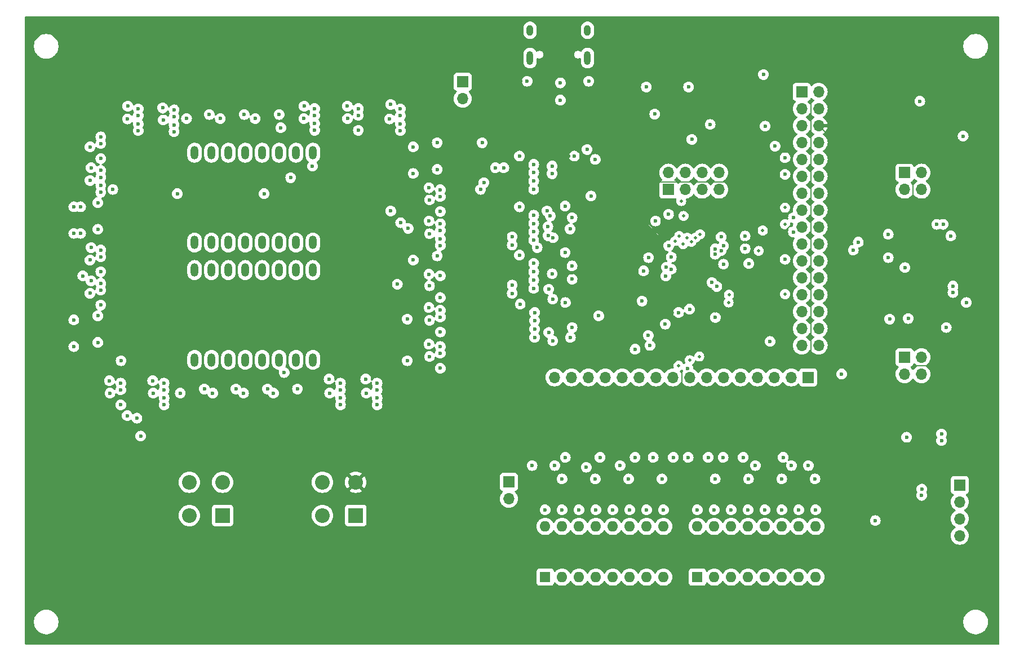
<source format=gbr>
%TF.GenerationSoftware,KiCad,Pcbnew,8.0.5*%
%TF.CreationDate,2024-11-21T16:50:38-07:00*%
%TF.ProjectId,CMPE2750,434d5045-3237-4353-902e-6b696361645f,rev?*%
%TF.SameCoordinates,Original*%
%TF.FileFunction,Copper,L2,Inr*%
%TF.FilePolarity,Positive*%
%FSLAX46Y46*%
G04 Gerber Fmt 4.6, Leading zero omitted, Abs format (unit mm)*
G04 Created by KiCad (PCBNEW 8.0.5) date 2024-11-21 16:50:38*
%MOMM*%
%LPD*%
G01*
G04 APERTURE LIST*
%TA.AperFunction,ComponentPad*%
%ADD10R,1.600000X1.600000*%
%TD*%
%TA.AperFunction,ComponentPad*%
%ADD11O,1.600000X1.600000*%
%TD*%
%TA.AperFunction,ComponentPad*%
%ADD12O,1.000000X2.100000*%
%TD*%
%TA.AperFunction,ComponentPad*%
%ADD13O,1.000000X1.600000*%
%TD*%
%TA.AperFunction,ComponentPad*%
%ADD14R,1.700000X1.700000*%
%TD*%
%TA.AperFunction,ComponentPad*%
%ADD15O,1.700000X1.700000*%
%TD*%
%TA.AperFunction,ComponentPad*%
%ADD16O,1.200000X2.000000*%
%TD*%
%TA.AperFunction,ComponentPad*%
%ADD17R,2.209800X2.209800*%
%TD*%
%TA.AperFunction,ComponentPad*%
%ADD18C,2.209800*%
%TD*%
%TA.AperFunction,ViaPad*%
%ADD19C,0.600000*%
%TD*%
%TA.AperFunction,ViaPad*%
%ADD20C,0.500000*%
%TD*%
%TA.AperFunction,Conductor*%
%ADD21C,0.200000*%
%TD*%
G04 APERTURE END LIST*
D10*
%TO.N,/b16*%
%TO.C,SW2*%
X132460000Y-130760000D03*
D11*
%TO.N,/b15*%
X135000000Y-130760000D03*
%TO.N,/b14*%
X137540000Y-130760000D03*
%TO.N,/b13*%
X140080000Y-130760000D03*
%TO.N,/b12*%
X142620000Y-130760000D03*
%TO.N,/b11*%
X145160000Y-130760000D03*
%TO.N,/b10*%
X147700000Y-130760000D03*
%TO.N,/b9*%
X150240000Y-130760000D03*
%TO.N,VDD*%
X150240000Y-123140000D03*
X147700000Y-123140000D03*
X145160000Y-123140000D03*
X142620000Y-123140000D03*
X140080000Y-123140000D03*
X137540000Y-123140000D03*
X135000000Y-123140000D03*
X132460000Y-123140000D03*
%TD*%
D12*
%TO.N,Net-(J6-SHIELD)*%
%TO.C,J6*%
X138820000Y-52780000D03*
D13*
X138820000Y-48600000D03*
D12*
X130180000Y-52780000D03*
D13*
X130180000Y-48600000D03*
%TD*%
D14*
%TO.N,/filters and amps/V_{DAC}*%
%TO.C,J8*%
X186460000Y-70000000D03*
D15*
%TO.N,/filters and amps/output_filter*%
X189000000Y-70000000D03*
%TO.N,/filters and amps/out_filt_input*%
X186460000Y-72540000D03*
%TO.N,/filters and amps/out_conditioning*%
X189000000Y-72540000D03*
%TD*%
D16*
%TO.N,/Display/t1*%
%TO.C,U10*%
X79800000Y-80500000D03*
%TO.N,/Display/t2*%
X82340000Y-80500000D03*
%TO.N,/Display/t3*%
X84880000Y-80500000D03*
%TO.N,/Display/t4*%
X87420000Y-80500000D03*
%TO.N,/Display/t5*%
X89960000Y-80500000D03*
%TO.N,/Display/t6*%
X92500000Y-80500000D03*
%TO.N,/Display/t7*%
X95040000Y-80500000D03*
%TO.N,/Display/t8*%
X97580000Y-80500000D03*
%TO.N,/Display/t9*%
X97580000Y-67000000D03*
%TO.N,/Display/t10*%
X95040000Y-67000000D03*
%TO.N,/Display/t11*%
X92500000Y-67000000D03*
%TO.N,/Display/t12*%
X89960000Y-67000000D03*
%TO.N,/Display/t13*%
X87420000Y-67000000D03*
%TO.N,/Display/t14*%
X84880000Y-67000000D03*
%TO.N,/Display/t15*%
X82340000Y-67000000D03*
%TO.N,/Display/t16*%
X79800000Y-67000000D03*
%TD*%
D14*
%TO.N,/ADC*%
%TO.C,J3*%
X171000000Y-57850000D03*
D15*
%TO.N,VBUS*%
X173540000Y-57850000D03*
%TO.N,/PC1*%
X171000000Y-60390000D03*
%TO.N,VDD*%
X173540000Y-60390000D03*
%TO.N,/PC2*%
X171000000Y-62930000D03*
%TO.N,GND*%
X173540000Y-62930000D03*
%TO.N,/PC3*%
X171000000Y-65470000D03*
%TO.N,-5V*%
X173540000Y-65470000D03*
%TO.N,/~{SRCLR}*%
X171000000Y-68010000D03*
%TO.N,/PA0*%
X173540000Y-68010000D03*
%TO.N,/~{RCL}*%
X171000000Y-70550000D03*
%TO.N,/PA1*%
X173540000Y-70550000D03*
%TO.N,/PC6*%
X171000000Y-73090000D03*
%TO.N,/PA2*%
X173540000Y-73090000D03*
%TO.N,/PC7*%
X171000000Y-75630000D03*
%TO.N,/PA3*%
X173540000Y-75630000D03*
%TO.N,/PC8*%
X171000000Y-78170000D03*
%TO.N,/DAC*%
X173540000Y-78170000D03*
%TO.N,/PC9*%
X171000000Y-80710000D03*
%TO.N,/1.25V*%
X173540000Y-80710000D03*
%TO.N,/PC13*%
X171000000Y-83250000D03*
%TO.N,/PA6*%
X173540000Y-83250000D03*
%TO.N,/NRST*%
X171000000Y-85790000D03*
%TO.N,/PA7*%
X173540000Y-85790000D03*
%TO.N,/BOOT0*%
X171000000Y-88330000D03*
%TO.N,/PA8*%
X173540000Y-88330000D03*
%TO.N,unconnected-(J3-Pin_27-Pad27)*%
X171000000Y-90870000D03*
%TO.N,/PH0*%
X173540000Y-90870000D03*
%TO.N,unconnected-(J3-Pin_29-Pad29)*%
X171000000Y-93410000D03*
%TO.N,/PH1*%
X173540000Y-93410000D03*
%TO.N,VDDA*%
X171000000Y-95950000D03*
%TO.N,/PD2*%
X173540000Y-95950000D03*
%TD*%
D10*
%TO.N,/b8*%
%TO.C,SW3*%
X155320000Y-130760000D03*
D11*
%TO.N,/b7*%
X157860000Y-130760000D03*
%TO.N,/b6*%
X160400000Y-130760000D03*
%TO.N,/b5*%
X162940000Y-130760000D03*
%TO.N,/b4*%
X165480000Y-130760000D03*
%TO.N,/b3*%
X168020000Y-130760000D03*
%TO.N,/b2*%
X170560000Y-130760000D03*
%TO.N,/b1*%
X173100000Y-130760000D03*
%TO.N,VDD*%
X173100000Y-123140000D03*
X170560000Y-123140000D03*
X168020000Y-123140000D03*
X165480000Y-123140000D03*
X162940000Y-123140000D03*
X160400000Y-123140000D03*
X157860000Y-123140000D03*
X155320000Y-123140000D03*
%TD*%
D14*
%TO.N,/SER{slash}MOSI*%
%TO.C,J2*%
X150960000Y-72540000D03*
D15*
%TO.N,/Display/SER*%
X150960000Y-70000000D03*
%TO.N,/SO{slash}MISO*%
X153500000Y-72540000D03*
%TO.N,/Display/SO*%
X153500000Y-70000000D03*
%TO.N,/SRCLK{slash}CLK*%
X156040000Y-72540000D03*
%TO.N,/Display/SRCLK*%
X156040000Y-70000000D03*
%TO.N,/RCLK{slash}CS*%
X158580000Y-72540000D03*
%TO.N,/Display/RCLK*%
X158580000Y-70000000D03*
%TD*%
D14*
%TO.N,VBUS*%
%TO.C,J9*%
X120080000Y-56345000D03*
D15*
%TO.N,/Display/V_{DISP}*%
X120080000Y-58885000D03*
%TD*%
D14*
%TO.N,OUT*%
%TO.C,J5*%
X194750000Y-116920000D03*
D15*
%TO.N,Net-(J5-Pin_2)*%
X194750000Y-119460000D03*
%TO.N,Net-(J5-Pin_3)*%
X194750000Y-122000000D03*
%TO.N,Net-(J5-Pin_4)*%
X194750000Y-124540000D03*
%TD*%
D14*
%TO.N,/b1*%
%TO.C,J4*%
X171980000Y-100750000D03*
D15*
%TO.N,/b2*%
X169440000Y-100750000D03*
%TO.N,/b3*%
X166900000Y-100750000D03*
%TO.N,/b4*%
X164360000Y-100750000D03*
%TO.N,/b5*%
X161820000Y-100750000D03*
%TO.N,/b6*%
X159280000Y-100750000D03*
%TO.N,/b7*%
X156740000Y-100750000D03*
%TO.N,/b8*%
X154200000Y-100750000D03*
%TO.N,/b9*%
X151660000Y-100750000D03*
%TO.N,/b10*%
X149120000Y-100750000D03*
%TO.N,/b11*%
X146580000Y-100750000D03*
%TO.N,/b12*%
X144040000Y-100750000D03*
%TO.N,/b13*%
X141500000Y-100750000D03*
%TO.N,/b14*%
X138960000Y-100750000D03*
%TO.N,/b15*%
X136420000Y-100750000D03*
%TO.N,/b16*%
X133880000Y-100750000D03*
%TD*%
D17*
%TO.N,/PH0*%
%TO.C,SW4*%
X84000000Y-121500000D03*
D18*
%TO.N,VDD*%
X84000000Y-116500000D03*
%TO.N,Net-(C32-Pad2)*%
X79000000Y-116500000D03*
%TO.N,Net-(C32-Pad1)*%
X79000000Y-121500000D03*
%TD*%
D15*
%TO.N,/ADC*%
%TO.C,J7*%
X189000000Y-100265000D03*
%TO.N,/filters and amps/in_filter_input*%
X186460000Y-100265000D03*
%TO.N,/filters and amps/input_filter*%
X189000000Y-97725000D03*
D14*
%TO.N,/filters and amps/conditioned_input*%
X186460000Y-97725000D03*
%TD*%
%TO.N,VBUS*%
%TO.C,J10*%
X127000000Y-116460000D03*
D15*
%TO.N,/switches/switch_leds/sl_power*%
X127000000Y-119000000D03*
%TD*%
D17*
%TO.N,/NRST*%
%TO.C,SW1*%
X104000000Y-121500000D03*
D18*
%TO.N,GND*%
X104000000Y-116500000D03*
%TO.N,Net-(C8-Pad2)*%
X99000000Y-116500000D03*
%TO.N,Net-(C8-Pad1)*%
X99000000Y-121500000D03*
%TD*%
D16*
%TO.N,/Display/b1*%
%TO.C,U11*%
X79800000Y-98120000D03*
%TO.N,/Display/b2*%
X82340000Y-98120000D03*
%TO.N,/Display/b3*%
X84880000Y-98120000D03*
%TO.N,/Display/b4*%
X87420000Y-98120000D03*
%TO.N,/Display/b5*%
X89960000Y-98120000D03*
%TO.N,/Display/b6*%
X92500000Y-98120000D03*
%TO.N,/Display/b7*%
X95040000Y-98120000D03*
%TO.N,/Display/b8*%
X97580000Y-98120000D03*
%TO.N,/Display/b9*%
X97580000Y-84620000D03*
%TO.N,/Display/b10*%
X95040000Y-84620000D03*
%TO.N,/Display/b11*%
X92500000Y-84620000D03*
%TO.N,/Display/b12*%
X89960000Y-84620000D03*
%TO.N,/Display/b13*%
X87420000Y-84620000D03*
%TO.N,/Display/b14*%
X84880000Y-84620000D03*
%TO.N,/Display/b15*%
X82340000Y-84620000D03*
%TO.N,/Display/b16*%
X79800000Y-84620000D03*
%TD*%
D19*
%TO.N,GND*%
X141750000Y-92250000D03*
%TO.N,/PA0*%
X186750000Y-109750000D03*
X193400000Y-79500000D03*
%TO.N,-5V*%
X192000000Y-110230000D03*
X184000000Y-82750000D03*
%TO.N,VBUS*%
X184000000Y-79250000D03*
%TO.N,GND*%
X193250000Y-83750000D03*
X190000000Y-110290000D03*
%TO.N,VBUS*%
X192000000Y-109270000D03*
%TO.N,VDD*%
X162500000Y-79520000D03*
X157250000Y-62750000D03*
X149040000Y-77250000D03*
X135500000Y-89500000D03*
X135460000Y-82000000D03*
X140000000Y-68000000D03*
X154006600Y-57124400D03*
X152500000Y-91000000D03*
X130500000Y-114000000D03*
X135460000Y-75000000D03*
X151000000Y-76250000D03*
X158020000Y-91750000D03*
X147000000Y-89287500D03*
X165500000Y-63000000D03*
%TO.N,GND*%
X148926600Y-57124400D03*
X152736600Y-57124400D03*
X157840000Y-128000000D03*
X84000000Y-63750000D03*
X130925000Y-57250000D03*
X176000000Y-87240000D03*
X60750000Y-93000000D03*
X168500000Y-66730000D03*
X176000000Y-84750000D03*
X156250000Y-107500000D03*
X129610000Y-82375000D03*
X147680000Y-128000000D03*
X94330000Y-60920000D03*
X161500000Y-108000000D03*
X172250000Y-108000000D03*
X176000000Y-66750000D03*
X135980000Y-67500000D03*
X111500000Y-70000000D03*
X195250000Y-61250000D03*
X137510000Y-91500000D03*
X98205000Y-102170000D03*
X168500000Y-71740000D03*
X145750000Y-107250000D03*
X137520000Y-128000000D03*
X150220000Y-128000000D03*
X133000000Y-108000000D03*
D20*
X150000000Y-77250000D03*
D19*
X155300000Y-128000000D03*
X176000000Y-69250000D03*
X162300000Y-55250000D03*
X165500000Y-108250000D03*
D20*
X145000000Y-87000000D03*
D19*
X134540000Y-89500000D03*
X113205000Y-73120000D03*
X168500000Y-61730000D03*
X168500000Y-69230000D03*
X134980000Y-128000000D03*
X137500000Y-107750000D03*
X78250000Y-105000000D03*
X176000000Y-92240000D03*
X113205000Y-96670000D03*
X129610000Y-67500000D03*
X176000000Y-74240000D03*
X128750000Y-56250000D03*
X168500000Y-81990000D03*
X153250000Y-50250000D03*
X140500000Y-56250000D03*
X176000000Y-71740000D03*
X131760000Y-80125000D03*
X129610000Y-75125000D03*
D20*
X162500000Y-80480000D03*
D19*
X62205000Y-70220000D03*
D20*
X151960000Y-76250000D03*
D19*
X136500000Y-85010000D03*
X140000000Y-107750000D03*
X168500000Y-59250000D03*
X126490000Y-72000000D03*
X168500000Y-76750000D03*
X170540000Y-128000000D03*
D20*
X151540000Y-91000000D03*
D19*
X168500000Y-79700000D03*
X122055000Y-62120000D03*
X113205000Y-91220000D03*
X73205000Y-61120000D03*
X176000000Y-94740000D03*
X160380000Y-128000000D03*
D20*
X144250000Y-84500000D03*
D19*
X65205000Y-102170000D03*
X154750000Y-107500000D03*
X176000000Y-89740000D03*
X107205000Y-60970000D03*
X113205000Y-86045000D03*
X165460000Y-128000000D03*
X61000000Y-80000000D03*
X134500000Y-82000000D03*
X162550000Y-63000000D03*
X127000000Y-82250000D03*
X67830000Y-60970000D03*
X134500000Y-75000000D03*
X168500000Y-64250000D03*
X160000000Y-108000000D03*
X137760000Y-68750000D03*
X131760000Y-87375000D03*
X112000000Y-84000000D03*
D20*
X144250000Y-77500000D03*
X158020000Y-90750000D03*
D19*
X61000000Y-76000000D03*
X140060000Y-128000000D03*
X121250000Y-50250000D03*
X169250000Y-73500000D03*
X167250000Y-108250000D03*
X170750000Y-108000000D03*
X62205000Y-65170000D03*
X176000000Y-81750000D03*
X137750000Y-57250000D03*
X151466600Y-57124400D03*
X113205000Y-78220000D03*
X151000000Y-108000000D03*
X144320000Y-107250000D03*
X100892500Y-60920000D03*
X136500000Y-75740000D03*
X132440000Y-128000000D03*
X103705000Y-102170000D03*
X131760000Y-72500000D03*
X181250000Y-63000000D03*
X89250000Y-63750000D03*
X162920000Y-128000000D03*
X92000000Y-105000000D03*
D20*
X156500000Y-75000000D03*
D19*
X83000000Y-105000000D03*
X129747500Y-89750000D03*
X168500000Y-87230000D03*
X145140000Y-128000000D03*
X149290000Y-107750000D03*
X173080000Y-128000000D03*
X60750000Y-97000000D03*
X126627500Y-94250000D03*
X131897500Y-94750000D03*
X111750000Y-67000000D03*
X189250000Y-124750000D03*
X62205000Y-87170000D03*
X126490000Y-86875000D03*
X87500000Y-105000000D03*
D20*
X158500000Y-75000000D03*
D19*
X79000000Y-63750000D03*
X71705000Y-102170000D03*
D20*
X148500000Y-73510000D03*
X154500000Y-75000000D03*
D19*
X168000000Y-128000000D03*
X62205000Y-82170000D03*
X135000000Y-108000000D03*
X142600000Y-128000000D03*
X126490000Y-79625000D03*
%TO.N,VBUS*%
X129750000Y-56250000D03*
X192250000Y-77750000D03*
X165250000Y-55250000D03*
X188750000Y-59250000D03*
X139000000Y-56250000D03*
X189025000Y-118475000D03*
%TO.N,-5V*%
X191290000Y-77750000D03*
X186500000Y-84250000D03*
X182050000Y-122270000D03*
X189050000Y-117540000D03*
X195250000Y-64500000D03*
%TO.N,/Display/V_{DISP}*%
X73500000Y-101250000D03*
X69750000Y-60000000D03*
X96250000Y-60000000D03*
X109250000Y-59750000D03*
X97830000Y-60360000D03*
X116705000Y-96110000D03*
X105500000Y-101000000D03*
X116705000Y-85485000D03*
X110705000Y-60410000D03*
X100000000Y-101000000D03*
X115000000Y-77250000D03*
X115000000Y-72250000D03*
X64250000Y-86250000D03*
X116705000Y-72560000D03*
X75205000Y-101610000D03*
X115000000Y-95750000D03*
X116705000Y-77660000D03*
X67000000Y-101250000D03*
X104392500Y-60360000D03*
X101705000Y-101610000D03*
X115000000Y-85250000D03*
X65705000Y-69660000D03*
X71330000Y-60410000D03*
X115000000Y-90250000D03*
X64250000Y-81250000D03*
X65705000Y-86610000D03*
X65705000Y-64610000D03*
X116705000Y-90660000D03*
X102750000Y-60000000D03*
X65705000Y-81610000D03*
X64250000Y-69250000D03*
X75000000Y-60250000D03*
X76705000Y-60560000D03*
X107205000Y-101610000D03*
X68705000Y-101610000D03*
%TO.N,Net-(D3-A)*%
X132450000Y-120650000D03*
%TO.N,Net-(D4-K)*%
X135000000Y-116000000D03*
%TO.N,Net-(D4-A)*%
X134990000Y-120650000D03*
%TO.N,Net-(D5-A)*%
X137530000Y-120650000D03*
%TO.N,Net-(D6-K)*%
X140000000Y-116000000D03*
%TO.N,Net-(D6-A)*%
X140070000Y-120650000D03*
%TO.N,Net-(D7-A)*%
X147690000Y-120650000D03*
%TO.N,Net-(D8-K)*%
X145000000Y-116000000D03*
%TO.N,Net-(D8-A)*%
X145150000Y-120650000D03*
%TO.N,Net-(D9-A)*%
X150230000Y-120650000D03*
%TO.N,Net-(D9-K)*%
X150000000Y-116000000D03*
%TO.N,Net-(D10-A)*%
X142610000Y-120650000D03*
%TO.N,Net-(D11-A)*%
X160390000Y-120650000D03*
%TO.N,Net-(D12-K)*%
X158000000Y-116000000D03*
%TO.N,Net-(D12-A)*%
X157850000Y-120650000D03*
%TO.N,Net-(D13-A)*%
X162930000Y-120650000D03*
%TO.N,Net-(D13-K)*%
X163000000Y-116000000D03*
%TO.N,Net-(D14-A)*%
X155310000Y-120650000D03*
%TO.N,Net-(D15-A)*%
X165470000Y-120650000D03*
%TO.N,Net-(D16-K)*%
X168000000Y-116000000D03*
%TO.N,Net-(D16-A)*%
X168010000Y-120650000D03*
%TO.N,Net-(D17-A)*%
X170550000Y-120650000D03*
%TO.N,Net-(D18-A)*%
X173090000Y-120650000D03*
%TO.N,Net-(D18-K)*%
X173000000Y-116000000D03*
%TO.N,VDDA*%
X148200000Y-95950000D03*
%TO.N,Net-(J1-Pin_13)*%
X147656600Y-57124400D03*
X162500000Y-81401470D03*
%TO.N,/NRST*%
X153879265Y-99381597D03*
X148000000Y-82750000D03*
X167000000Y-66000000D03*
X148926600Y-61188400D03*
%TO.N,/Display/SO*%
X136250000Y-94750000D03*
%TO.N,/Display/RCLK*%
X136200735Y-78450735D03*
X138750000Y-66515000D03*
X136500000Y-93250000D03*
X136500000Y-86000000D03*
%TO.N,/PC1*%
X154500000Y-65000000D03*
X147250000Y-84750000D03*
%TO.N,/PC2*%
X150653321Y-84212816D03*
%TO.N,/ADC*%
X145972100Y-96515072D03*
%TO.N,/~{RCL}*%
X136828529Y-67500000D03*
X132910999Y-79470545D03*
X133000000Y-94000000D03*
X168500000Y-70250000D03*
X133000000Y-87500000D03*
X133500000Y-70151472D03*
%TO.N,/PC13*%
X168500000Y-83010000D03*
X151016940Y-80983060D03*
%TO.N,/PC3*%
X150580442Y-85523362D03*
D20*
%TO.N,/PC7*%
X168500000Y-75250000D03*
X165150000Y-78678529D03*
%TO.N,/PC8*%
X168500000Y-77750000D03*
X164550000Y-81750000D03*
D19*
%TO.N,/PC9*%
X159250000Y-83750000D03*
%TO.N,/~{SRCLR}*%
X139350000Y-73500000D03*
X133655756Y-79770005D03*
X133510999Y-85190472D03*
X133600000Y-89000000D03*
X168500000Y-67750000D03*
X133600000Y-95250000D03*
X133225000Y-76500000D03*
%TO.N,/b3*%
X164040000Y-114000000D03*
D20*
X160000000Y-89500000D03*
D19*
%TO.N,/b5*%
X159190000Y-112760000D03*
D20*
X155000000Y-79750000D03*
D19*
%TO.N,/b1*%
X169460000Y-114000000D03*
D20*
X160075000Y-88344063D03*
%TO.N,/b6*%
X154400000Y-80376102D03*
D19*
X162210000Y-112760000D03*
D20*
%TO.N,/b4*%
X155750000Y-79250000D03*
D19*
X168210000Y-112760000D03*
%TO.N,/b2*%
X172000000Y-114000000D03*
%TO.N,/D-*%
X158892228Y-81715544D03*
X169750000Y-78900000D03*
%TO.N,/D+*%
X169750000Y-76750000D03*
X159250000Y-81000000D03*
X134750000Y-56500000D03*
X134750000Y-59091400D03*
%TO.N,Net-(Q1-G)*%
X71330000Y-61430000D03*
X69705000Y-61920000D03*
%TO.N,/Display/t1*%
X111877739Y-78372261D03*
%TO.N,Net-(Q11-D)*%
X116705000Y-78680000D03*
X115080000Y-79170000D03*
%TO.N,Net-(Q12-D)*%
X75080000Y-62070000D03*
X76705000Y-61580000D03*
%TO.N,/Display/t2*%
X109250000Y-75750000D03*
%TO.N,Net-(Q13-D)*%
X115080000Y-74070000D03*
X116705000Y-73580000D03*
%TO.N,/Display/t7*%
X77192734Y-73150000D03*
%TO.N,Net-(Q14-D)*%
X65705000Y-70680000D03*
X64080000Y-71170000D03*
%TO.N,Net-(Q15-D)*%
X96205000Y-61870000D03*
X97830000Y-61380000D03*
%TO.N,Net-(Q16-D)*%
X102767500Y-61870000D03*
X104392500Y-61380000D03*
%TO.N,Net-(Q17-D)*%
X64080000Y-66120000D03*
X65705000Y-65630000D03*
%TO.N,/Display/t8*%
X90230000Y-73150000D03*
%TO.N,Net-(Q18-D)*%
X109080000Y-61920000D03*
X110705000Y-61430000D03*
%TO.N,Net-(Q10-G)*%
X71330000Y-63680000D03*
%TO.N,Net-(Q11-G)*%
X116705000Y-80930000D03*
%TO.N,Net-(Q12-G)*%
X76705000Y-63830000D03*
%TO.N,Net-(Q13-G)*%
X116705000Y-75830000D03*
%TO.N,Net-(Q14-G)*%
X65705000Y-72930000D03*
%TO.N,Net-(Q15-G)*%
X97830000Y-63630000D03*
%TO.N,Net-(Q16-G)*%
X104392500Y-63630000D03*
%TO.N,Net-(Q17-G)*%
X65705000Y-67880000D03*
%TO.N,Net-(Q18-G)*%
X110705000Y-63680000D03*
%TO.N,Net-(Q19-G)*%
X64080000Y-83120000D03*
X65705000Y-82630000D03*
%TO.N,Net-(Q20-G)*%
X105580000Y-103120000D03*
X107205000Y-102630000D03*
%TO.N,Net-(Q21-G)*%
X65705000Y-87630000D03*
X64080000Y-88120000D03*
%TO.N,/Display/b15*%
X63000000Y-85500000D03*
%TO.N,Net-(Q22-G)*%
X101705000Y-102630000D03*
X100080000Y-103120000D03*
%TO.N,/Display/b7*%
X93250000Y-100020000D03*
%TO.N,Net-(Q23-G)*%
X73580000Y-103120000D03*
X75205000Y-102630000D03*
%TO.N,Net-(Q24-G)*%
X115080000Y-86995000D03*
%TO.N,Net-(Q25-G)*%
X116705000Y-91680000D03*
X115080000Y-92170000D03*
%TO.N,/Display/b10*%
X111750000Y-92000000D03*
%TO.N,Net-(Q26-G)*%
X67080000Y-103120000D03*
X68705000Y-102630000D03*
%TO.N,/Display/b8*%
X68750000Y-98250000D03*
%TO.N,/Display/b9*%
X111750000Y-98250000D03*
%TO.N,Net-(Q27-G)*%
X115080000Y-97620000D03*
X116705000Y-97130000D03*
%TO.N,Net-(Q28-G)*%
X65705000Y-84880000D03*
%TO.N,Net-(Q29-G)*%
X107205000Y-104880000D03*
%TO.N,Net-(Q30-G)*%
X65705000Y-89880000D03*
%TO.N,Net-(Q31-G)*%
X101705000Y-104880000D03*
%TO.N,Net-(Q32-G)*%
X75205000Y-104880000D03*
%TO.N,Net-(Q33-G)*%
X116705000Y-88755000D03*
%TO.N,Net-(Q34-G)*%
X116705000Y-93930000D03*
%TO.N,Net-(Q35-G)*%
X68705000Y-104880000D03*
%TO.N,Net-(Q36-G)*%
X116705000Y-99380000D03*
%TO.N,Net-(Q37-G)*%
X88892500Y-61870000D03*
%TO.N,Net-(Q37-D)*%
X92500000Y-61250000D03*
%TO.N,Net-(Q38-G)*%
X78580000Y-61870000D03*
%TO.N,Net-(Q38-D)*%
X82000000Y-61250000D03*
%TO.N,Net-(Q39-G)*%
X83642500Y-61870000D03*
%TO.N,Net-(Q39-D)*%
X87250000Y-61250000D03*
%TO.N,Net-(Q40-G)*%
X112642500Y-66120000D03*
%TO.N,Net-(Q40-D)*%
X116250000Y-65500000D03*
%TO.N,Net-(Q41-D)*%
X116250000Y-69500000D03*
%TO.N,Net-(Q41-G)*%
X112642500Y-70120000D03*
%TO.N,Net-(Q42-D)*%
X65250000Y-74500000D03*
%TO.N,Net-(Q42-G)*%
X61642500Y-75120000D03*
%TO.N,Net-(Q43-G)*%
X61642500Y-79120000D03*
%TO.N,Net-(Q43-D)*%
X65250000Y-78500000D03*
%TO.N,Net-(Q44-G)*%
X112642500Y-83120000D03*
%TO.N,Net-(Q44-D)*%
X116250000Y-82500000D03*
%TO.N,Net-(Q45-G)*%
X61642500Y-92120000D03*
%TO.N,Net-(Q45-D)*%
X65250000Y-91500000D03*
%TO.N,Net-(Q46-G)*%
X61642500Y-96120000D03*
%TO.N,Net-(Q46-D)*%
X65250000Y-95500000D03*
%TO.N,Net-(Q47-D)*%
X90750000Y-102500000D03*
%TO.N,Net-(Q47-G)*%
X87142500Y-103120000D03*
%TO.N,Net-(Q48-G)*%
X91642500Y-103120000D03*
%TO.N,Net-(Q48-D)*%
X95250000Y-102500000D03*
%TO.N,Net-(Q49-G)*%
X77642500Y-103120000D03*
%TO.N,Net-(Q49-D)*%
X81250000Y-102500000D03*
%TO.N,Net-(Q50-D)*%
X86000000Y-102500000D03*
%TO.N,Net-(Q50-G)*%
X82517500Y-103120000D03*
D20*
%TO.N,/BOOT0*%
X153250000Y-76500000D03*
X168500000Y-88250000D03*
D19*
%TO.N,/PA0*%
X158901471Y-79651471D03*
%TO.N,/PA1*%
X158000000Y-81449997D03*
%TO.N,/PA2*%
X158000000Y-82250000D03*
%TO.N,/PA3*%
X147950735Y-94450735D03*
%TO.N,/PA6*%
X154150000Y-90500000D03*
X166250000Y-95350000D03*
%TO.N,/PA7*%
X158250000Y-87100000D03*
%TO.N,/PA8*%
X163051472Y-83650000D03*
%TO.N,/PH0*%
X151400000Y-82669063D03*
X177000000Y-100250000D03*
%TO.N,/PH1*%
X151400000Y-84500000D03*
D20*
%TO.N,/PD2*%
X152890000Y-74250000D03*
D19*
%TO.N,/filters and amps/V_{OFF}*%
X179500000Y-80435000D03*
%TO.N,/Display/p16*%
X127510000Y-80875000D03*
X71330000Y-62660000D03*
%TO.N,/Display/p1*%
X133500000Y-69000000D03*
X116705000Y-79910000D03*
%TO.N,/Display/p15*%
X127510000Y-79625000D03*
X76705000Y-62810000D03*
%TO.N,/Display/p2*%
X128590000Y-67500000D03*
%TO.N,/Display/p7*%
X65705000Y-71910000D03*
X123250000Y-71500000D03*
%TO.N,/Display/p11*%
X130740000Y-76375000D03*
X110750000Y-77500000D03*
X97830000Y-62610000D03*
%TO.N,/Display/p10*%
X123000000Y-65500000D03*
X128590000Y-75125000D03*
%TO.N,/Display/p8*%
X122750000Y-72500000D03*
X67500000Y-72510000D03*
%TO.N,/Display/p9*%
X110705000Y-62660000D03*
X136500000Y-76760000D03*
%TO.N,/Display/p17*%
X107205000Y-103860000D03*
X136495000Y-83995000D03*
%TO.N,/Display/p18*%
X101705000Y-103860000D03*
X128590000Y-82375000D03*
%TO.N,/Display/p23*%
X75205000Y-103860000D03*
X127510000Y-86875000D03*
%TO.N,/Display/p27*%
X130877500Y-91000000D03*
%TO.N,/Display/p26*%
X128727500Y-89750000D03*
%TO.N,/Display/p24*%
X127510000Y-88125000D03*
X69661317Y-106500000D03*
%TO.N,/Display/t12*%
X92750000Y-63250000D03*
%TO.N,/Display/t4*%
X97500000Y-69000000D03*
%TO.N,/Display/t3*%
X94230000Y-70750000D03*
%TO.N,/Display/p12*%
X132737500Y-75737500D03*
X130740000Y-77625000D03*
%TO.N,/Display/p14*%
X131250000Y-81250000D03*
X130740000Y-80125000D03*
%TO.N,/Display/p13*%
X130740000Y-78875000D03*
X132864767Y-78114767D03*
%TO.N,/Display/p4*%
X125000000Y-69250000D03*
X130740000Y-70000000D03*
%TO.N,/Display/p3*%
X126250000Y-69250000D03*
X130740000Y-68750000D03*
%TO.N,/Display/p6*%
X130740000Y-72500000D03*
X62662500Y-75120000D03*
%TO.N,/Display/p5*%
X62662500Y-79120000D03*
X130740000Y-71250000D03*
%TO.N,/Display/p28*%
X130877500Y-92250000D03*
X110250000Y-86750000D03*
%TO.N,/Display/p30*%
X71685582Y-109564418D03*
X130877500Y-94750000D03*
%TO.N,/Display/p29*%
X71125000Y-106875000D03*
X130877500Y-93500000D03*
%TO.N,/Display/p20*%
X130740000Y-84875000D03*
%TO.N,/Display/p19*%
X130740000Y-83625000D03*
%TO.N,/Display/p22*%
X130740000Y-87375000D03*
%TO.N,/Display/p21*%
X130740000Y-86125000D03*
%TO.N,/b8*%
X156960000Y-112760000D03*
D20*
X153200000Y-80750000D03*
%TO.N,/b16*%
X155605862Y-97605862D03*
D19*
X135487500Y-112760000D03*
%TO.N,/b7*%
X153940000Y-112760000D03*
D20*
X153800000Y-79750000D03*
%TO.N,/b15*%
X154181597Y-98181597D03*
D19*
X133900000Y-114000000D03*
D20*
%TO.N,/b14*%
X152507332Y-99007332D03*
D19*
X140700000Y-112760000D03*
%TO.N,/b13*%
X138640000Y-114250000D03*
%TO.N,/b12*%
X145960000Y-112760000D03*
%TO.N,/b11*%
X143720000Y-114000000D03*
D20*
%TO.N,/b10*%
X152000000Y-80250000D03*
D19*
X151710000Y-112760000D03*
D20*
%TO.N,/b9*%
X152600000Y-79528379D03*
D19*
X148690000Y-112760000D03*
%TO.N,/1.25V*%
X178750000Y-81635000D03*
X150500000Y-92750000D03*
%TO.N,/DAC*%
X157500000Y-86500000D03*
%TO.N,VBUS*%
X193725000Y-88000000D03*
%TO.N,-5V*%
X193725000Y-87040000D03*
X192715000Y-93250000D03*
%TO.N,/filters and amps/V_{OFF}*%
X184215000Y-92000000D03*
%TO.N,-5V*%
X187000000Y-91905000D03*
%TO.N,GND*%
X195735000Y-90500000D03*
%TO.N,OUT*%
X195735000Y-89500000D03*
%TO.N,GND*%
X185072400Y-110290000D03*
%TO.N,VDD*%
X140500000Y-91500000D03*
%TD*%
D21*
%TO.N,GND*%
X191000000Y-99000000D02*
X190500000Y-99000000D01*
X153000000Y-101750000D02*
X153000000Y-100000000D01*
X172250000Y-98000000D02*
X172390000Y-97860000D01*
X174810000Y-64200000D02*
X175500000Y-64200000D01*
X172390000Y-97860000D02*
X172390000Y-59360000D01*
X190500000Y-99000000D02*
X188000000Y-99000000D01*
X152750000Y-102000000D02*
X153000000Y-101750000D01*
X172390000Y-59360000D02*
X172500000Y-59250000D01*
X75500000Y-61250000D02*
X75750000Y-61000000D01*
X160890000Y-71390000D02*
X149640000Y-71390000D01*
X114250000Y-73250000D02*
X115500000Y-73250000D01*
X74250000Y-61250000D02*
X75500000Y-61250000D01*
X161500000Y-72000000D02*
X160890000Y-71390000D01*
X149640000Y-71390000D02*
X149250000Y-71000000D01*
X169500000Y-77750000D02*
X168250000Y-79000000D01*
X187750000Y-73500000D02*
X187750000Y-71500000D01*
X173540000Y-62930000D02*
X174810000Y-64200000D01*
%TD*%
%TA.AperFunction,Conductor*%
%TO.N,GND*%
G36*
X150450133Y-80417787D02*
G01*
X150387124Y-80480797D01*
X150291151Y-80633536D01*
X150231571Y-80803805D01*
X150231570Y-80803810D01*
X150211375Y-80983056D01*
X150211375Y-80983063D01*
X150231570Y-81162309D01*
X150231571Y-81162314D01*
X150291151Y-81332583D01*
X150387124Y-81485322D01*
X150466589Y-81564787D01*
X147900940Y-84281357D01*
X147879816Y-84247738D01*
X147752262Y-84120184D01*
X147599523Y-84024211D01*
X147429254Y-83964631D01*
X147429249Y-83964630D01*
X147250004Y-83944435D01*
X147249996Y-83944435D01*
X147070750Y-83964630D01*
X147070745Y-83964631D01*
X146900476Y-84024211D01*
X146747737Y-84120184D01*
X146620184Y-84247737D01*
X146524211Y-84400476D01*
X146464631Y-84570745D01*
X146464630Y-84570750D01*
X146444435Y-84749996D01*
X146444435Y-84750003D01*
X146464630Y-84929249D01*
X146464631Y-84929254D01*
X146524211Y-85099523D01*
X146570908Y-85173840D01*
X146620184Y-85252262D01*
X146747738Y-85379816D01*
X146820391Y-85425467D01*
X146750000Y-85500000D01*
X137750000Y-85500000D01*
X137500000Y-85250000D01*
X137500000Y-82749996D01*
X147194435Y-82749996D01*
X147194435Y-82750003D01*
X147214630Y-82929249D01*
X147214631Y-82929254D01*
X147274211Y-83099523D01*
X147319328Y-83171325D01*
X147370184Y-83252262D01*
X147497738Y-83379816D01*
X147650478Y-83475789D01*
X147820745Y-83535368D01*
X147820750Y-83535369D01*
X147999996Y-83555565D01*
X148000000Y-83555565D01*
X148000004Y-83555565D01*
X148179249Y-83535369D01*
X148179252Y-83535368D01*
X148179255Y-83535368D01*
X148349522Y-83475789D01*
X148502262Y-83379816D01*
X148629816Y-83252262D01*
X148725789Y-83099522D01*
X148785368Y-82929255D01*
X148785369Y-82929249D01*
X148805565Y-82750003D01*
X148805565Y-82749996D01*
X148785369Y-82570750D01*
X148785368Y-82570745D01*
X148725788Y-82400476D01*
X148629815Y-82247737D01*
X148502262Y-82120184D01*
X148349523Y-82024211D01*
X148179254Y-81964631D01*
X148179249Y-81964630D01*
X148000004Y-81944435D01*
X147999996Y-81944435D01*
X147820750Y-81964630D01*
X147820745Y-81964631D01*
X147650476Y-82024211D01*
X147497737Y-82120184D01*
X147370184Y-82247737D01*
X147274211Y-82400476D01*
X147214631Y-82570745D01*
X147214630Y-82570750D01*
X147194435Y-82749996D01*
X137500000Y-82749996D01*
X137500000Y-76750000D01*
X137750000Y-76500000D01*
X146750000Y-76500000D01*
X150450133Y-80417787D01*
G37*
%TD.AperFunction*%
%TD*%
%TA.AperFunction,Conductor*%
%TO.N,GND*%
G36*
X153086062Y-99615658D02*
G01*
X153131277Y-99668926D01*
X153135002Y-99678324D01*
X153138314Y-99687788D01*
X153153475Y-99731118D01*
X153162329Y-99745208D01*
X153181329Y-99812445D01*
X153160961Y-99879280D01*
X153158910Y-99882303D01*
X153031575Y-100064158D01*
X152976998Y-100107783D01*
X152907500Y-100114977D01*
X152845145Y-100083454D01*
X152828425Y-100064158D01*
X152711945Y-99897807D01*
X152689618Y-99831601D01*
X152706628Y-99763834D01*
X152757576Y-99716021D01*
X152772563Y-99709643D01*
X152835022Y-99687788D01*
X152835025Y-99687785D01*
X152835029Y-99687784D01*
X152951991Y-99614292D01*
X153019227Y-99595291D01*
X153086062Y-99615658D01*
G37*
%TD.AperFunction*%
%TA.AperFunction,Conductor*%
G36*
X187978418Y-98620417D02*
G01*
X188006673Y-98641569D01*
X188128597Y-98763493D01*
X188128603Y-98763498D01*
X188314158Y-98893425D01*
X188357783Y-98948002D01*
X188364977Y-99017500D01*
X188333454Y-99079855D01*
X188314158Y-99096575D01*
X188128597Y-99226505D01*
X187961505Y-99393597D01*
X187831575Y-99579158D01*
X187776998Y-99622783D01*
X187707500Y-99629977D01*
X187645145Y-99598454D01*
X187628425Y-99579158D01*
X187498496Y-99393600D01*
X187439918Y-99335022D01*
X187376567Y-99271671D01*
X187343084Y-99210351D01*
X187348068Y-99140659D01*
X187389939Y-99084725D01*
X187420915Y-99067810D01*
X187552331Y-99018796D01*
X187667546Y-98932546D01*
X187753796Y-98817331D01*
X187802810Y-98685916D01*
X187844681Y-98629984D01*
X187910145Y-98605566D01*
X187978418Y-98620417D01*
G37*
%TD.AperFunction*%
%TA.AperFunction,Conductor*%
G36*
X172354855Y-94076546D02*
G01*
X172371575Y-94095842D01*
X172501501Y-94281396D01*
X172501506Y-94281402D01*
X172668597Y-94448493D01*
X172668603Y-94448498D01*
X172854158Y-94578425D01*
X172897783Y-94633002D01*
X172904977Y-94702500D01*
X172873454Y-94764855D01*
X172854158Y-94781575D01*
X172668597Y-94911505D01*
X172501505Y-95078597D01*
X172371575Y-95264158D01*
X172316998Y-95307783D01*
X172247500Y-95314977D01*
X172185145Y-95283454D01*
X172168425Y-95264158D01*
X172038494Y-95078597D01*
X171871402Y-94911506D01*
X171871396Y-94911501D01*
X171685842Y-94781575D01*
X171642217Y-94726998D01*
X171635023Y-94657500D01*
X171666546Y-94595145D01*
X171685842Y-94578425D01*
X171712420Y-94559815D01*
X171871401Y-94448495D01*
X172038495Y-94281401D01*
X172168425Y-94095842D01*
X172223002Y-94052217D01*
X172292500Y-94045023D01*
X172354855Y-94076546D01*
G37*
%TD.AperFunction*%
%TA.AperFunction,Conductor*%
G36*
X172354855Y-91536546D02*
G01*
X172371575Y-91555842D01*
X172501501Y-91741396D01*
X172501506Y-91741402D01*
X172668597Y-91908493D01*
X172668603Y-91908498D01*
X172854158Y-92038425D01*
X172897783Y-92093002D01*
X172904977Y-92162500D01*
X172873454Y-92224855D01*
X172854158Y-92241575D01*
X172668597Y-92371505D01*
X172501505Y-92538597D01*
X172371575Y-92724158D01*
X172316998Y-92767783D01*
X172247500Y-92774977D01*
X172185145Y-92743454D01*
X172168425Y-92724158D01*
X172038494Y-92538597D01*
X171871402Y-92371506D01*
X171871396Y-92371501D01*
X171685842Y-92241575D01*
X171642217Y-92186998D01*
X171635023Y-92117500D01*
X171666546Y-92055145D01*
X171685842Y-92038425D01*
X171791229Y-91964632D01*
X171871401Y-91908495D01*
X172038495Y-91741401D01*
X172168425Y-91555842D01*
X172223002Y-91512217D01*
X172292500Y-91505023D01*
X172354855Y-91536546D01*
G37*
%TD.AperFunction*%
%TA.AperFunction,Conductor*%
G36*
X172354855Y-88996546D02*
G01*
X172371575Y-89015842D01*
X172501501Y-89201396D01*
X172501506Y-89201402D01*
X172668597Y-89368493D01*
X172668603Y-89368498D01*
X172854158Y-89498425D01*
X172897783Y-89553002D01*
X172904977Y-89622500D01*
X172873454Y-89684855D01*
X172854158Y-89701575D01*
X172668597Y-89831505D01*
X172501505Y-89998597D01*
X172371575Y-90184158D01*
X172316998Y-90227783D01*
X172247500Y-90234977D01*
X172185145Y-90203454D01*
X172168425Y-90184158D01*
X172038494Y-89998597D01*
X171871402Y-89831506D01*
X171871396Y-89831501D01*
X171685842Y-89701575D01*
X171642217Y-89646998D01*
X171635023Y-89577500D01*
X171666546Y-89515145D01*
X171685842Y-89498425D01*
X171734106Y-89464630D01*
X171871401Y-89368495D01*
X172038495Y-89201401D01*
X172168425Y-89015842D01*
X172223002Y-88972217D01*
X172292500Y-88965023D01*
X172354855Y-88996546D01*
G37*
%TD.AperFunction*%
%TA.AperFunction,Conductor*%
G36*
X172354855Y-86456546D02*
G01*
X172371575Y-86475842D01*
X172501501Y-86661396D01*
X172501506Y-86661402D01*
X172668597Y-86828493D01*
X172668603Y-86828498D01*
X172854158Y-86958425D01*
X172897783Y-87013002D01*
X172904977Y-87082500D01*
X172873454Y-87144855D01*
X172854158Y-87161575D01*
X172668597Y-87291505D01*
X172501505Y-87458597D01*
X172371575Y-87644158D01*
X172316998Y-87687783D01*
X172247500Y-87694977D01*
X172185145Y-87663454D01*
X172168425Y-87644158D01*
X172038494Y-87458597D01*
X171871402Y-87291506D01*
X171871396Y-87291501D01*
X171685842Y-87161575D01*
X171642217Y-87106998D01*
X171635023Y-87037500D01*
X171666546Y-86975145D01*
X171685842Y-86958425D01*
X171727502Y-86929254D01*
X171871401Y-86828495D01*
X172038495Y-86661401D01*
X172168425Y-86475842D01*
X172223002Y-86432217D01*
X172292500Y-86425023D01*
X172354855Y-86456546D01*
G37*
%TD.AperFunction*%
%TA.AperFunction,Conductor*%
G36*
X172354855Y-83916546D02*
G01*
X172371575Y-83935842D01*
X172501501Y-84121396D01*
X172501506Y-84121402D01*
X172668597Y-84288493D01*
X172668603Y-84288498D01*
X172854158Y-84418425D01*
X172897783Y-84473002D01*
X172904977Y-84542500D01*
X172873454Y-84604855D01*
X172854158Y-84621575D01*
X172668597Y-84751505D01*
X172501505Y-84918597D01*
X172371575Y-85104158D01*
X172316998Y-85147783D01*
X172247500Y-85154977D01*
X172185145Y-85123454D01*
X172168425Y-85104158D01*
X172038494Y-84918597D01*
X171871402Y-84751506D01*
X171871396Y-84751501D01*
X171685842Y-84621575D01*
X171642217Y-84566998D01*
X171635023Y-84497500D01*
X171666546Y-84435145D01*
X171685842Y-84418425D01*
X171723488Y-84392065D01*
X171871401Y-84288495D01*
X172038495Y-84121401D01*
X172168425Y-83935842D01*
X172223002Y-83892217D01*
X172292500Y-83885023D01*
X172354855Y-83916546D01*
G37*
%TD.AperFunction*%
%TA.AperFunction,Conductor*%
G36*
X172354855Y-81376546D02*
G01*
X172371575Y-81395842D01*
X172501501Y-81581396D01*
X172501506Y-81581402D01*
X172668597Y-81748493D01*
X172668603Y-81748498D01*
X172854158Y-81878425D01*
X172897783Y-81933002D01*
X172904977Y-82002500D01*
X172873454Y-82064855D01*
X172854158Y-82081575D01*
X172668597Y-82211505D01*
X172501505Y-82378597D01*
X172371575Y-82564158D01*
X172316998Y-82607783D01*
X172247500Y-82614977D01*
X172185145Y-82583454D01*
X172168425Y-82564158D01*
X172038494Y-82378597D01*
X171871402Y-82211506D01*
X171871396Y-82211501D01*
X171685842Y-82081575D01*
X171642217Y-82026998D01*
X171635023Y-81957500D01*
X171666546Y-81895145D01*
X171685842Y-81878425D01*
X171708026Y-81862891D01*
X171871401Y-81748495D01*
X172038495Y-81581401D01*
X172168425Y-81395842D01*
X172223002Y-81352217D01*
X172292500Y-81345023D01*
X172354855Y-81376546D01*
G37*
%TD.AperFunction*%
%TA.AperFunction,Conductor*%
G36*
X172354855Y-78836546D02*
G01*
X172371575Y-78855842D01*
X172501501Y-79041396D01*
X172501506Y-79041402D01*
X172668597Y-79208493D01*
X172668603Y-79208498D01*
X172854158Y-79338425D01*
X172897783Y-79393002D01*
X172904977Y-79462500D01*
X172873454Y-79524855D01*
X172854158Y-79541575D01*
X172668597Y-79671505D01*
X172501505Y-79838597D01*
X172371575Y-80024158D01*
X172316998Y-80067783D01*
X172247500Y-80074977D01*
X172185145Y-80043454D01*
X172168425Y-80024158D01*
X172038494Y-79838597D01*
X171871402Y-79671506D01*
X171871396Y-79671501D01*
X171685842Y-79541575D01*
X171642217Y-79486998D01*
X171635023Y-79417500D01*
X171666546Y-79355145D01*
X171685842Y-79338425D01*
X171753150Y-79291295D01*
X171871401Y-79208495D01*
X172038495Y-79041401D01*
X172161241Y-78866102D01*
X172168425Y-78855842D01*
X172223002Y-78812217D01*
X172292500Y-78805023D01*
X172354855Y-78836546D01*
G37*
%TD.AperFunction*%
%TA.AperFunction,Conductor*%
G36*
X169403395Y-77476810D02*
G01*
X169570737Y-77535366D01*
X169570743Y-77535367D01*
X169570745Y-77535368D01*
X169570746Y-77535368D01*
X169570750Y-77535369D01*
X169623247Y-77541284D01*
X169687661Y-77568350D01*
X169727216Y-77625945D01*
X169729354Y-77695782D01*
X169726283Y-77705639D01*
X169664938Y-77934586D01*
X169664936Y-77934596D01*
X169658642Y-78006535D01*
X169633189Y-78071603D01*
X169576597Y-78112581D01*
X169576069Y-78112767D01*
X169400480Y-78174209D01*
X169375206Y-78190089D01*
X169307969Y-78209087D01*
X169241134Y-78188717D01*
X169195922Y-78135448D01*
X169186686Y-78066191D01*
X169192196Y-78044138D01*
X169195265Y-78035369D01*
X169216113Y-77975788D01*
X169236313Y-77918060D01*
X169236313Y-77918059D01*
X169255249Y-77750002D01*
X169255249Y-77749997D01*
X169239220Y-77607735D01*
X169251274Y-77538913D01*
X169298624Y-77487533D01*
X169366234Y-77469909D01*
X169403395Y-77476810D01*
G37*
%TD.AperFunction*%
%TA.AperFunction,Conductor*%
G36*
X172354855Y-76296546D02*
G01*
X172371575Y-76315842D01*
X172501501Y-76501396D01*
X172501506Y-76501402D01*
X172668597Y-76668493D01*
X172668603Y-76668498D01*
X172854158Y-76798425D01*
X172897783Y-76853002D01*
X172904977Y-76922500D01*
X172873454Y-76984855D01*
X172854158Y-77001575D01*
X172668597Y-77131505D01*
X172501505Y-77298597D01*
X172371575Y-77484158D01*
X172316998Y-77527783D01*
X172247500Y-77534977D01*
X172185145Y-77503454D01*
X172168425Y-77484158D01*
X172038494Y-77298597D01*
X171871402Y-77131506D01*
X171871396Y-77131501D01*
X171685842Y-77001575D01*
X171642217Y-76946998D01*
X171635023Y-76877500D01*
X171666546Y-76815145D01*
X171685842Y-76798425D01*
X171755000Y-76750000D01*
X171871401Y-76668495D01*
X172038495Y-76501401D01*
X172168425Y-76315842D01*
X172223002Y-76272217D01*
X172292500Y-76265023D01*
X172354855Y-76296546D01*
G37*
%TD.AperFunction*%
%TA.AperFunction,Conductor*%
G36*
X172354855Y-73756546D02*
G01*
X172371575Y-73775842D01*
X172501501Y-73961396D01*
X172501506Y-73961402D01*
X172668597Y-74128493D01*
X172668603Y-74128498D01*
X172854158Y-74258425D01*
X172897783Y-74313002D01*
X172904977Y-74382500D01*
X172873454Y-74444855D01*
X172854158Y-74461575D01*
X172668597Y-74591505D01*
X172501505Y-74758597D01*
X172371575Y-74944158D01*
X172316998Y-74987783D01*
X172247500Y-74994977D01*
X172185145Y-74963454D01*
X172168425Y-74944158D01*
X172038494Y-74758597D01*
X171871402Y-74591506D01*
X171871396Y-74591501D01*
X171685842Y-74461575D01*
X171642217Y-74406998D01*
X171635023Y-74337500D01*
X171666546Y-74275145D01*
X171685842Y-74258425D01*
X171748386Y-74214631D01*
X171871401Y-74128495D01*
X172038495Y-73961401D01*
X172168425Y-73775842D01*
X172223002Y-73732217D01*
X172292500Y-73725023D01*
X172354855Y-73756546D01*
G37*
%TD.AperFunction*%
%TA.AperFunction,Conductor*%
G36*
X172354855Y-71216546D02*
G01*
X172371575Y-71235842D01*
X172501501Y-71421396D01*
X172501506Y-71421402D01*
X172668597Y-71588493D01*
X172668603Y-71588498D01*
X172854158Y-71718425D01*
X172897783Y-71773002D01*
X172904977Y-71842500D01*
X172873454Y-71904855D01*
X172854158Y-71921575D01*
X172668597Y-72051505D01*
X172501505Y-72218597D01*
X172371575Y-72404158D01*
X172316998Y-72447783D01*
X172247500Y-72454977D01*
X172185145Y-72423454D01*
X172168425Y-72404158D01*
X172038494Y-72218597D01*
X171871402Y-72051506D01*
X171871396Y-72051501D01*
X171685842Y-71921575D01*
X171642217Y-71866998D01*
X171635023Y-71797500D01*
X171666546Y-71735145D01*
X171685842Y-71718425D01*
X171708026Y-71702891D01*
X171871401Y-71588495D01*
X172038495Y-71421401D01*
X172168425Y-71235842D01*
X172223002Y-71192217D01*
X172292500Y-71185023D01*
X172354855Y-71216546D01*
G37*
%TD.AperFunction*%
%TA.AperFunction,Conductor*%
G36*
X172354855Y-68676546D02*
G01*
X172371575Y-68695842D01*
X172501501Y-68881396D01*
X172501506Y-68881402D01*
X172668597Y-69048493D01*
X172668603Y-69048498D01*
X172854158Y-69178425D01*
X172897783Y-69233002D01*
X172904977Y-69302500D01*
X172873454Y-69364855D01*
X172854158Y-69381575D01*
X172668597Y-69511505D01*
X172501505Y-69678597D01*
X172371575Y-69864158D01*
X172316998Y-69907783D01*
X172247500Y-69914977D01*
X172185145Y-69883454D01*
X172168425Y-69864158D01*
X172038494Y-69678597D01*
X171871402Y-69511506D01*
X171871396Y-69511501D01*
X171685842Y-69381575D01*
X171642217Y-69326998D01*
X171635023Y-69257500D01*
X171666546Y-69195145D01*
X171685842Y-69178425D01*
X171757001Y-69128599D01*
X171871401Y-69048495D01*
X172038495Y-68881401D01*
X172168425Y-68695842D01*
X172223002Y-68652217D01*
X172292500Y-68645023D01*
X172354855Y-68676546D01*
G37*
%TD.AperFunction*%
%TA.AperFunction,Conductor*%
G36*
X172354855Y-66136546D02*
G01*
X172371575Y-66155842D01*
X172501501Y-66341396D01*
X172501506Y-66341402D01*
X172668597Y-66508493D01*
X172668603Y-66508498D01*
X172854158Y-66638425D01*
X172897783Y-66693002D01*
X172904977Y-66762500D01*
X172873454Y-66824855D01*
X172854158Y-66841575D01*
X172668597Y-66971505D01*
X172501505Y-67138597D01*
X172371575Y-67324158D01*
X172316998Y-67367783D01*
X172247500Y-67374977D01*
X172185145Y-67343454D01*
X172168425Y-67324158D01*
X172038494Y-67138597D01*
X171871402Y-66971506D01*
X171871396Y-66971501D01*
X171685842Y-66841575D01*
X171642217Y-66786998D01*
X171635023Y-66717500D01*
X171666546Y-66655145D01*
X171685842Y-66638425D01*
X171708925Y-66622262D01*
X171871401Y-66508495D01*
X172038495Y-66341401D01*
X172168425Y-66155842D01*
X172223002Y-66112217D01*
X172292500Y-66105023D01*
X172354855Y-66136546D01*
G37*
%TD.AperFunction*%
%TA.AperFunction,Conductor*%
G36*
X172355160Y-63596110D02*
G01*
X172371879Y-63615405D01*
X172501890Y-63801078D01*
X172668917Y-63968105D01*
X172854595Y-64098119D01*
X172898219Y-64152696D01*
X172905412Y-64222195D01*
X172873890Y-64284549D01*
X172854595Y-64301269D01*
X172668594Y-64431508D01*
X172501505Y-64598597D01*
X172371575Y-64784158D01*
X172316998Y-64827783D01*
X172247500Y-64834977D01*
X172185145Y-64803454D01*
X172168425Y-64784158D01*
X172038494Y-64598597D01*
X171871402Y-64431506D01*
X171871396Y-64431501D01*
X171685842Y-64301575D01*
X171642217Y-64246998D01*
X171635023Y-64177500D01*
X171666546Y-64115145D01*
X171685842Y-64098425D01*
X171775895Y-64035369D01*
X171871401Y-63968495D01*
X172038495Y-63801401D01*
X172168730Y-63615405D01*
X172223307Y-63571781D01*
X172292805Y-63564587D01*
X172355160Y-63596110D01*
G37*
%TD.AperFunction*%
%TA.AperFunction,Conductor*%
G36*
X172354855Y-61056546D02*
G01*
X172371575Y-61075842D01*
X172501501Y-61261396D01*
X172501506Y-61261402D01*
X172668597Y-61428493D01*
X172668603Y-61428498D01*
X172747194Y-61483528D01*
X172799961Y-61520476D01*
X172854594Y-61558730D01*
X172898219Y-61613307D01*
X172905413Y-61682805D01*
X172873890Y-61745160D01*
X172854595Y-61761880D01*
X172668922Y-61891890D01*
X172668920Y-61891891D01*
X172501891Y-62058920D01*
X172501890Y-62058922D01*
X172371880Y-62244595D01*
X172317303Y-62288219D01*
X172247804Y-62295412D01*
X172185450Y-62263890D01*
X172168730Y-62244594D01*
X172038494Y-62058597D01*
X171871402Y-61891506D01*
X171871396Y-61891501D01*
X171685842Y-61761575D01*
X171642217Y-61706998D01*
X171635023Y-61637500D01*
X171666546Y-61575145D01*
X171685842Y-61558425D01*
X171740039Y-61520476D01*
X171871401Y-61428495D01*
X172038495Y-61261401D01*
X172168425Y-61075842D01*
X172223002Y-61032217D01*
X172292500Y-61025023D01*
X172354855Y-61056546D01*
G37*
%TD.AperFunction*%
%TA.AperFunction,Conductor*%
G36*
X172518418Y-58745417D02*
G01*
X172546673Y-58766569D01*
X172668597Y-58888493D01*
X172668603Y-58888498D01*
X172854158Y-59018425D01*
X172897783Y-59073002D01*
X172904977Y-59142500D01*
X172873454Y-59204855D01*
X172854158Y-59221575D01*
X172668597Y-59351505D01*
X172501505Y-59518597D01*
X172371575Y-59704158D01*
X172316998Y-59747783D01*
X172247500Y-59754977D01*
X172185145Y-59723454D01*
X172168425Y-59704158D01*
X172038496Y-59518600D01*
X171984526Y-59464630D01*
X171916567Y-59396671D01*
X171883084Y-59335351D01*
X171888068Y-59265659D01*
X171929939Y-59209725D01*
X171960915Y-59192810D01*
X172092331Y-59143796D01*
X172207546Y-59057546D01*
X172293796Y-58942331D01*
X172342810Y-58810916D01*
X172384681Y-58754984D01*
X172450145Y-58730566D01*
X172518418Y-58745417D01*
G37*
%TD.AperFunction*%
%TA.AperFunction,Conductor*%
G36*
X154854855Y-70666546D02*
G01*
X154871575Y-70685842D01*
X155001501Y-70871396D01*
X155001506Y-70871402D01*
X155168597Y-71038493D01*
X155168603Y-71038498D01*
X155354158Y-71168425D01*
X155397783Y-71223002D01*
X155404977Y-71292500D01*
X155373454Y-71354855D01*
X155354158Y-71371575D01*
X155168597Y-71501505D01*
X155001505Y-71668597D01*
X154871575Y-71854158D01*
X154816998Y-71897783D01*
X154747500Y-71904977D01*
X154685145Y-71873454D01*
X154668425Y-71854158D01*
X154538494Y-71668597D01*
X154371402Y-71501506D01*
X154371396Y-71501501D01*
X154185842Y-71371575D01*
X154142217Y-71316998D01*
X154135023Y-71247500D01*
X154166546Y-71185145D01*
X154185842Y-71168425D01*
X154284245Y-71099522D01*
X154371401Y-71038495D01*
X154538495Y-70871401D01*
X154668425Y-70685842D01*
X154723002Y-70642217D01*
X154792500Y-70635023D01*
X154854855Y-70666546D01*
G37*
%TD.AperFunction*%
%TA.AperFunction,Conductor*%
G36*
X157394855Y-70666546D02*
G01*
X157411575Y-70685842D01*
X157541501Y-70871396D01*
X157541506Y-70871402D01*
X157708597Y-71038493D01*
X157708603Y-71038498D01*
X157894158Y-71168425D01*
X157937783Y-71223002D01*
X157944977Y-71292500D01*
X157913454Y-71354855D01*
X157894158Y-71371575D01*
X157708597Y-71501505D01*
X157541505Y-71668597D01*
X157411575Y-71854158D01*
X157356998Y-71897783D01*
X157287500Y-71904977D01*
X157225145Y-71873454D01*
X157208425Y-71854158D01*
X157078494Y-71668597D01*
X156911402Y-71501506D01*
X156911396Y-71501501D01*
X156725842Y-71371575D01*
X156682217Y-71316998D01*
X156675023Y-71247500D01*
X156706546Y-71185145D01*
X156725842Y-71168425D01*
X156824245Y-71099522D01*
X156911401Y-71038495D01*
X157078495Y-70871401D01*
X157208425Y-70685842D01*
X157263002Y-70642217D01*
X157332500Y-70635023D01*
X157394855Y-70666546D01*
G37*
%TD.AperFunction*%
%TA.AperFunction,Conductor*%
G36*
X152314855Y-70666546D02*
G01*
X152331575Y-70685842D01*
X152461501Y-70871396D01*
X152461506Y-70871402D01*
X152628597Y-71038493D01*
X152628603Y-71038498D01*
X152814158Y-71168425D01*
X152857783Y-71223002D01*
X152864977Y-71292500D01*
X152833454Y-71354855D01*
X152814158Y-71371575D01*
X152628600Y-71501503D01*
X152506673Y-71623430D01*
X152445350Y-71656914D01*
X152375658Y-71651930D01*
X152319725Y-71610058D01*
X152302810Y-71579081D01*
X152253797Y-71447671D01*
X152253793Y-71447664D01*
X152167547Y-71332455D01*
X152167544Y-71332452D01*
X152052335Y-71246206D01*
X152052328Y-71246202D01*
X151920917Y-71197189D01*
X151864983Y-71155318D01*
X151840566Y-71089853D01*
X151855418Y-71021580D01*
X151876563Y-70993332D01*
X151998495Y-70871401D01*
X152128425Y-70685842D01*
X152183002Y-70642217D01*
X152252500Y-70635023D01*
X152314855Y-70666546D01*
G37*
%TD.AperFunction*%
%TA.AperFunction,Conductor*%
G36*
X115873507Y-72630669D02*
G01*
X115911879Y-72689059D01*
X115916484Y-72711321D01*
X115919630Y-72739250D01*
X115919631Y-72739254D01*
X115979211Y-72909523D01*
X116038593Y-73004028D01*
X116057593Y-73071265D01*
X116038593Y-73135972D01*
X115979211Y-73230476D01*
X115919631Y-73400745D01*
X115919630Y-73400749D01*
X115910304Y-73483528D01*
X115883237Y-73547942D01*
X115825643Y-73587497D01*
X115755806Y-73589634D01*
X115699403Y-73557325D01*
X115582262Y-73440184D01*
X115429523Y-73344211D01*
X115259254Y-73284631D01*
X115259250Y-73284630D01*
X115199757Y-73277927D01*
X115135343Y-73250860D01*
X115095789Y-73193264D01*
X115093652Y-73123427D01*
X115129611Y-73063521D01*
X115172688Y-73037665D01*
X115179251Y-73035368D01*
X115179255Y-73035368D01*
X115349522Y-72975789D01*
X115502262Y-72879816D01*
X115629816Y-72752262D01*
X115688270Y-72659232D01*
X115740605Y-72612942D01*
X115809658Y-72602294D01*
X115873507Y-72630669D01*
G37*
%TD.AperFunction*%
%TA.AperFunction,Conductor*%
G36*
X187978418Y-70895417D02*
G01*
X188006673Y-70916569D01*
X188128597Y-71038493D01*
X188128603Y-71038498D01*
X188314158Y-71168425D01*
X188357783Y-71223002D01*
X188364977Y-71292500D01*
X188333454Y-71354855D01*
X188314158Y-71371575D01*
X188128597Y-71501505D01*
X187961505Y-71668597D01*
X187831575Y-71854158D01*
X187776998Y-71897783D01*
X187707500Y-71904977D01*
X187645145Y-71873454D01*
X187628425Y-71854158D01*
X187498496Y-71668600D01*
X187439954Y-71610058D01*
X187376567Y-71546671D01*
X187343084Y-71485351D01*
X187348068Y-71415659D01*
X187389939Y-71359725D01*
X187420915Y-71342810D01*
X187552331Y-71293796D01*
X187667546Y-71207546D01*
X187753796Y-71092331D01*
X187802810Y-70960916D01*
X187844681Y-70904984D01*
X187910145Y-70880566D01*
X187978418Y-70895417D01*
G37*
%TD.AperFunction*%
%TA.AperFunction,Conductor*%
G36*
X75873507Y-60630669D02*
G01*
X75911879Y-60689059D01*
X75916484Y-60711321D01*
X75919630Y-60739250D01*
X75919631Y-60739254D01*
X75979211Y-60909523D01*
X76038593Y-61004028D01*
X76057593Y-61071265D01*
X76038593Y-61135972D01*
X75979211Y-61230476D01*
X75919631Y-61400745D01*
X75919630Y-61400749D01*
X75910304Y-61483528D01*
X75883237Y-61547942D01*
X75825643Y-61587497D01*
X75755806Y-61589634D01*
X75699403Y-61557325D01*
X75582262Y-61440184D01*
X75429523Y-61344211D01*
X75259254Y-61284631D01*
X75259250Y-61284630D01*
X75199757Y-61277927D01*
X75135343Y-61250860D01*
X75095789Y-61193264D01*
X75093652Y-61123427D01*
X75129611Y-61063521D01*
X75172688Y-61037665D01*
X75179251Y-61035368D01*
X75179255Y-61035368D01*
X75349522Y-60975789D01*
X75502262Y-60879816D01*
X75629816Y-60752262D01*
X75688270Y-60659232D01*
X75740605Y-60612942D01*
X75809658Y-60602294D01*
X75873507Y-60630669D01*
G37*
%TD.AperFunction*%
%TA.AperFunction,Conductor*%
G36*
X200622539Y-46520185D02*
G01*
X200668294Y-46572989D01*
X200679500Y-46624500D01*
X200679500Y-140775500D01*
X200659815Y-140842539D01*
X200607011Y-140888294D01*
X200555500Y-140899500D01*
X54444500Y-140899500D01*
X54377461Y-140879815D01*
X54331706Y-140827011D01*
X54320500Y-140775500D01*
X54320500Y-137378711D01*
X55649500Y-137378711D01*
X55649500Y-137621288D01*
X55681161Y-137861785D01*
X55743947Y-138096104D01*
X55836773Y-138320205D01*
X55836776Y-138320212D01*
X55958064Y-138530289D01*
X55958066Y-138530292D01*
X55958067Y-138530293D01*
X56105733Y-138722736D01*
X56105739Y-138722743D01*
X56277256Y-138894260D01*
X56277262Y-138894265D01*
X56469711Y-139041936D01*
X56679788Y-139163224D01*
X56903900Y-139256054D01*
X57138211Y-139318838D01*
X57318586Y-139342584D01*
X57378711Y-139350500D01*
X57378712Y-139350500D01*
X57621289Y-139350500D01*
X57669388Y-139344167D01*
X57861789Y-139318838D01*
X58096100Y-139256054D01*
X58320212Y-139163224D01*
X58530289Y-139041936D01*
X58722738Y-138894265D01*
X58894265Y-138722738D01*
X59041936Y-138530289D01*
X59163224Y-138320212D01*
X59256054Y-138096100D01*
X59318838Y-137861789D01*
X59350500Y-137621288D01*
X59350500Y-137378712D01*
X59350500Y-137378711D01*
X195274500Y-137378711D01*
X195274500Y-137621288D01*
X195306161Y-137861785D01*
X195368947Y-138096104D01*
X195461773Y-138320205D01*
X195461776Y-138320212D01*
X195583064Y-138530289D01*
X195583066Y-138530292D01*
X195583067Y-138530293D01*
X195730733Y-138722736D01*
X195730739Y-138722743D01*
X195902256Y-138894260D01*
X195902262Y-138894265D01*
X196094711Y-139041936D01*
X196304788Y-139163224D01*
X196528900Y-139256054D01*
X196763211Y-139318838D01*
X196943586Y-139342584D01*
X197003711Y-139350500D01*
X197003712Y-139350500D01*
X197246289Y-139350500D01*
X197294388Y-139344167D01*
X197486789Y-139318838D01*
X197721100Y-139256054D01*
X197945212Y-139163224D01*
X198155289Y-139041936D01*
X198347738Y-138894265D01*
X198519265Y-138722738D01*
X198666936Y-138530289D01*
X198788224Y-138320212D01*
X198881054Y-138096100D01*
X198943838Y-137861789D01*
X198975500Y-137621288D01*
X198975500Y-137378712D01*
X198943838Y-137138211D01*
X198881054Y-136903900D01*
X198788224Y-136679788D01*
X198666936Y-136469711D01*
X198519265Y-136277262D01*
X198519260Y-136277256D01*
X198347743Y-136105739D01*
X198347736Y-136105733D01*
X198155293Y-135958067D01*
X198155292Y-135958066D01*
X198155289Y-135958064D01*
X197945212Y-135836776D01*
X197945205Y-135836773D01*
X197721104Y-135743947D01*
X197486785Y-135681161D01*
X197246289Y-135649500D01*
X197246288Y-135649500D01*
X197003712Y-135649500D01*
X197003711Y-135649500D01*
X196763214Y-135681161D01*
X196528895Y-135743947D01*
X196304794Y-135836773D01*
X196304785Y-135836777D01*
X196094706Y-135958067D01*
X195902263Y-136105733D01*
X195902256Y-136105739D01*
X195730739Y-136277256D01*
X195730733Y-136277263D01*
X195583067Y-136469706D01*
X195461777Y-136679785D01*
X195461773Y-136679794D01*
X195368947Y-136903895D01*
X195306161Y-137138214D01*
X195274500Y-137378711D01*
X59350500Y-137378711D01*
X59318838Y-137138211D01*
X59256054Y-136903900D01*
X59163224Y-136679788D01*
X59041936Y-136469711D01*
X58894265Y-136277262D01*
X58894260Y-136277256D01*
X58722743Y-136105739D01*
X58722736Y-136105733D01*
X58530293Y-135958067D01*
X58530292Y-135958066D01*
X58530289Y-135958064D01*
X58320212Y-135836776D01*
X58320205Y-135836773D01*
X58096104Y-135743947D01*
X57861785Y-135681161D01*
X57621289Y-135649500D01*
X57621288Y-135649500D01*
X57378712Y-135649500D01*
X57378711Y-135649500D01*
X57138214Y-135681161D01*
X56903895Y-135743947D01*
X56679794Y-135836773D01*
X56679785Y-135836777D01*
X56469706Y-135958067D01*
X56277263Y-136105733D01*
X56277256Y-136105739D01*
X56105739Y-136277256D01*
X56105733Y-136277263D01*
X55958067Y-136469706D01*
X55836777Y-136679785D01*
X55836773Y-136679794D01*
X55743947Y-136903895D01*
X55681161Y-137138214D01*
X55649500Y-137378711D01*
X54320500Y-137378711D01*
X54320500Y-129912135D01*
X131159500Y-129912135D01*
X131159500Y-131607870D01*
X131159501Y-131607876D01*
X131165908Y-131667483D01*
X131216202Y-131802328D01*
X131216206Y-131802335D01*
X131302452Y-131917544D01*
X131302455Y-131917547D01*
X131417664Y-132003793D01*
X131417671Y-132003797D01*
X131552517Y-132054091D01*
X131552516Y-132054091D01*
X131559444Y-132054835D01*
X131612127Y-132060500D01*
X133307872Y-132060499D01*
X133367483Y-132054091D01*
X133502331Y-132003796D01*
X133617546Y-131917546D01*
X133703796Y-131802331D01*
X133754091Y-131667483D01*
X133757862Y-131632401D01*
X133784599Y-131567855D01*
X133841990Y-131528006D01*
X133911816Y-131525511D01*
X133971905Y-131561163D01*
X133982726Y-131574536D01*
X133999956Y-131599143D01*
X134160858Y-131760045D01*
X134160861Y-131760047D01*
X134347266Y-131890568D01*
X134553504Y-131986739D01*
X134773308Y-132045635D01*
X134935230Y-132059801D01*
X134999998Y-132065468D01*
X135000000Y-132065468D01*
X135000002Y-132065468D01*
X135056807Y-132060498D01*
X135226692Y-132045635D01*
X135446496Y-131986739D01*
X135652734Y-131890568D01*
X135839139Y-131760047D01*
X136000047Y-131599139D01*
X136130568Y-131412734D01*
X136157618Y-131354724D01*
X136203790Y-131302285D01*
X136270983Y-131283133D01*
X136337865Y-131303348D01*
X136382382Y-131354725D01*
X136409429Y-131412728D01*
X136409432Y-131412734D01*
X136539954Y-131599141D01*
X136700858Y-131760045D01*
X136700861Y-131760047D01*
X136887266Y-131890568D01*
X137093504Y-131986739D01*
X137313308Y-132045635D01*
X137475230Y-132059801D01*
X137539998Y-132065468D01*
X137540000Y-132065468D01*
X137540002Y-132065468D01*
X137596807Y-132060498D01*
X137766692Y-132045635D01*
X137986496Y-131986739D01*
X138192734Y-131890568D01*
X138379139Y-131760047D01*
X138540047Y-131599139D01*
X138670568Y-131412734D01*
X138697618Y-131354724D01*
X138743790Y-131302285D01*
X138810983Y-131283133D01*
X138877865Y-131303348D01*
X138922382Y-131354725D01*
X138949429Y-131412728D01*
X138949432Y-131412734D01*
X139079954Y-131599141D01*
X139240858Y-131760045D01*
X139240861Y-131760047D01*
X139427266Y-131890568D01*
X139633504Y-131986739D01*
X139853308Y-132045635D01*
X140015230Y-132059801D01*
X140079998Y-132065468D01*
X140080000Y-132065468D01*
X140080002Y-132065468D01*
X140136807Y-132060498D01*
X140306692Y-132045635D01*
X140526496Y-131986739D01*
X140732734Y-131890568D01*
X140919139Y-131760047D01*
X141080047Y-131599139D01*
X141210568Y-131412734D01*
X141237618Y-131354724D01*
X141283790Y-131302285D01*
X141350983Y-131283133D01*
X141417865Y-131303348D01*
X141462382Y-131354725D01*
X141489429Y-131412728D01*
X141489432Y-131412734D01*
X141619954Y-131599141D01*
X141780858Y-131760045D01*
X141780861Y-131760047D01*
X141967266Y-131890568D01*
X142173504Y-131986739D01*
X142393308Y-132045635D01*
X142555230Y-132059801D01*
X142619998Y-132065468D01*
X142620000Y-132065468D01*
X142620002Y-132065468D01*
X142676807Y-132060498D01*
X142846692Y-132045635D01*
X143066496Y-131986739D01*
X143272734Y-131890568D01*
X143459139Y-131760047D01*
X143620047Y-131599139D01*
X143750568Y-131412734D01*
X143777618Y-131354724D01*
X143823790Y-131302285D01*
X143890983Y-131283133D01*
X143957865Y-131303348D01*
X144002382Y-131354725D01*
X144029429Y-131412728D01*
X144029432Y-131412734D01*
X144159954Y-131599141D01*
X144320858Y-131760045D01*
X144320861Y-131760047D01*
X144507266Y-131890568D01*
X144713504Y-131986739D01*
X144933308Y-132045635D01*
X145095230Y-132059801D01*
X145159998Y-132065468D01*
X145160000Y-132065468D01*
X145160002Y-132065468D01*
X145216807Y-132060498D01*
X145386692Y-132045635D01*
X145606496Y-131986739D01*
X145812734Y-131890568D01*
X145999139Y-131760047D01*
X146160047Y-131599139D01*
X146290568Y-131412734D01*
X146317618Y-131354724D01*
X146363790Y-131302285D01*
X146430983Y-131283133D01*
X146497865Y-131303348D01*
X146542382Y-131354725D01*
X146569429Y-131412728D01*
X146569432Y-131412734D01*
X146699954Y-131599141D01*
X146860858Y-131760045D01*
X146860861Y-131760047D01*
X147047266Y-131890568D01*
X147253504Y-131986739D01*
X147473308Y-132045635D01*
X147635230Y-132059801D01*
X147699998Y-132065468D01*
X147700000Y-132065468D01*
X147700002Y-132065468D01*
X147756807Y-132060498D01*
X147926692Y-132045635D01*
X148146496Y-131986739D01*
X148352734Y-131890568D01*
X148539139Y-131760047D01*
X148700047Y-131599139D01*
X148830568Y-131412734D01*
X148857618Y-131354724D01*
X148903790Y-131302285D01*
X148970983Y-131283133D01*
X149037865Y-131303348D01*
X149082382Y-131354725D01*
X149109429Y-131412728D01*
X149109432Y-131412734D01*
X149239954Y-131599141D01*
X149400858Y-131760045D01*
X149400861Y-131760047D01*
X149587266Y-131890568D01*
X149793504Y-131986739D01*
X150013308Y-132045635D01*
X150175230Y-132059801D01*
X150239998Y-132065468D01*
X150240000Y-132065468D01*
X150240002Y-132065468D01*
X150296807Y-132060498D01*
X150466692Y-132045635D01*
X150686496Y-131986739D01*
X150892734Y-131890568D01*
X151079139Y-131760047D01*
X151240047Y-131599139D01*
X151370568Y-131412734D01*
X151466739Y-131206496D01*
X151525635Y-130986692D01*
X151545468Y-130760000D01*
X151525635Y-130533308D01*
X151466739Y-130313504D01*
X151370568Y-130107266D01*
X151240047Y-129920861D01*
X151240045Y-129920858D01*
X151231322Y-129912135D01*
X154019500Y-129912135D01*
X154019500Y-131607870D01*
X154019501Y-131607876D01*
X154025908Y-131667483D01*
X154076202Y-131802328D01*
X154076206Y-131802335D01*
X154162452Y-131917544D01*
X154162455Y-131917547D01*
X154277664Y-132003793D01*
X154277671Y-132003797D01*
X154412517Y-132054091D01*
X154412516Y-132054091D01*
X154419444Y-132054835D01*
X154472127Y-132060500D01*
X156167872Y-132060499D01*
X156227483Y-132054091D01*
X156362331Y-132003796D01*
X156477546Y-131917546D01*
X156563796Y-131802331D01*
X156614091Y-131667483D01*
X156617862Y-131632401D01*
X156644599Y-131567855D01*
X156701990Y-131528006D01*
X156771816Y-131525511D01*
X156831905Y-131561163D01*
X156842726Y-131574536D01*
X156859956Y-131599143D01*
X157020858Y-131760045D01*
X157020861Y-131760047D01*
X157207266Y-131890568D01*
X157413504Y-131986739D01*
X157633308Y-132045635D01*
X157795230Y-132059801D01*
X157859998Y-132065468D01*
X157860000Y-132065468D01*
X157860002Y-132065468D01*
X157916807Y-132060498D01*
X158086692Y-132045635D01*
X158306496Y-131986739D01*
X158512734Y-131890568D01*
X158699139Y-131760047D01*
X158860047Y-131599139D01*
X158990568Y-131412734D01*
X159017618Y-131354724D01*
X159063790Y-131302285D01*
X159130983Y-131283133D01*
X159197865Y-131303348D01*
X159242382Y-131354725D01*
X159269429Y-131412728D01*
X159269432Y-131412734D01*
X159399954Y-131599141D01*
X159560858Y-131760045D01*
X159560861Y-131760047D01*
X159747266Y-131890568D01*
X159953504Y-131986739D01*
X160173308Y-132045635D01*
X160335230Y-132059801D01*
X160399998Y-132065468D01*
X160400000Y-132065468D01*
X160400002Y-132065468D01*
X160456807Y-132060498D01*
X160626692Y-132045635D01*
X160846496Y-131986739D01*
X161052734Y-131890568D01*
X161239139Y-131760047D01*
X161400047Y-131599139D01*
X161530568Y-131412734D01*
X161557618Y-131354724D01*
X161603790Y-131302285D01*
X161670983Y-131283133D01*
X161737865Y-131303348D01*
X161782382Y-131354725D01*
X161809429Y-131412728D01*
X161809432Y-131412734D01*
X161939954Y-131599141D01*
X162100858Y-131760045D01*
X162100861Y-131760047D01*
X162287266Y-131890568D01*
X162493504Y-131986739D01*
X162713308Y-132045635D01*
X162875230Y-132059801D01*
X162939998Y-132065468D01*
X162940000Y-132065468D01*
X162940002Y-132065468D01*
X162996807Y-132060498D01*
X163166692Y-132045635D01*
X163386496Y-131986739D01*
X163592734Y-131890568D01*
X163779139Y-131760047D01*
X163940047Y-131599139D01*
X164070568Y-131412734D01*
X164097618Y-131354724D01*
X164143790Y-131302285D01*
X164210983Y-131283133D01*
X164277865Y-131303348D01*
X164322382Y-131354725D01*
X164349429Y-131412728D01*
X164349432Y-131412734D01*
X164479954Y-131599141D01*
X164640858Y-131760045D01*
X164640861Y-131760047D01*
X164827266Y-131890568D01*
X165033504Y-131986739D01*
X165253308Y-132045635D01*
X165415230Y-132059801D01*
X165479998Y-132065468D01*
X165480000Y-132065468D01*
X165480002Y-132065468D01*
X165536807Y-132060498D01*
X165706692Y-132045635D01*
X165926496Y-131986739D01*
X166132734Y-131890568D01*
X166319139Y-131760047D01*
X166480047Y-131599139D01*
X166610568Y-131412734D01*
X166637618Y-131354724D01*
X166683790Y-131302285D01*
X166750983Y-131283133D01*
X166817865Y-131303348D01*
X166862382Y-131354725D01*
X166889429Y-131412728D01*
X166889432Y-131412734D01*
X167019954Y-131599141D01*
X167180858Y-131760045D01*
X167180861Y-131760047D01*
X167367266Y-131890568D01*
X167573504Y-131986739D01*
X167793308Y-132045635D01*
X167955230Y-132059801D01*
X168019998Y-132065468D01*
X168020000Y-132065468D01*
X168020002Y-132065468D01*
X168076807Y-132060498D01*
X168246692Y-132045635D01*
X168466496Y-131986739D01*
X168672734Y-131890568D01*
X168859139Y-131760047D01*
X169020047Y-131599139D01*
X169150568Y-131412734D01*
X169177618Y-131354724D01*
X169223790Y-131302285D01*
X169290983Y-131283133D01*
X169357865Y-131303348D01*
X169402382Y-131354725D01*
X169429429Y-131412728D01*
X169429432Y-131412734D01*
X169559954Y-131599141D01*
X169720858Y-131760045D01*
X169720861Y-131760047D01*
X169907266Y-131890568D01*
X170113504Y-131986739D01*
X170333308Y-132045635D01*
X170495230Y-132059801D01*
X170559998Y-132065468D01*
X170560000Y-132065468D01*
X170560002Y-132065468D01*
X170616807Y-132060498D01*
X170786692Y-132045635D01*
X171006496Y-131986739D01*
X171212734Y-131890568D01*
X171399139Y-131760047D01*
X171560047Y-131599139D01*
X171690568Y-131412734D01*
X171717618Y-131354724D01*
X171763790Y-131302285D01*
X171830983Y-131283133D01*
X171897865Y-131303348D01*
X171942382Y-131354725D01*
X171969429Y-131412728D01*
X171969432Y-131412734D01*
X172099954Y-131599141D01*
X172260858Y-131760045D01*
X172260861Y-131760047D01*
X172447266Y-131890568D01*
X172653504Y-131986739D01*
X172873308Y-132045635D01*
X173035230Y-132059801D01*
X173099998Y-132065468D01*
X173100000Y-132065468D01*
X173100002Y-132065468D01*
X173156807Y-132060498D01*
X173326692Y-132045635D01*
X173546496Y-131986739D01*
X173752734Y-131890568D01*
X173939139Y-131760047D01*
X174100047Y-131599139D01*
X174230568Y-131412734D01*
X174326739Y-131206496D01*
X174385635Y-130986692D01*
X174405468Y-130760000D01*
X174385635Y-130533308D01*
X174326739Y-130313504D01*
X174230568Y-130107266D01*
X174100047Y-129920861D01*
X174100045Y-129920858D01*
X173939141Y-129759954D01*
X173752734Y-129629432D01*
X173752732Y-129629431D01*
X173546497Y-129533261D01*
X173546488Y-129533258D01*
X173326697Y-129474366D01*
X173326693Y-129474365D01*
X173326692Y-129474365D01*
X173326691Y-129474364D01*
X173326686Y-129474364D01*
X173100002Y-129454532D01*
X173099998Y-129454532D01*
X172873313Y-129474364D01*
X172873302Y-129474366D01*
X172653511Y-129533258D01*
X172653502Y-129533261D01*
X172447267Y-129629431D01*
X172447265Y-129629432D01*
X172260858Y-129759954D01*
X172099954Y-129920858D01*
X171969432Y-130107265D01*
X171969431Y-130107267D01*
X171942382Y-130165275D01*
X171896209Y-130217714D01*
X171829016Y-130236866D01*
X171762135Y-130216650D01*
X171717618Y-130165275D01*
X171690568Y-130107267D01*
X171690567Y-130107265D01*
X171560045Y-129920858D01*
X171399141Y-129759954D01*
X171212734Y-129629432D01*
X171212732Y-129629431D01*
X171006497Y-129533261D01*
X171006488Y-129533258D01*
X170786697Y-129474366D01*
X170786693Y-129474365D01*
X170786692Y-129474365D01*
X170786691Y-129474364D01*
X170786686Y-129474364D01*
X170560002Y-129454532D01*
X170559998Y-129454532D01*
X170333313Y-129474364D01*
X170333302Y-129474366D01*
X170113511Y-129533258D01*
X170113502Y-129533261D01*
X169907267Y-129629431D01*
X169907265Y-129629432D01*
X169720858Y-129759954D01*
X169559954Y-129920858D01*
X169429432Y-130107265D01*
X169429431Y-130107267D01*
X169402382Y-130165275D01*
X169356209Y-130217714D01*
X169289016Y-130236866D01*
X169222135Y-130216650D01*
X169177618Y-130165275D01*
X169150568Y-130107267D01*
X169150567Y-130107265D01*
X169020045Y-129920858D01*
X168859141Y-129759954D01*
X168672734Y-129629432D01*
X168672732Y-129629431D01*
X168466497Y-129533261D01*
X168466488Y-129533258D01*
X168246697Y-129474366D01*
X168246693Y-129474365D01*
X168246692Y-129474365D01*
X168246691Y-129474364D01*
X168246686Y-129474364D01*
X168020002Y-129454532D01*
X168019998Y-129454532D01*
X167793313Y-129474364D01*
X167793302Y-129474366D01*
X167573511Y-129533258D01*
X167573502Y-129533261D01*
X167367267Y-129629431D01*
X167367265Y-129629432D01*
X167180858Y-129759954D01*
X167019954Y-129920858D01*
X166889432Y-130107265D01*
X166889431Y-130107267D01*
X166862382Y-130165275D01*
X166816209Y-130217714D01*
X166749016Y-130236866D01*
X166682135Y-130216650D01*
X166637618Y-130165275D01*
X166610568Y-130107267D01*
X166610567Y-130107265D01*
X166480045Y-129920858D01*
X166319141Y-129759954D01*
X166132734Y-129629432D01*
X166132732Y-129629431D01*
X165926497Y-129533261D01*
X165926488Y-129533258D01*
X165706697Y-129474366D01*
X165706693Y-129474365D01*
X165706692Y-129474365D01*
X165706691Y-129474364D01*
X165706686Y-129474364D01*
X165480002Y-129454532D01*
X165479998Y-129454532D01*
X165253313Y-129474364D01*
X165253302Y-129474366D01*
X165033511Y-129533258D01*
X165033502Y-129533261D01*
X164827267Y-129629431D01*
X164827265Y-129629432D01*
X164640858Y-129759954D01*
X164479954Y-129920858D01*
X164349432Y-130107265D01*
X164349431Y-130107267D01*
X164322382Y-130165275D01*
X164276209Y-130217714D01*
X164209016Y-130236866D01*
X164142135Y-130216650D01*
X164097618Y-130165275D01*
X164070568Y-130107267D01*
X164070567Y-130107265D01*
X163940045Y-129920858D01*
X163779141Y-129759954D01*
X163592734Y-129629432D01*
X163592732Y-129629431D01*
X163386497Y-129533261D01*
X163386488Y-129533258D01*
X163166697Y-129474366D01*
X163166693Y-129474365D01*
X163166692Y-129474365D01*
X163166691Y-129474364D01*
X163166686Y-129474364D01*
X162940002Y-129454532D01*
X162939998Y-129454532D01*
X162713313Y-129474364D01*
X162713302Y-129474366D01*
X162493511Y-129533258D01*
X162493502Y-129533261D01*
X162287267Y-129629431D01*
X162287265Y-129629432D01*
X162100858Y-129759954D01*
X161939954Y-129920858D01*
X161809432Y-130107265D01*
X161809431Y-130107267D01*
X161782382Y-130165275D01*
X161736209Y-130217714D01*
X161669016Y-130236866D01*
X161602135Y-130216650D01*
X161557618Y-130165275D01*
X161530568Y-130107267D01*
X161530567Y-130107265D01*
X161400045Y-129920858D01*
X161239141Y-129759954D01*
X161052734Y-129629432D01*
X161052732Y-129629431D01*
X160846497Y-129533261D01*
X160846488Y-129533258D01*
X160626697Y-129474366D01*
X160626693Y-129474365D01*
X160626692Y-129474365D01*
X160626691Y-129474364D01*
X160626686Y-129474364D01*
X160400002Y-129454532D01*
X160399998Y-129454532D01*
X160173313Y-129474364D01*
X160173302Y-129474366D01*
X159953511Y-129533258D01*
X159953502Y-129533261D01*
X159747267Y-129629431D01*
X159747265Y-129629432D01*
X159560858Y-129759954D01*
X159399954Y-129920858D01*
X159269432Y-130107265D01*
X159269431Y-130107267D01*
X159242382Y-130165275D01*
X159196209Y-130217714D01*
X159129016Y-130236866D01*
X159062135Y-130216650D01*
X159017618Y-130165275D01*
X158990568Y-130107267D01*
X158990567Y-130107265D01*
X158860045Y-129920858D01*
X158699141Y-129759954D01*
X158512734Y-129629432D01*
X158512732Y-129629431D01*
X158306497Y-129533261D01*
X158306488Y-129533258D01*
X158086697Y-129474366D01*
X158086693Y-129474365D01*
X158086692Y-129474365D01*
X158086691Y-129474364D01*
X158086686Y-129474364D01*
X157860002Y-129454532D01*
X157859998Y-129454532D01*
X157633313Y-129474364D01*
X157633302Y-129474366D01*
X157413511Y-129533258D01*
X157413502Y-129533261D01*
X157207267Y-129629431D01*
X157207265Y-129629432D01*
X157020858Y-129759954D01*
X156859954Y-129920858D01*
X156842725Y-129945464D01*
X156788147Y-129989088D01*
X156718648Y-129996280D01*
X156656294Y-129964757D01*
X156620882Y-129904526D01*
X156617861Y-129887591D01*
X156614091Y-129852516D01*
X156563797Y-129717671D01*
X156563793Y-129717664D01*
X156477547Y-129602455D01*
X156477544Y-129602452D01*
X156362335Y-129516206D01*
X156362328Y-129516202D01*
X156227482Y-129465908D01*
X156227483Y-129465908D01*
X156167883Y-129459501D01*
X156167881Y-129459500D01*
X156167873Y-129459500D01*
X156167864Y-129459500D01*
X154472129Y-129459500D01*
X154472123Y-129459501D01*
X154412516Y-129465908D01*
X154277671Y-129516202D01*
X154277664Y-129516206D01*
X154162455Y-129602452D01*
X154162452Y-129602455D01*
X154076206Y-129717664D01*
X154076202Y-129717671D01*
X154025908Y-129852517D01*
X154019501Y-129912116D01*
X154019500Y-129912135D01*
X151231322Y-129912135D01*
X151079141Y-129759954D01*
X150892734Y-129629432D01*
X150892732Y-129629431D01*
X150686497Y-129533261D01*
X150686488Y-129533258D01*
X150466697Y-129474366D01*
X150466693Y-129474365D01*
X150466692Y-129474365D01*
X150466691Y-129474364D01*
X150466686Y-129474364D01*
X150240002Y-129454532D01*
X150239998Y-129454532D01*
X150013313Y-129474364D01*
X150013302Y-129474366D01*
X149793511Y-129533258D01*
X149793502Y-129533261D01*
X149587267Y-129629431D01*
X149587265Y-129629432D01*
X149400858Y-129759954D01*
X149239954Y-129920858D01*
X149109432Y-130107265D01*
X149109431Y-130107267D01*
X149082382Y-130165275D01*
X149036209Y-130217714D01*
X148969016Y-130236866D01*
X148902135Y-130216650D01*
X148857618Y-130165275D01*
X148830568Y-130107267D01*
X148830567Y-130107265D01*
X148700045Y-129920858D01*
X148539141Y-129759954D01*
X148352734Y-129629432D01*
X148352732Y-129629431D01*
X148146497Y-129533261D01*
X148146488Y-129533258D01*
X147926697Y-129474366D01*
X147926693Y-129474365D01*
X147926692Y-129474365D01*
X147926691Y-129474364D01*
X147926686Y-129474364D01*
X147700002Y-129454532D01*
X147699998Y-129454532D01*
X147473313Y-129474364D01*
X147473302Y-129474366D01*
X147253511Y-129533258D01*
X147253502Y-129533261D01*
X147047267Y-129629431D01*
X147047265Y-129629432D01*
X146860858Y-129759954D01*
X146699954Y-129920858D01*
X146569432Y-130107265D01*
X146569431Y-130107267D01*
X146542382Y-130165275D01*
X146496209Y-130217714D01*
X146429016Y-130236866D01*
X146362135Y-130216650D01*
X146317618Y-130165275D01*
X146290568Y-130107267D01*
X146290567Y-130107265D01*
X146160045Y-129920858D01*
X145999141Y-129759954D01*
X145812734Y-129629432D01*
X145812732Y-129629431D01*
X145606497Y-129533261D01*
X145606488Y-129533258D01*
X145386697Y-129474366D01*
X145386693Y-129474365D01*
X145386692Y-129474365D01*
X145386691Y-129474364D01*
X145386686Y-129474364D01*
X145160002Y-129454532D01*
X145159998Y-129454532D01*
X144933313Y-129474364D01*
X144933302Y-129474366D01*
X144713511Y-129533258D01*
X144713502Y-129533261D01*
X144507267Y-129629431D01*
X144507265Y-129629432D01*
X144320858Y-129759954D01*
X144159954Y-129920858D01*
X144029432Y-130107265D01*
X144029431Y-130107267D01*
X144002382Y-130165275D01*
X143956209Y-130217714D01*
X143889016Y-130236866D01*
X143822135Y-130216650D01*
X143777618Y-130165275D01*
X143750568Y-130107267D01*
X143750567Y-130107265D01*
X143620045Y-129920858D01*
X143459141Y-129759954D01*
X143272734Y-129629432D01*
X143272732Y-129629431D01*
X143066497Y-129533261D01*
X143066488Y-129533258D01*
X142846697Y-129474366D01*
X142846693Y-129474365D01*
X142846692Y-129474365D01*
X142846691Y-129474364D01*
X142846686Y-129474364D01*
X142620002Y-129454532D01*
X142619998Y-129454532D01*
X142393313Y-129474364D01*
X142393302Y-129474366D01*
X142173511Y-129533258D01*
X142173502Y-129533261D01*
X141967267Y-129629431D01*
X141967265Y-129629432D01*
X141780858Y-129759954D01*
X141619954Y-129920858D01*
X141489432Y-130107265D01*
X141489431Y-130107267D01*
X141462382Y-130165275D01*
X141416209Y-130217714D01*
X141349016Y-130236866D01*
X141282135Y-130216650D01*
X141237618Y-130165275D01*
X141210568Y-130107267D01*
X141210567Y-130107265D01*
X141080045Y-129920858D01*
X140919141Y-129759954D01*
X140732734Y-129629432D01*
X140732732Y-129629431D01*
X140526497Y-129533261D01*
X140526488Y-129533258D01*
X140306697Y-129474366D01*
X140306693Y-129474365D01*
X140306692Y-129474365D01*
X140306691Y-129474364D01*
X140306686Y-129474364D01*
X140080002Y-129454532D01*
X140079998Y-129454532D01*
X139853313Y-129474364D01*
X139853302Y-129474366D01*
X139633511Y-129533258D01*
X139633502Y-129533261D01*
X139427267Y-129629431D01*
X139427265Y-129629432D01*
X139240858Y-129759954D01*
X139079954Y-129920858D01*
X138949432Y-130107265D01*
X138949431Y-130107267D01*
X138922382Y-130165275D01*
X138876209Y-130217714D01*
X138809016Y-130236866D01*
X138742135Y-130216650D01*
X138697618Y-130165275D01*
X138670568Y-130107267D01*
X138670567Y-130107265D01*
X138540045Y-129920858D01*
X138379141Y-129759954D01*
X138192734Y-129629432D01*
X138192732Y-129629431D01*
X137986497Y-129533261D01*
X137986488Y-129533258D01*
X137766697Y-129474366D01*
X137766693Y-129474365D01*
X137766692Y-129474365D01*
X137766691Y-129474364D01*
X137766686Y-129474364D01*
X137540002Y-129454532D01*
X137539998Y-129454532D01*
X137313313Y-129474364D01*
X137313302Y-129474366D01*
X137093511Y-129533258D01*
X137093502Y-129533261D01*
X136887267Y-129629431D01*
X136887265Y-129629432D01*
X136700858Y-129759954D01*
X136539954Y-129920858D01*
X136409432Y-130107265D01*
X136409431Y-130107267D01*
X136382382Y-130165275D01*
X136336209Y-130217714D01*
X136269016Y-130236866D01*
X136202135Y-130216650D01*
X136157618Y-130165275D01*
X136130568Y-130107267D01*
X136130567Y-130107265D01*
X136000045Y-129920858D01*
X135839141Y-129759954D01*
X135652734Y-129629432D01*
X135652732Y-129629431D01*
X135446497Y-129533261D01*
X135446488Y-129533258D01*
X135226697Y-129474366D01*
X135226693Y-129474365D01*
X135226692Y-129474365D01*
X135226691Y-129474364D01*
X135226686Y-129474364D01*
X135000002Y-129454532D01*
X134999998Y-129454532D01*
X134773313Y-129474364D01*
X134773302Y-129474366D01*
X134553511Y-129533258D01*
X134553502Y-129533261D01*
X134347267Y-129629431D01*
X134347265Y-129629432D01*
X134160858Y-129759954D01*
X133999954Y-129920858D01*
X133982725Y-129945464D01*
X133928147Y-129989088D01*
X133858648Y-129996280D01*
X133796294Y-129964757D01*
X133760882Y-129904526D01*
X133757861Y-129887591D01*
X133754091Y-129852516D01*
X133703797Y-129717671D01*
X133703793Y-129717664D01*
X133617547Y-129602455D01*
X133617544Y-129602452D01*
X133502335Y-129516206D01*
X133502328Y-129516202D01*
X133367482Y-129465908D01*
X133367483Y-129465908D01*
X133307883Y-129459501D01*
X133307881Y-129459500D01*
X133307873Y-129459500D01*
X133307864Y-129459500D01*
X131612129Y-129459500D01*
X131612123Y-129459501D01*
X131552516Y-129465908D01*
X131417671Y-129516202D01*
X131417664Y-129516206D01*
X131302455Y-129602452D01*
X131302452Y-129602455D01*
X131216206Y-129717664D01*
X131216202Y-129717671D01*
X131165908Y-129852517D01*
X131159501Y-129912116D01*
X131159500Y-129912135D01*
X54320500Y-129912135D01*
X54320500Y-123139998D01*
X131154532Y-123139998D01*
X131154532Y-123140001D01*
X131174364Y-123366686D01*
X131174366Y-123366697D01*
X131233258Y-123586488D01*
X131233261Y-123586497D01*
X131329431Y-123792732D01*
X131329432Y-123792734D01*
X131459954Y-123979141D01*
X131620858Y-124140045D01*
X131620861Y-124140047D01*
X131807266Y-124270568D01*
X132013504Y-124366739D01*
X132233308Y-124425635D01*
X132395230Y-124439801D01*
X132459998Y-124445468D01*
X132460000Y-124445468D01*
X132460002Y-124445468D01*
X132516673Y-124440509D01*
X132686692Y-124425635D01*
X132906496Y-124366739D01*
X133112734Y-124270568D01*
X133299139Y-124140047D01*
X133460047Y-123979139D01*
X133590568Y-123792734D01*
X133617618Y-123734724D01*
X133663790Y-123682285D01*
X133730983Y-123663133D01*
X133797865Y-123683348D01*
X133842382Y-123734725D01*
X133869429Y-123792728D01*
X133869432Y-123792734D01*
X133999954Y-123979141D01*
X134160858Y-124140045D01*
X134160861Y-124140047D01*
X134347266Y-124270568D01*
X134553504Y-124366739D01*
X134773308Y-124425635D01*
X134935230Y-124439801D01*
X134999998Y-124445468D01*
X135000000Y-124445468D01*
X135000002Y-124445468D01*
X135056673Y-124440509D01*
X135226692Y-124425635D01*
X135446496Y-124366739D01*
X135652734Y-124270568D01*
X135839139Y-124140047D01*
X136000047Y-123979139D01*
X136130568Y-123792734D01*
X136157618Y-123734724D01*
X136203790Y-123682285D01*
X136270983Y-123663133D01*
X136337865Y-123683348D01*
X136382382Y-123734725D01*
X136409429Y-123792728D01*
X136409432Y-123792734D01*
X136539954Y-123979141D01*
X136700858Y-124140045D01*
X136700861Y-124140047D01*
X136887266Y-124270568D01*
X137093504Y-124366739D01*
X137313308Y-124425635D01*
X137475230Y-124439801D01*
X137539998Y-124445468D01*
X137540000Y-124445468D01*
X137540002Y-124445468D01*
X137596673Y-124440509D01*
X137766692Y-124425635D01*
X137986496Y-124366739D01*
X138192734Y-124270568D01*
X138379139Y-124140047D01*
X138540047Y-123979139D01*
X138670568Y-123792734D01*
X138697618Y-123734724D01*
X138743790Y-123682285D01*
X138810983Y-123663133D01*
X138877865Y-123683348D01*
X138922382Y-123734725D01*
X138949429Y-123792728D01*
X138949432Y-123792734D01*
X139079954Y-123979141D01*
X139240858Y-124140045D01*
X139240861Y-124140047D01*
X139427266Y-124270568D01*
X139633504Y-124366739D01*
X139853308Y-124425635D01*
X140015230Y-124439801D01*
X140079998Y-124445468D01*
X140080000Y-124445468D01*
X140080002Y-124445468D01*
X140136673Y-124440509D01*
X140306692Y-124425635D01*
X140526496Y-124366739D01*
X140732734Y-124270568D01*
X140919139Y-124140047D01*
X141080047Y-123979139D01*
X141210568Y-123792734D01*
X141237618Y-123734724D01*
X141283790Y-123682285D01*
X141350983Y-123663133D01*
X141417865Y-123683348D01*
X141462382Y-123734725D01*
X141489429Y-123792728D01*
X141489432Y-123792734D01*
X141619954Y-123979141D01*
X141780858Y-124140045D01*
X141780861Y-124140047D01*
X141967266Y-124270568D01*
X142173504Y-124366739D01*
X142393308Y-124425635D01*
X142555230Y-124439801D01*
X142619998Y-124445468D01*
X142620000Y-124445468D01*
X142620002Y-124445468D01*
X142676673Y-124440509D01*
X142846692Y-124425635D01*
X143066496Y-124366739D01*
X143272734Y-124270568D01*
X143459139Y-124140047D01*
X143620047Y-123979139D01*
X143750568Y-123792734D01*
X143777618Y-123734724D01*
X143823790Y-123682285D01*
X143890983Y-123663133D01*
X143957865Y-123683348D01*
X144002382Y-123734725D01*
X144029429Y-123792728D01*
X144029432Y-123792734D01*
X144159954Y-123979141D01*
X144320858Y-124140045D01*
X144320861Y-124140047D01*
X144507266Y-124270568D01*
X144713504Y-124366739D01*
X144933308Y-124425635D01*
X145095230Y-124439801D01*
X145159998Y-124445468D01*
X145160000Y-124445468D01*
X145160002Y-124445468D01*
X145216673Y-124440509D01*
X145386692Y-124425635D01*
X145606496Y-124366739D01*
X145812734Y-124270568D01*
X145999139Y-124140047D01*
X146160047Y-123979139D01*
X146290568Y-123792734D01*
X146317618Y-123734724D01*
X146363790Y-123682285D01*
X146430983Y-123663133D01*
X146497865Y-123683348D01*
X146542382Y-123734725D01*
X146569429Y-123792728D01*
X146569432Y-123792734D01*
X146699954Y-123979141D01*
X146860858Y-124140045D01*
X146860861Y-124140047D01*
X147047266Y-124270568D01*
X147253504Y-124366739D01*
X147473308Y-124425635D01*
X147635230Y-124439801D01*
X147699998Y-124445468D01*
X147700000Y-124445468D01*
X147700002Y-124445468D01*
X147756673Y-124440509D01*
X147926692Y-124425635D01*
X148146496Y-124366739D01*
X148352734Y-124270568D01*
X148539139Y-124140047D01*
X148700047Y-123979139D01*
X148830568Y-123792734D01*
X148857618Y-123734724D01*
X148903790Y-123682285D01*
X148970983Y-123663133D01*
X149037865Y-123683348D01*
X149082382Y-123734725D01*
X149109429Y-123792728D01*
X149109432Y-123792734D01*
X149239954Y-123979141D01*
X149400858Y-124140045D01*
X149400861Y-124140047D01*
X149587266Y-124270568D01*
X149793504Y-124366739D01*
X150013308Y-124425635D01*
X150175230Y-124439801D01*
X150239998Y-124445468D01*
X150240000Y-124445468D01*
X150240002Y-124445468D01*
X150296673Y-124440509D01*
X150466692Y-124425635D01*
X150686496Y-124366739D01*
X150892734Y-124270568D01*
X151079139Y-124140047D01*
X151240047Y-123979139D01*
X151370568Y-123792734D01*
X151466739Y-123586496D01*
X151525635Y-123366692D01*
X151545468Y-123140000D01*
X151545468Y-123139998D01*
X154014532Y-123139998D01*
X154014532Y-123140001D01*
X154034364Y-123366686D01*
X154034366Y-123366697D01*
X154093258Y-123586488D01*
X154093261Y-123586497D01*
X154189431Y-123792732D01*
X154189432Y-123792734D01*
X154319954Y-123979141D01*
X154480858Y-124140045D01*
X154480861Y-124140047D01*
X154667266Y-124270568D01*
X154873504Y-124366739D01*
X155093308Y-124425635D01*
X155255230Y-124439801D01*
X155319998Y-124445468D01*
X155320000Y-124445468D01*
X155320002Y-124445468D01*
X155376673Y-124440509D01*
X155546692Y-124425635D01*
X155766496Y-124366739D01*
X155972734Y-124270568D01*
X156159139Y-124140047D01*
X156320047Y-123979139D01*
X156450568Y-123792734D01*
X156477618Y-123734724D01*
X156523790Y-123682285D01*
X156590983Y-123663133D01*
X156657865Y-123683348D01*
X156702382Y-123734725D01*
X156729429Y-123792728D01*
X156729432Y-123792734D01*
X156859954Y-123979141D01*
X157020858Y-124140045D01*
X157020861Y-124140047D01*
X157207266Y-124270568D01*
X157413504Y-124366739D01*
X157633308Y-124425635D01*
X157795230Y-124439801D01*
X157859998Y-124445468D01*
X157860000Y-124445468D01*
X157860002Y-124445468D01*
X157916673Y-124440509D01*
X158086692Y-124425635D01*
X158306496Y-124366739D01*
X158512734Y-124270568D01*
X158699139Y-124140047D01*
X158860047Y-123979139D01*
X158990568Y-123792734D01*
X159017618Y-123734724D01*
X159063790Y-123682285D01*
X159130983Y-123663133D01*
X159197865Y-123683348D01*
X159242382Y-123734725D01*
X159269429Y-123792728D01*
X159269432Y-123792734D01*
X159399954Y-123979141D01*
X159560858Y-124140045D01*
X159560861Y-124140047D01*
X159747266Y-124270568D01*
X159953504Y-124366739D01*
X160173308Y-124425635D01*
X160335230Y-124439801D01*
X160399998Y-124445468D01*
X160400000Y-124445468D01*
X160400002Y-124445468D01*
X160456673Y-124440509D01*
X160626692Y-124425635D01*
X160846496Y-124366739D01*
X161052734Y-124270568D01*
X161239139Y-124140047D01*
X161400047Y-123979139D01*
X161530568Y-123792734D01*
X161557618Y-123734724D01*
X161603790Y-123682285D01*
X161670983Y-123663133D01*
X161737865Y-123683348D01*
X161782382Y-123734725D01*
X161809429Y-123792728D01*
X161809432Y-123792734D01*
X161939954Y-123979141D01*
X162100858Y-124140045D01*
X162100861Y-124140047D01*
X162287266Y-124270568D01*
X162493504Y-124366739D01*
X162713308Y-124425635D01*
X162875230Y-124439801D01*
X162939998Y-124445468D01*
X162940000Y-124445468D01*
X162940002Y-124445468D01*
X162996673Y-124440509D01*
X163166692Y-124425635D01*
X163386496Y-124366739D01*
X163592734Y-124270568D01*
X163779139Y-124140047D01*
X163940047Y-123979139D01*
X164070568Y-123792734D01*
X164097618Y-123734724D01*
X164143790Y-123682285D01*
X164210983Y-123663133D01*
X164277865Y-123683348D01*
X164322382Y-123734725D01*
X164349429Y-123792728D01*
X164349432Y-123792734D01*
X164479954Y-123979141D01*
X164640858Y-124140045D01*
X164640861Y-124140047D01*
X164827266Y-124270568D01*
X165033504Y-124366739D01*
X165253308Y-124425635D01*
X165415230Y-124439801D01*
X165479998Y-124445468D01*
X165480000Y-124445468D01*
X165480002Y-124445468D01*
X165536673Y-124440509D01*
X165706692Y-124425635D01*
X165926496Y-124366739D01*
X166132734Y-124270568D01*
X166319139Y-124140047D01*
X166480047Y-123979139D01*
X166610568Y-123792734D01*
X166637618Y-123734724D01*
X166683790Y-123682285D01*
X166750983Y-123663133D01*
X166817865Y-123683348D01*
X166862382Y-123734725D01*
X166889429Y-123792728D01*
X166889432Y-123792734D01*
X167019954Y-123979141D01*
X167180858Y-124140045D01*
X167180861Y-124140047D01*
X167367266Y-124270568D01*
X167573504Y-124366739D01*
X167793308Y-124425635D01*
X167955230Y-124439801D01*
X168019998Y-124445468D01*
X168020000Y-124445468D01*
X168020002Y-124445468D01*
X168076673Y-124440509D01*
X168246692Y-124425635D01*
X168466496Y-124366739D01*
X168672734Y-124270568D01*
X168859139Y-124140047D01*
X169020047Y-123979139D01*
X169150568Y-123792734D01*
X169177618Y-123734724D01*
X169223790Y-123682285D01*
X169290983Y-123663133D01*
X169357865Y-123683348D01*
X169402382Y-123734725D01*
X169429429Y-123792728D01*
X169429432Y-123792734D01*
X169559954Y-123979141D01*
X169720858Y-124140045D01*
X169720861Y-124140047D01*
X169907266Y-124270568D01*
X170113504Y-124366739D01*
X170333308Y-124425635D01*
X170495230Y-124439801D01*
X170559998Y-124445468D01*
X170560000Y-124445468D01*
X170560002Y-124445468D01*
X170616673Y-124440509D01*
X170786692Y-124425635D01*
X171006496Y-124366739D01*
X171212734Y-124270568D01*
X171399139Y-124140047D01*
X171560047Y-123979139D01*
X171690568Y-123792734D01*
X171717618Y-123734724D01*
X171763790Y-123682285D01*
X171830983Y-123663133D01*
X171897865Y-123683348D01*
X171942382Y-123734725D01*
X171969429Y-123792728D01*
X171969432Y-123792734D01*
X172099954Y-123979141D01*
X172260858Y-124140045D01*
X172260861Y-124140047D01*
X172447266Y-124270568D01*
X172653504Y-124366739D01*
X172873308Y-124425635D01*
X173035230Y-124439801D01*
X173099998Y-124445468D01*
X173100000Y-124445468D01*
X173100002Y-124445468D01*
X173156673Y-124440509D01*
X173326692Y-124425635D01*
X173546496Y-124366739D01*
X173752734Y-124270568D01*
X173939139Y-124140047D01*
X174100047Y-123979139D01*
X174230568Y-123792734D01*
X174326739Y-123586496D01*
X174385635Y-123366692D01*
X174405468Y-123140000D01*
X174385635Y-122913308D01*
X174326739Y-122693504D01*
X174230568Y-122487266D01*
X174100047Y-122300861D01*
X174100045Y-122300858D01*
X174069183Y-122269996D01*
X181244435Y-122269996D01*
X181244435Y-122270003D01*
X181264630Y-122449249D01*
X181264631Y-122449254D01*
X181324211Y-122619523D01*
X181370697Y-122693504D01*
X181420184Y-122772262D01*
X181547738Y-122899816D01*
X181700478Y-122995789D01*
X181851669Y-123048693D01*
X181870745Y-123055368D01*
X181870750Y-123055369D01*
X182049996Y-123075565D01*
X182050000Y-123075565D01*
X182050004Y-123075565D01*
X182229249Y-123055369D01*
X182229252Y-123055368D01*
X182229255Y-123055368D01*
X182399522Y-122995789D01*
X182552262Y-122899816D01*
X182679816Y-122772262D01*
X182775789Y-122619522D01*
X182835368Y-122449255D01*
X182835673Y-122446548D01*
X182855565Y-122270003D01*
X182855565Y-122269996D01*
X182835369Y-122090750D01*
X182835368Y-122090745D01*
X182803615Y-122000000D01*
X182775789Y-121920478D01*
X182771252Y-121913258D01*
X182679815Y-121767737D01*
X182552262Y-121640184D01*
X182399523Y-121544211D01*
X182229254Y-121484631D01*
X182229249Y-121484630D01*
X182050004Y-121464435D01*
X182049996Y-121464435D01*
X181870750Y-121484630D01*
X181870745Y-121484631D01*
X181700476Y-121544211D01*
X181547737Y-121640184D01*
X181420184Y-121767737D01*
X181324211Y-121920476D01*
X181264631Y-122090745D01*
X181264630Y-122090750D01*
X181244435Y-122269996D01*
X174069183Y-122269996D01*
X173939141Y-122139954D01*
X173752734Y-122009432D01*
X173752732Y-122009431D01*
X173546497Y-121913261D01*
X173546488Y-121913258D01*
X173326697Y-121854366D01*
X173326693Y-121854365D01*
X173326692Y-121854365D01*
X173326691Y-121854364D01*
X173326686Y-121854364D01*
X173100002Y-121834532D01*
X173099998Y-121834532D01*
X172873313Y-121854364D01*
X172873302Y-121854366D01*
X172653511Y-121913258D01*
X172653502Y-121913261D01*
X172447267Y-122009431D01*
X172447265Y-122009432D01*
X172260858Y-122139954D01*
X172099954Y-122300858D01*
X171969432Y-122487265D01*
X171969431Y-122487267D01*
X171942382Y-122545275D01*
X171896209Y-122597714D01*
X171829016Y-122616866D01*
X171762135Y-122596650D01*
X171717618Y-122545275D01*
X171690568Y-122487267D01*
X171690567Y-122487265D01*
X171674035Y-122463655D01*
X171560047Y-122300861D01*
X171560045Y-122300858D01*
X171399141Y-122139954D01*
X171212734Y-122009432D01*
X171212732Y-122009431D01*
X171006497Y-121913261D01*
X171006488Y-121913258D01*
X170786697Y-121854366D01*
X170786693Y-121854365D01*
X170786692Y-121854365D01*
X170786691Y-121854364D01*
X170786686Y-121854364D01*
X170560002Y-121834532D01*
X170559998Y-121834532D01*
X170333313Y-121854364D01*
X170333302Y-121854366D01*
X170113511Y-121913258D01*
X170113502Y-121913261D01*
X169907267Y-122009431D01*
X169907265Y-122009432D01*
X169720858Y-122139954D01*
X169559954Y-122300858D01*
X169429432Y-122487265D01*
X169429431Y-122487267D01*
X169402382Y-122545275D01*
X169356209Y-122597714D01*
X169289016Y-122616866D01*
X169222135Y-122596650D01*
X169177618Y-122545275D01*
X169150568Y-122487267D01*
X169150567Y-122487265D01*
X169134035Y-122463655D01*
X169020047Y-122300861D01*
X169020045Y-122300858D01*
X168859141Y-122139954D01*
X168672734Y-122009432D01*
X168672732Y-122009431D01*
X168466497Y-121913261D01*
X168466488Y-121913258D01*
X168246697Y-121854366D01*
X168246693Y-121854365D01*
X168246692Y-121854365D01*
X168246691Y-121854364D01*
X168246686Y-121854364D01*
X168020002Y-121834532D01*
X168019998Y-121834532D01*
X167793313Y-121854364D01*
X167793302Y-121854366D01*
X167573511Y-121913258D01*
X167573502Y-121913261D01*
X167367267Y-122009431D01*
X167367265Y-122009432D01*
X167180858Y-122139954D01*
X167019954Y-122300858D01*
X166889432Y-122487265D01*
X166889431Y-122487267D01*
X166862382Y-122545275D01*
X166816209Y-122597714D01*
X166749016Y-122616866D01*
X166682135Y-122596650D01*
X166637618Y-122545275D01*
X166610568Y-122487267D01*
X166610567Y-122487265D01*
X166594035Y-122463655D01*
X166480047Y-122300861D01*
X166480045Y-122300858D01*
X166319141Y-122139954D01*
X166132734Y-122009432D01*
X166132732Y-122009431D01*
X165926497Y-121913261D01*
X165926488Y-121913258D01*
X165706697Y-121854366D01*
X165706693Y-121854365D01*
X165706692Y-121854365D01*
X165706691Y-121854364D01*
X165706686Y-121854364D01*
X165480002Y-121834532D01*
X165479998Y-121834532D01*
X165253313Y-121854364D01*
X165253302Y-121854366D01*
X165033511Y-121913258D01*
X165033502Y-121913261D01*
X164827267Y-122009431D01*
X164827265Y-122009432D01*
X164640858Y-122139954D01*
X164479954Y-122300858D01*
X164349432Y-122487265D01*
X164349431Y-122487267D01*
X164322382Y-122545275D01*
X164276209Y-122597714D01*
X164209016Y-122616866D01*
X164142135Y-122596650D01*
X164097618Y-122545275D01*
X164070568Y-122487267D01*
X164070567Y-122487265D01*
X164054035Y-122463655D01*
X163940047Y-122300861D01*
X163940045Y-122300858D01*
X163779141Y-122139954D01*
X163592734Y-122009432D01*
X163592732Y-122009431D01*
X163386497Y-121913261D01*
X163386488Y-121913258D01*
X163166697Y-121854366D01*
X163166693Y-121854365D01*
X163166692Y-121854365D01*
X163166691Y-121854364D01*
X163166686Y-121854364D01*
X162940002Y-121834532D01*
X162939998Y-121834532D01*
X162713313Y-121854364D01*
X162713302Y-121854366D01*
X162493511Y-121913258D01*
X162493502Y-121913261D01*
X162287267Y-122009431D01*
X162287265Y-122009432D01*
X162100858Y-122139954D01*
X161939954Y-122300858D01*
X161809432Y-122487265D01*
X161809431Y-122487267D01*
X161782382Y-122545275D01*
X161736209Y-122597714D01*
X161669016Y-122616866D01*
X161602135Y-122596650D01*
X161557618Y-122545275D01*
X161530568Y-122487267D01*
X161530567Y-122487265D01*
X161514035Y-122463655D01*
X161400047Y-122300861D01*
X161400045Y-122300858D01*
X161239141Y-122139954D01*
X161052734Y-122009432D01*
X161052732Y-122009431D01*
X160846497Y-121913261D01*
X160846488Y-121913258D01*
X160626697Y-121854366D01*
X160626693Y-121854365D01*
X160626692Y-121854365D01*
X160626691Y-121854364D01*
X160626686Y-121854364D01*
X160400002Y-121834532D01*
X160399998Y-121834532D01*
X160173313Y-121854364D01*
X160173302Y-121854366D01*
X159953511Y-121913258D01*
X159953502Y-121913261D01*
X159747267Y-122009431D01*
X159747265Y-122009432D01*
X159560858Y-122139954D01*
X159399954Y-122300858D01*
X159269432Y-122487265D01*
X159269431Y-122487267D01*
X159242382Y-122545275D01*
X159196209Y-122597714D01*
X159129016Y-122616866D01*
X159062135Y-122596650D01*
X159017618Y-122545275D01*
X158990568Y-122487267D01*
X158990567Y-122487265D01*
X158974035Y-122463655D01*
X158860047Y-122300861D01*
X158860045Y-122300858D01*
X158699141Y-122139954D01*
X158512734Y-122009432D01*
X158512732Y-122009431D01*
X158306497Y-121913261D01*
X158306488Y-121913258D01*
X158086697Y-121854366D01*
X158086693Y-121854365D01*
X158086692Y-121854365D01*
X158086691Y-121854364D01*
X158086686Y-121854364D01*
X157860002Y-121834532D01*
X157859998Y-121834532D01*
X157633313Y-121854364D01*
X157633302Y-121854366D01*
X157413511Y-121913258D01*
X157413502Y-121913261D01*
X157207267Y-122009431D01*
X157207265Y-122009432D01*
X157020858Y-122139954D01*
X156859954Y-122300858D01*
X156729432Y-122487265D01*
X156729431Y-122487267D01*
X156702382Y-122545275D01*
X156656209Y-122597714D01*
X156589016Y-122616866D01*
X156522135Y-122596650D01*
X156477618Y-122545275D01*
X156450568Y-122487267D01*
X156450567Y-122487265D01*
X156434035Y-122463655D01*
X156320047Y-122300861D01*
X156320045Y-122300858D01*
X156159141Y-122139954D01*
X155972734Y-122009432D01*
X155972732Y-122009431D01*
X155766497Y-121913261D01*
X155766488Y-121913258D01*
X155546697Y-121854366D01*
X155546693Y-121854365D01*
X155546692Y-121854365D01*
X155546691Y-121854364D01*
X155546686Y-121854364D01*
X155320002Y-121834532D01*
X155319998Y-121834532D01*
X155093313Y-121854364D01*
X155093302Y-121854366D01*
X154873511Y-121913258D01*
X154873502Y-121913261D01*
X154667267Y-122009431D01*
X154667265Y-122009432D01*
X154480858Y-122139954D01*
X154319954Y-122300858D01*
X154189432Y-122487265D01*
X154189431Y-122487267D01*
X154093261Y-122693502D01*
X154093258Y-122693511D01*
X154034366Y-122913302D01*
X154034364Y-122913313D01*
X154014532Y-123139998D01*
X151545468Y-123139998D01*
X151525635Y-122913308D01*
X151466739Y-122693504D01*
X151370568Y-122487266D01*
X151240047Y-122300861D01*
X151240045Y-122300858D01*
X151079141Y-122139954D01*
X150892734Y-122009432D01*
X150892732Y-122009431D01*
X150686497Y-121913261D01*
X150686488Y-121913258D01*
X150466697Y-121854366D01*
X150466693Y-121854365D01*
X150466692Y-121854365D01*
X150466691Y-121854364D01*
X150466686Y-121854364D01*
X150240002Y-121834532D01*
X150239998Y-121834532D01*
X150013313Y-121854364D01*
X150013302Y-121854366D01*
X149793511Y-121913258D01*
X149793502Y-121913261D01*
X149587267Y-122009431D01*
X149587265Y-122009432D01*
X149400858Y-122139954D01*
X149239954Y-122300858D01*
X149109432Y-122487265D01*
X149109431Y-122487267D01*
X149082382Y-122545275D01*
X149036209Y-122597714D01*
X148969016Y-122616866D01*
X148902135Y-122596650D01*
X148857618Y-122545275D01*
X148830568Y-122487267D01*
X148830567Y-122487265D01*
X148814035Y-122463655D01*
X148700047Y-122300861D01*
X148700045Y-122300858D01*
X148539141Y-122139954D01*
X148352734Y-122009432D01*
X148352732Y-122009431D01*
X148146497Y-121913261D01*
X148146488Y-121913258D01*
X147926697Y-121854366D01*
X147926693Y-121854365D01*
X147926692Y-121854365D01*
X147926691Y-121854364D01*
X147926686Y-121854364D01*
X147700002Y-121834532D01*
X147699998Y-121834532D01*
X147473313Y-121854364D01*
X147473302Y-121854366D01*
X147253511Y-121913258D01*
X147253502Y-121913261D01*
X147047267Y-122009431D01*
X147047265Y-122009432D01*
X146860858Y-122139954D01*
X146699954Y-122300858D01*
X146569432Y-122487265D01*
X146569431Y-122487267D01*
X146542382Y-122545275D01*
X146496209Y-122597714D01*
X146429016Y-122616866D01*
X146362135Y-122596650D01*
X146317618Y-122545275D01*
X146290568Y-122487267D01*
X146290567Y-122487265D01*
X146274035Y-122463655D01*
X146160047Y-122300861D01*
X146160045Y-122300858D01*
X145999141Y-122139954D01*
X145812734Y-122009432D01*
X145812732Y-122009431D01*
X145606497Y-121913261D01*
X145606488Y-121913258D01*
X145386697Y-121854366D01*
X145386693Y-121854365D01*
X145386692Y-121854365D01*
X145386691Y-121854364D01*
X145386686Y-121854364D01*
X145160002Y-121834532D01*
X145159998Y-121834532D01*
X144933313Y-121854364D01*
X144933302Y-121854366D01*
X144713511Y-121913258D01*
X144713502Y-121913261D01*
X144507267Y-122009431D01*
X144507265Y-122009432D01*
X144320858Y-122139954D01*
X144159954Y-122300858D01*
X144029432Y-122487265D01*
X144029431Y-122487267D01*
X144002382Y-122545275D01*
X143956209Y-122597714D01*
X143889016Y-122616866D01*
X143822135Y-122596650D01*
X143777618Y-122545275D01*
X143750568Y-122487267D01*
X143750567Y-122487265D01*
X143734035Y-122463655D01*
X143620047Y-122300861D01*
X143620045Y-122300858D01*
X143459141Y-122139954D01*
X143272734Y-122009432D01*
X143272732Y-122009431D01*
X143066497Y-121913261D01*
X143066488Y-121913258D01*
X142846697Y-121854366D01*
X142846693Y-121854365D01*
X142846692Y-121854365D01*
X142846691Y-121854364D01*
X142846686Y-121854364D01*
X142620002Y-121834532D01*
X142619998Y-121834532D01*
X142393313Y-121854364D01*
X142393302Y-121854366D01*
X142173511Y-121913258D01*
X142173502Y-121913261D01*
X141967267Y-122009431D01*
X141967265Y-122009432D01*
X141780858Y-122139954D01*
X141619954Y-122300858D01*
X141489432Y-122487265D01*
X141489431Y-122487267D01*
X141462382Y-122545275D01*
X141416209Y-122597714D01*
X141349016Y-122616866D01*
X141282135Y-122596650D01*
X141237618Y-122545275D01*
X141210568Y-122487267D01*
X141210567Y-122487265D01*
X141194035Y-122463655D01*
X141080047Y-122300861D01*
X141080045Y-122300858D01*
X140919141Y-122139954D01*
X140732734Y-122009432D01*
X140732732Y-122009431D01*
X140526497Y-121913261D01*
X140526488Y-121913258D01*
X140306697Y-121854366D01*
X140306693Y-121854365D01*
X140306692Y-121854365D01*
X140306691Y-121854364D01*
X140306686Y-121854364D01*
X140080002Y-121834532D01*
X140079998Y-121834532D01*
X139853313Y-121854364D01*
X139853302Y-121854366D01*
X139633511Y-121913258D01*
X139633502Y-121913261D01*
X139427267Y-122009431D01*
X139427265Y-122009432D01*
X139240858Y-122139954D01*
X139079954Y-122300858D01*
X138949432Y-122487265D01*
X138949431Y-122487267D01*
X138922382Y-122545275D01*
X138876209Y-122597714D01*
X138809016Y-122616866D01*
X138742135Y-122596650D01*
X138697618Y-122545275D01*
X138670568Y-122487267D01*
X138670567Y-122487265D01*
X138654035Y-122463655D01*
X138540047Y-122300861D01*
X138540045Y-122300858D01*
X138379141Y-122139954D01*
X138192734Y-122009432D01*
X138192732Y-122009431D01*
X137986497Y-121913261D01*
X137986488Y-121913258D01*
X137766697Y-121854366D01*
X137766693Y-121854365D01*
X137766692Y-121854365D01*
X137766691Y-121854364D01*
X137766686Y-121854364D01*
X137540002Y-121834532D01*
X137539998Y-121834532D01*
X137313313Y-121854364D01*
X137313302Y-121854366D01*
X137093511Y-121913258D01*
X137093502Y-121913261D01*
X136887267Y-122009431D01*
X136887265Y-122009432D01*
X136700858Y-122139954D01*
X136539954Y-122300858D01*
X136409432Y-122487265D01*
X136409431Y-122487267D01*
X136382382Y-122545275D01*
X136336209Y-122597714D01*
X136269016Y-122616866D01*
X136202135Y-122596650D01*
X136157618Y-122545275D01*
X136130568Y-122487267D01*
X136130567Y-122487265D01*
X136114035Y-122463655D01*
X136000047Y-122300861D01*
X136000045Y-122300858D01*
X135839141Y-122139954D01*
X135652734Y-122009432D01*
X135652732Y-122009431D01*
X135446497Y-121913261D01*
X135446488Y-121913258D01*
X135226697Y-121854366D01*
X135226693Y-121854365D01*
X135226692Y-121854365D01*
X135226691Y-121854364D01*
X135226686Y-121854364D01*
X135000002Y-121834532D01*
X134999998Y-121834532D01*
X134773313Y-121854364D01*
X134773302Y-121854366D01*
X134553511Y-121913258D01*
X134553502Y-121913261D01*
X134347267Y-122009431D01*
X134347265Y-122009432D01*
X134160858Y-122139954D01*
X133999954Y-122300858D01*
X133869432Y-122487265D01*
X133869431Y-122487267D01*
X133842382Y-122545275D01*
X133796209Y-122597714D01*
X133729016Y-122616866D01*
X133662135Y-122596650D01*
X133617618Y-122545275D01*
X133590568Y-122487267D01*
X133590567Y-122487265D01*
X133574035Y-122463655D01*
X133460047Y-122300861D01*
X133460045Y-122300858D01*
X133299141Y-122139954D01*
X133112734Y-122009432D01*
X133112732Y-122009431D01*
X132906497Y-121913261D01*
X132906488Y-121913258D01*
X132686697Y-121854366D01*
X132686693Y-121854365D01*
X132686692Y-121854365D01*
X132686691Y-121854364D01*
X132686686Y-121854364D01*
X132460002Y-121834532D01*
X132459998Y-121834532D01*
X132233313Y-121854364D01*
X132233302Y-121854366D01*
X132013511Y-121913258D01*
X132013502Y-121913261D01*
X131807267Y-122009431D01*
X131807265Y-122009432D01*
X131620858Y-122139954D01*
X131459954Y-122300858D01*
X131329432Y-122487265D01*
X131329431Y-122487267D01*
X131233261Y-122693502D01*
X131233258Y-122693511D01*
X131174366Y-122913302D01*
X131174364Y-122913313D01*
X131154532Y-123139998D01*
X54320500Y-123139998D01*
X54320500Y-121500000D01*
X77389636Y-121500000D01*
X77409461Y-121751912D01*
X77468452Y-121997630D01*
X77565154Y-122231090D01*
X77697184Y-122446542D01*
X77697185Y-122446544D01*
X77697186Y-122446546D01*
X77697188Y-122446548D01*
X77861301Y-122638699D01*
X78053452Y-122802812D01*
X78053454Y-122802813D01*
X78053455Y-122802814D01*
X78053457Y-122802815D01*
X78268909Y-122934845D01*
X78502369Y-123031547D01*
X78563798Y-123046294D01*
X78748084Y-123090538D01*
X79000000Y-123110364D01*
X79251916Y-123090538D01*
X79497630Y-123031547D01*
X79731090Y-122934845D01*
X79946548Y-122802812D01*
X80138699Y-122638699D01*
X80302812Y-122446548D01*
X80434845Y-122231090D01*
X80531547Y-121997630D01*
X80590538Y-121751916D01*
X80610364Y-121500000D01*
X80590538Y-121248084D01*
X80531547Y-121002370D01*
X80530368Y-120999522D01*
X80434845Y-120768909D01*
X80302815Y-120553457D01*
X80302814Y-120553455D01*
X80302813Y-120553454D01*
X80302812Y-120553452D01*
X80138699Y-120361301D01*
X80122230Y-120347235D01*
X82394600Y-120347235D01*
X82394600Y-122652770D01*
X82394601Y-122652776D01*
X82401008Y-122712383D01*
X82451302Y-122847228D01*
X82451306Y-122847235D01*
X82537552Y-122962444D01*
X82537555Y-122962447D01*
X82652764Y-123048693D01*
X82652771Y-123048697D01*
X82787617Y-123098991D01*
X82787616Y-123098991D01*
X82794544Y-123099735D01*
X82847227Y-123105400D01*
X85152772Y-123105399D01*
X85212383Y-123098991D01*
X85347231Y-123048696D01*
X85462446Y-122962446D01*
X85548696Y-122847231D01*
X85598991Y-122712383D01*
X85605400Y-122652773D01*
X85605399Y-121500000D01*
X97389636Y-121500000D01*
X97409461Y-121751912D01*
X97468452Y-121997630D01*
X97565154Y-122231090D01*
X97697184Y-122446542D01*
X97697185Y-122446544D01*
X97697186Y-122446546D01*
X97697188Y-122446548D01*
X97861301Y-122638699D01*
X98053452Y-122802812D01*
X98053454Y-122802813D01*
X98053455Y-122802814D01*
X98053457Y-122802815D01*
X98268909Y-122934845D01*
X98502369Y-123031547D01*
X98563798Y-123046294D01*
X98748084Y-123090538D01*
X99000000Y-123110364D01*
X99251916Y-123090538D01*
X99497630Y-123031547D01*
X99731090Y-122934845D01*
X99946548Y-122802812D01*
X100138699Y-122638699D01*
X100302812Y-122446548D01*
X100434845Y-122231090D01*
X100531547Y-121997630D01*
X100590538Y-121751916D01*
X100610364Y-121500000D01*
X100590538Y-121248084D01*
X100531547Y-121002370D01*
X100530368Y-120999522D01*
X100434845Y-120768909D01*
X100302815Y-120553457D01*
X100302814Y-120553455D01*
X100302813Y-120553454D01*
X100302812Y-120553452D01*
X100138699Y-120361301D01*
X100122230Y-120347235D01*
X102394600Y-120347235D01*
X102394600Y-122652770D01*
X102394601Y-122652776D01*
X102401008Y-122712383D01*
X102451302Y-122847228D01*
X102451306Y-122847235D01*
X102537552Y-122962444D01*
X102537555Y-122962447D01*
X102652764Y-123048693D01*
X102652771Y-123048697D01*
X102787617Y-123098991D01*
X102787616Y-123098991D01*
X102794544Y-123099735D01*
X102847227Y-123105400D01*
X105152772Y-123105399D01*
X105212383Y-123098991D01*
X105347231Y-123048696D01*
X105462446Y-122962446D01*
X105548696Y-122847231D01*
X105598991Y-122712383D01*
X105605400Y-122652773D01*
X105605399Y-120649996D01*
X131644435Y-120649996D01*
X131644435Y-120650003D01*
X131664630Y-120829249D01*
X131664631Y-120829254D01*
X131724211Y-120999523D01*
X131820184Y-121152262D01*
X131947738Y-121279816D01*
X132100478Y-121375789D01*
X132270745Y-121435368D01*
X132270750Y-121435369D01*
X132449996Y-121455565D01*
X132450000Y-121455565D01*
X132450004Y-121455565D01*
X132629249Y-121435369D01*
X132629252Y-121435368D01*
X132629255Y-121435368D01*
X132799522Y-121375789D01*
X132952262Y-121279816D01*
X133079816Y-121152262D01*
X133175789Y-120999522D01*
X133235368Y-120829255D01*
X133235739Y-120825965D01*
X133255565Y-120650003D01*
X133255565Y-120649996D01*
X134184435Y-120649996D01*
X134184435Y-120650003D01*
X134204630Y-120829249D01*
X134204631Y-120829254D01*
X134264211Y-120999523D01*
X134360184Y-121152262D01*
X134487738Y-121279816D01*
X134640478Y-121375789D01*
X134810745Y-121435368D01*
X134810750Y-121435369D01*
X134989996Y-121455565D01*
X134990000Y-121455565D01*
X134990004Y-121455565D01*
X135169249Y-121435369D01*
X135169252Y-121435368D01*
X135169255Y-121435368D01*
X135339522Y-121375789D01*
X135492262Y-121279816D01*
X135619816Y-121152262D01*
X135715789Y-120999522D01*
X135775368Y-120829255D01*
X135775739Y-120825965D01*
X135795565Y-120650003D01*
X135795565Y-120649996D01*
X136724435Y-120649996D01*
X136724435Y-120650003D01*
X136744630Y-120829249D01*
X136744631Y-120829254D01*
X136804211Y-120999523D01*
X136900184Y-121152262D01*
X137027738Y-121279816D01*
X137180478Y-121375789D01*
X137350745Y-121435368D01*
X137350750Y-121435369D01*
X137529996Y-121455565D01*
X137530000Y-121455565D01*
X137530004Y-121455565D01*
X137709249Y-121435369D01*
X137709252Y-121435368D01*
X137709255Y-121435368D01*
X137879522Y-121375789D01*
X138032262Y-121279816D01*
X138159816Y-121152262D01*
X138255789Y-120999522D01*
X138315368Y-120829255D01*
X138315739Y-120825965D01*
X138335565Y-120650003D01*
X138335565Y-120649996D01*
X139264435Y-120649996D01*
X139264435Y-120650003D01*
X139284630Y-120829249D01*
X139284631Y-120829254D01*
X139344211Y-120999523D01*
X139440184Y-121152262D01*
X139567738Y-121279816D01*
X139720478Y-121375789D01*
X139890745Y-121435368D01*
X139890750Y-121435369D01*
X140069996Y-121455565D01*
X140070000Y-121455565D01*
X140070004Y-121455565D01*
X140249249Y-121435369D01*
X140249252Y-121435368D01*
X140249255Y-121435368D01*
X140419522Y-121375789D01*
X140572262Y-121279816D01*
X140699816Y-121152262D01*
X140795789Y-120999522D01*
X140855368Y-120829255D01*
X140855739Y-120825965D01*
X140875565Y-120650003D01*
X140875565Y-120649996D01*
X141804435Y-120649996D01*
X141804435Y-120650003D01*
X141824630Y-120829249D01*
X141824631Y-120829254D01*
X141884211Y-120999523D01*
X141980184Y-121152262D01*
X142107738Y-121279816D01*
X142260478Y-121375789D01*
X142430745Y-121435368D01*
X142430750Y-121435369D01*
X142609996Y-121455565D01*
X142610000Y-121455565D01*
X142610004Y-121455565D01*
X142789249Y-121435369D01*
X142789252Y-121435368D01*
X142789255Y-121435368D01*
X142959522Y-121375789D01*
X143112262Y-121279816D01*
X143239816Y-121152262D01*
X143335789Y-120999522D01*
X143395368Y-120829255D01*
X143395739Y-120825965D01*
X143415565Y-120650003D01*
X143415565Y-120649996D01*
X144344435Y-120649996D01*
X144344435Y-120650003D01*
X144364630Y-120829249D01*
X144364631Y-120829254D01*
X144424211Y-120999523D01*
X144520184Y-121152262D01*
X144647738Y-121279816D01*
X144800478Y-121375789D01*
X144970745Y-121435368D01*
X144970750Y-121435369D01*
X145149996Y-121455565D01*
X145150000Y-121455565D01*
X145150004Y-121455565D01*
X145329249Y-121435369D01*
X145329252Y-121435368D01*
X145329255Y-121435368D01*
X145499522Y-121375789D01*
X145652262Y-121279816D01*
X145779816Y-121152262D01*
X145875789Y-120999522D01*
X145935368Y-120829255D01*
X145935739Y-120825965D01*
X145955565Y-120650003D01*
X145955565Y-120649996D01*
X146884435Y-120649996D01*
X146884435Y-120650003D01*
X146904630Y-120829249D01*
X146904631Y-120829254D01*
X146964211Y-120999523D01*
X147060184Y-121152262D01*
X147187738Y-121279816D01*
X147340478Y-121375789D01*
X147510745Y-121435368D01*
X147510750Y-121435369D01*
X147689996Y-121455565D01*
X147690000Y-121455565D01*
X147690004Y-121455565D01*
X147869249Y-121435369D01*
X147869252Y-121435368D01*
X147869255Y-121435368D01*
X148039522Y-121375789D01*
X148192262Y-121279816D01*
X148319816Y-121152262D01*
X148415789Y-120999522D01*
X148475368Y-120829255D01*
X148475739Y-120825965D01*
X148495565Y-120650003D01*
X148495565Y-120649996D01*
X149424435Y-120649996D01*
X149424435Y-120650003D01*
X149444630Y-120829249D01*
X149444631Y-120829254D01*
X149504211Y-120999523D01*
X149600184Y-121152262D01*
X149727738Y-121279816D01*
X149880478Y-121375789D01*
X150050745Y-121435368D01*
X150050750Y-121435369D01*
X150229996Y-121455565D01*
X150230000Y-121455565D01*
X150230004Y-121455565D01*
X150409249Y-121435369D01*
X150409252Y-121435368D01*
X150409255Y-121435368D01*
X150579522Y-121375789D01*
X150732262Y-121279816D01*
X150859816Y-121152262D01*
X150955789Y-120999522D01*
X151015368Y-120829255D01*
X151015739Y-120825965D01*
X151035565Y-120650003D01*
X151035565Y-120649996D01*
X154504435Y-120649996D01*
X154504435Y-120650003D01*
X154524630Y-120829249D01*
X154524631Y-120829254D01*
X154584211Y-120999523D01*
X154680184Y-121152262D01*
X154807738Y-121279816D01*
X154960478Y-121375789D01*
X155130745Y-121435368D01*
X155130750Y-121435369D01*
X155309996Y-121455565D01*
X155310000Y-121455565D01*
X155310004Y-121455565D01*
X155489249Y-121435369D01*
X155489252Y-121435368D01*
X155489255Y-121435368D01*
X155659522Y-121375789D01*
X155812262Y-121279816D01*
X155939816Y-121152262D01*
X156035789Y-120999522D01*
X156095368Y-120829255D01*
X156095739Y-120825965D01*
X156115565Y-120650003D01*
X156115565Y-120649996D01*
X157044435Y-120649996D01*
X157044435Y-120650003D01*
X157064630Y-120829249D01*
X157064631Y-120829254D01*
X157124211Y-120999523D01*
X157220184Y-121152262D01*
X157347738Y-121279816D01*
X157500478Y-121375789D01*
X157670745Y-121435368D01*
X157670750Y-121435369D01*
X157849996Y-121455565D01*
X157850000Y-121455565D01*
X157850004Y-121455565D01*
X158029249Y-121435369D01*
X158029252Y-121435368D01*
X158029255Y-121435368D01*
X158199522Y-121375789D01*
X158352262Y-121279816D01*
X158479816Y-121152262D01*
X158575789Y-120999522D01*
X158635368Y-120829255D01*
X158635739Y-120825965D01*
X158655565Y-120650003D01*
X158655565Y-120649996D01*
X159584435Y-120649996D01*
X159584435Y-120650003D01*
X159604630Y-120829249D01*
X159604631Y-120829254D01*
X159664211Y-120999523D01*
X159760184Y-121152262D01*
X159887738Y-121279816D01*
X160040478Y-121375789D01*
X160210745Y-121435368D01*
X160210750Y-121435369D01*
X160389996Y-121455565D01*
X160390000Y-121455565D01*
X160390004Y-121455565D01*
X160569249Y-121435369D01*
X160569252Y-121435368D01*
X160569255Y-121435368D01*
X160739522Y-121375789D01*
X160892262Y-121279816D01*
X161019816Y-121152262D01*
X161115789Y-120999522D01*
X161175368Y-120829255D01*
X161175739Y-120825965D01*
X161195565Y-120650003D01*
X161195565Y-120649996D01*
X162124435Y-120649996D01*
X162124435Y-120650003D01*
X162144630Y-120829249D01*
X162144631Y-120829254D01*
X162204211Y-120999523D01*
X162300184Y-121152262D01*
X162427738Y-121279816D01*
X162580478Y-121375789D01*
X162750745Y-121435368D01*
X162750750Y-121435369D01*
X162929996Y-121455565D01*
X162930000Y-121455565D01*
X162930004Y-121455565D01*
X163109249Y-121435369D01*
X163109252Y-121435368D01*
X163109255Y-121435368D01*
X163279522Y-121375789D01*
X163432262Y-121279816D01*
X163559816Y-121152262D01*
X163655789Y-120999522D01*
X163715368Y-120829255D01*
X163715739Y-120825965D01*
X163735565Y-120650003D01*
X163735565Y-120649996D01*
X164664435Y-120649996D01*
X164664435Y-120650003D01*
X164684630Y-120829249D01*
X164684631Y-120829254D01*
X164744211Y-120999523D01*
X164840184Y-121152262D01*
X164967738Y-121279816D01*
X165120478Y-121375789D01*
X165290745Y-121435368D01*
X165290750Y-121435369D01*
X165469996Y-121455565D01*
X165470000Y-121455565D01*
X165470004Y-121455565D01*
X165649249Y-121435369D01*
X165649252Y-121435368D01*
X165649255Y-121435368D01*
X165819522Y-121375789D01*
X165972262Y-121279816D01*
X166099816Y-121152262D01*
X166195789Y-120999522D01*
X166255368Y-120829255D01*
X166255739Y-120825965D01*
X166275565Y-120650003D01*
X166275565Y-120649996D01*
X167204435Y-120649996D01*
X167204435Y-120650003D01*
X167224630Y-120829249D01*
X167224631Y-120829254D01*
X167284211Y-120999523D01*
X167380184Y-121152262D01*
X167507738Y-121279816D01*
X167660478Y-121375789D01*
X167830745Y-121435368D01*
X167830750Y-121435369D01*
X168009996Y-121455565D01*
X168010000Y-121455565D01*
X168010004Y-121455565D01*
X168189249Y-121435369D01*
X168189252Y-121435368D01*
X168189255Y-121435368D01*
X168359522Y-121375789D01*
X168512262Y-121279816D01*
X168639816Y-121152262D01*
X168735789Y-120999522D01*
X168795368Y-120829255D01*
X168795739Y-120825965D01*
X168815565Y-120650003D01*
X168815565Y-120649996D01*
X169744435Y-120649996D01*
X169744435Y-120650003D01*
X169764630Y-120829249D01*
X169764631Y-120829254D01*
X169824211Y-120999523D01*
X169920184Y-121152262D01*
X170047738Y-121279816D01*
X170200478Y-121375789D01*
X170370745Y-121435368D01*
X170370750Y-121435369D01*
X170549996Y-121455565D01*
X170550000Y-121455565D01*
X170550004Y-121455565D01*
X170729249Y-121435369D01*
X170729252Y-121435368D01*
X170729255Y-121435368D01*
X170899522Y-121375789D01*
X171052262Y-121279816D01*
X171179816Y-121152262D01*
X171275789Y-120999522D01*
X171335368Y-120829255D01*
X171335739Y-120825965D01*
X171355565Y-120650003D01*
X171355565Y-120649996D01*
X172284435Y-120649996D01*
X172284435Y-120650003D01*
X172304630Y-120829249D01*
X172304631Y-120829254D01*
X172364211Y-120999523D01*
X172460184Y-121152262D01*
X172587738Y-121279816D01*
X172740478Y-121375789D01*
X172910745Y-121435368D01*
X172910750Y-121435369D01*
X173089996Y-121455565D01*
X173090000Y-121455565D01*
X173090004Y-121455565D01*
X173269249Y-121435369D01*
X173269252Y-121435368D01*
X173269255Y-121435368D01*
X173439522Y-121375789D01*
X173592262Y-121279816D01*
X173719816Y-121152262D01*
X173815789Y-120999522D01*
X173875368Y-120829255D01*
X173875739Y-120825965D01*
X173895565Y-120650003D01*
X173895565Y-120649996D01*
X173875369Y-120470750D01*
X173875368Y-120470745D01*
X173837072Y-120361301D01*
X173815789Y-120300478D01*
X173719816Y-120147738D01*
X173592262Y-120020184D01*
X173509933Y-119968453D01*
X173439523Y-119924211D01*
X173269254Y-119864631D01*
X173269249Y-119864630D01*
X173090004Y-119844435D01*
X173089996Y-119844435D01*
X172910750Y-119864630D01*
X172910745Y-119864631D01*
X172740476Y-119924211D01*
X172587737Y-120020184D01*
X172460184Y-120147737D01*
X172364211Y-120300476D01*
X172304631Y-120470745D01*
X172304630Y-120470750D01*
X172284435Y-120649996D01*
X171355565Y-120649996D01*
X171335369Y-120470750D01*
X171335368Y-120470745D01*
X171297072Y-120361301D01*
X171275789Y-120300478D01*
X171179816Y-120147738D01*
X171052262Y-120020184D01*
X170969933Y-119968453D01*
X170899523Y-119924211D01*
X170729254Y-119864631D01*
X170729249Y-119864630D01*
X170550004Y-119844435D01*
X170549996Y-119844435D01*
X170370750Y-119864630D01*
X170370745Y-119864631D01*
X170200476Y-119924211D01*
X170047737Y-120020184D01*
X169920184Y-120147737D01*
X169824211Y-120300476D01*
X169764631Y-120470745D01*
X169764630Y-120470750D01*
X169744435Y-120649996D01*
X168815565Y-120649996D01*
X168795369Y-120470750D01*
X168795368Y-120470745D01*
X168757072Y-120361301D01*
X168735789Y-120300478D01*
X168639816Y-120147738D01*
X168512262Y-120020184D01*
X168429933Y-119968453D01*
X168359523Y-119924211D01*
X168189254Y-119864631D01*
X168189249Y-119864630D01*
X168010004Y-119844435D01*
X168009996Y-119844435D01*
X167830750Y-119864630D01*
X167830745Y-119864631D01*
X167660476Y-119924211D01*
X167507737Y-120020184D01*
X167380184Y-120147737D01*
X167284211Y-120300476D01*
X167224631Y-120470745D01*
X167224630Y-120470750D01*
X167204435Y-120649996D01*
X166275565Y-120649996D01*
X166255369Y-120470750D01*
X166255368Y-120470745D01*
X166217072Y-120361301D01*
X166195789Y-120300478D01*
X166099816Y-120147738D01*
X165972262Y-120020184D01*
X165889933Y-119968453D01*
X165819523Y-119924211D01*
X165649254Y-119864631D01*
X165649249Y-119864630D01*
X165470004Y-119844435D01*
X165469996Y-119844435D01*
X165290750Y-119864630D01*
X165290745Y-119864631D01*
X165120476Y-119924211D01*
X164967737Y-120020184D01*
X164840184Y-120147737D01*
X164744211Y-120300476D01*
X164684631Y-120470745D01*
X164684630Y-120470750D01*
X164664435Y-120649996D01*
X163735565Y-120649996D01*
X163715369Y-120470750D01*
X163715368Y-120470745D01*
X163677072Y-120361301D01*
X163655789Y-120300478D01*
X163559816Y-120147738D01*
X163432262Y-120020184D01*
X163349933Y-119968453D01*
X163279523Y-119924211D01*
X163109254Y-119864631D01*
X163109249Y-119864630D01*
X162930004Y-119844435D01*
X162929996Y-119844435D01*
X162750750Y-119864630D01*
X162750745Y-119864631D01*
X162580476Y-119924211D01*
X162427737Y-120020184D01*
X162300184Y-120147737D01*
X162204211Y-120300476D01*
X162144631Y-120470745D01*
X162144630Y-120470750D01*
X162124435Y-120649996D01*
X161195565Y-120649996D01*
X161175369Y-120470750D01*
X161175368Y-120470745D01*
X161137072Y-120361301D01*
X161115789Y-120300478D01*
X161019816Y-120147738D01*
X160892262Y-120020184D01*
X160809933Y-119968453D01*
X160739523Y-119924211D01*
X160569254Y-119864631D01*
X160569249Y-119864630D01*
X160390004Y-119844435D01*
X160389996Y-119844435D01*
X160210750Y-119864630D01*
X160210745Y-119864631D01*
X160040476Y-119924211D01*
X159887737Y-120020184D01*
X159760184Y-120147737D01*
X159664211Y-120300476D01*
X159604631Y-120470745D01*
X159604630Y-120470750D01*
X159584435Y-120649996D01*
X158655565Y-120649996D01*
X158635369Y-120470750D01*
X158635368Y-120470745D01*
X158597072Y-120361301D01*
X158575789Y-120300478D01*
X158479816Y-120147738D01*
X158352262Y-120020184D01*
X158269933Y-119968453D01*
X158199523Y-119924211D01*
X158029254Y-119864631D01*
X158029249Y-119864630D01*
X157850004Y-119844435D01*
X157849996Y-119844435D01*
X157670750Y-119864630D01*
X157670745Y-119864631D01*
X157500476Y-119924211D01*
X157347737Y-120020184D01*
X157220184Y-120147737D01*
X157124211Y-120300476D01*
X157064631Y-120470745D01*
X157064630Y-120470750D01*
X157044435Y-120649996D01*
X156115565Y-120649996D01*
X156095369Y-120470750D01*
X156095368Y-120470745D01*
X156057072Y-120361301D01*
X156035789Y-120300478D01*
X155939816Y-120147738D01*
X155812262Y-120020184D01*
X155729933Y-119968453D01*
X155659523Y-119924211D01*
X155489254Y-119864631D01*
X155489249Y-119864630D01*
X155310004Y-119844435D01*
X155309996Y-119844435D01*
X155130750Y-119864630D01*
X155130745Y-119864631D01*
X154960476Y-119924211D01*
X154807737Y-120020184D01*
X154680184Y-120147737D01*
X154584211Y-120300476D01*
X154524631Y-120470745D01*
X154524630Y-120470750D01*
X154504435Y-120649996D01*
X151035565Y-120649996D01*
X151015369Y-120470750D01*
X151015368Y-120470745D01*
X150977072Y-120361301D01*
X150955789Y-120300478D01*
X150859816Y-120147738D01*
X150732262Y-120020184D01*
X150649933Y-119968453D01*
X150579523Y-119924211D01*
X150409254Y-119864631D01*
X150409249Y-119864630D01*
X150230004Y-119844435D01*
X150229996Y-119844435D01*
X150050750Y-119864630D01*
X150050745Y-119864631D01*
X149880476Y-119924211D01*
X149727737Y-120020184D01*
X149600184Y-120147737D01*
X149504211Y-120300476D01*
X149444631Y-120470745D01*
X149444630Y-120470750D01*
X149424435Y-120649996D01*
X148495565Y-120649996D01*
X148475369Y-120470750D01*
X148475368Y-120470745D01*
X148437072Y-120361301D01*
X148415789Y-120300478D01*
X148319816Y-120147738D01*
X148192262Y-120020184D01*
X148109933Y-119968453D01*
X148039523Y-119924211D01*
X147869254Y-119864631D01*
X147869249Y-119864630D01*
X147690004Y-119844435D01*
X147689996Y-119844435D01*
X147510750Y-119864630D01*
X147510745Y-119864631D01*
X147340476Y-119924211D01*
X147187737Y-120020184D01*
X147060184Y-120147737D01*
X146964211Y-120300476D01*
X146904631Y-120470745D01*
X146904630Y-120470750D01*
X146884435Y-120649996D01*
X145955565Y-120649996D01*
X145935369Y-120470750D01*
X145935368Y-120470745D01*
X145897072Y-120361301D01*
X145875789Y-120300478D01*
X145779816Y-120147738D01*
X145652262Y-120020184D01*
X145569933Y-119968453D01*
X145499523Y-119924211D01*
X145329254Y-119864631D01*
X145329249Y-119864630D01*
X145150004Y-119844435D01*
X145149996Y-119844435D01*
X144970750Y-119864630D01*
X144970745Y-119864631D01*
X144800476Y-119924211D01*
X144647737Y-120020184D01*
X144520184Y-120147737D01*
X144424211Y-120300476D01*
X144364631Y-120470745D01*
X144364630Y-120470750D01*
X144344435Y-120649996D01*
X143415565Y-120649996D01*
X143395369Y-120470750D01*
X143395368Y-120470745D01*
X143357072Y-120361301D01*
X143335789Y-120300478D01*
X143239816Y-120147738D01*
X143112262Y-120020184D01*
X143029933Y-119968453D01*
X142959523Y-119924211D01*
X142789254Y-119864631D01*
X142789249Y-119864630D01*
X142610004Y-119844435D01*
X142609996Y-119844435D01*
X142430750Y-119864630D01*
X142430745Y-119864631D01*
X142260476Y-119924211D01*
X142107737Y-120020184D01*
X141980184Y-120147737D01*
X141884211Y-120300476D01*
X141824631Y-120470745D01*
X141824630Y-120470750D01*
X141804435Y-120649996D01*
X140875565Y-120649996D01*
X140855369Y-120470750D01*
X140855368Y-120470745D01*
X140817072Y-120361301D01*
X140795789Y-120300478D01*
X140699816Y-120147738D01*
X140572262Y-120020184D01*
X140489933Y-119968453D01*
X140419523Y-119924211D01*
X140249254Y-119864631D01*
X140249249Y-119864630D01*
X140070004Y-119844435D01*
X140069996Y-119844435D01*
X139890750Y-119864630D01*
X139890745Y-119864631D01*
X139720476Y-119924211D01*
X139567737Y-120020184D01*
X139440184Y-120147737D01*
X139344211Y-120300476D01*
X139284631Y-120470745D01*
X139284630Y-120470750D01*
X139264435Y-120649996D01*
X138335565Y-120649996D01*
X138315369Y-120470750D01*
X138315368Y-120470745D01*
X138277072Y-120361301D01*
X138255789Y-120300478D01*
X138159816Y-120147738D01*
X138032262Y-120020184D01*
X137949933Y-119968453D01*
X137879523Y-119924211D01*
X137709254Y-119864631D01*
X137709249Y-119864630D01*
X137530004Y-119844435D01*
X137529996Y-119844435D01*
X137350750Y-119864630D01*
X137350745Y-119864631D01*
X137180476Y-119924211D01*
X137027737Y-120020184D01*
X136900184Y-120147737D01*
X136804211Y-120300476D01*
X136744631Y-120470745D01*
X136744630Y-120470750D01*
X136724435Y-120649996D01*
X135795565Y-120649996D01*
X135775369Y-120470750D01*
X135775368Y-120470745D01*
X135737072Y-120361301D01*
X135715789Y-120300478D01*
X135619816Y-120147738D01*
X135492262Y-120020184D01*
X135409933Y-119968453D01*
X135339523Y-119924211D01*
X135169254Y-119864631D01*
X135169249Y-119864630D01*
X134990004Y-119844435D01*
X134989996Y-119844435D01*
X134810750Y-119864630D01*
X134810745Y-119864631D01*
X134640476Y-119924211D01*
X134487737Y-120020184D01*
X134360184Y-120147737D01*
X134264211Y-120300476D01*
X134204631Y-120470745D01*
X134204630Y-120470750D01*
X134184435Y-120649996D01*
X133255565Y-120649996D01*
X133235369Y-120470750D01*
X133235368Y-120470745D01*
X133197072Y-120361301D01*
X133175789Y-120300478D01*
X133079816Y-120147738D01*
X132952262Y-120020184D01*
X132869933Y-119968453D01*
X132799523Y-119924211D01*
X132629254Y-119864631D01*
X132629249Y-119864630D01*
X132450004Y-119844435D01*
X132449996Y-119844435D01*
X132270750Y-119864630D01*
X132270745Y-119864631D01*
X132100476Y-119924211D01*
X131947737Y-120020184D01*
X131820184Y-120147737D01*
X131724211Y-120300476D01*
X131664631Y-120470745D01*
X131664630Y-120470750D01*
X131644435Y-120649996D01*
X105605399Y-120649996D01*
X105605399Y-120347228D01*
X105598991Y-120287617D01*
X105593875Y-120273901D01*
X105548697Y-120152771D01*
X105548693Y-120152764D01*
X105462447Y-120037555D01*
X105462444Y-120037552D01*
X105347235Y-119951306D01*
X105347228Y-119951302D01*
X105212382Y-119901008D01*
X105212383Y-119901008D01*
X105152783Y-119894601D01*
X105152781Y-119894600D01*
X105152773Y-119894600D01*
X105152764Y-119894600D01*
X102847229Y-119894600D01*
X102847223Y-119894601D01*
X102787616Y-119901008D01*
X102652771Y-119951302D01*
X102652764Y-119951306D01*
X102537555Y-120037552D01*
X102537552Y-120037555D01*
X102451306Y-120152764D01*
X102451302Y-120152771D01*
X102401008Y-120287617D01*
X102394601Y-120347216D01*
X102394601Y-120347223D01*
X102394600Y-120347235D01*
X100122230Y-120347235D01*
X99946548Y-120197188D01*
X99946546Y-120197186D01*
X99946544Y-120197185D01*
X99946542Y-120197184D01*
X99731090Y-120065154D01*
X99497630Y-119968452D01*
X99251912Y-119909461D01*
X99251913Y-119909461D01*
X99000000Y-119889636D01*
X98748087Y-119909461D01*
X98502369Y-119968452D01*
X98268909Y-120065154D01*
X98053457Y-120197184D01*
X98053455Y-120197185D01*
X97861301Y-120361301D01*
X97697185Y-120553455D01*
X97697184Y-120553457D01*
X97565154Y-120768909D01*
X97468452Y-121002369D01*
X97409461Y-121248087D01*
X97389636Y-121500000D01*
X85605399Y-121500000D01*
X85605399Y-120347228D01*
X85598991Y-120287617D01*
X85593875Y-120273901D01*
X85548697Y-120152771D01*
X85548693Y-120152764D01*
X85462447Y-120037555D01*
X85462444Y-120037552D01*
X85347235Y-119951306D01*
X85347228Y-119951302D01*
X85212382Y-119901008D01*
X85212383Y-119901008D01*
X85152783Y-119894601D01*
X85152781Y-119894600D01*
X85152773Y-119894600D01*
X85152764Y-119894600D01*
X82847229Y-119894600D01*
X82847223Y-119894601D01*
X82787616Y-119901008D01*
X82652771Y-119951302D01*
X82652764Y-119951306D01*
X82537555Y-120037552D01*
X82537552Y-120037555D01*
X82451306Y-120152764D01*
X82451302Y-120152771D01*
X82401008Y-120287617D01*
X82394601Y-120347216D01*
X82394601Y-120347223D01*
X82394600Y-120347235D01*
X80122230Y-120347235D01*
X79946548Y-120197188D01*
X79946546Y-120197186D01*
X79946544Y-120197185D01*
X79946542Y-120197184D01*
X79731090Y-120065154D01*
X79497630Y-119968452D01*
X79251912Y-119909461D01*
X79251913Y-119909461D01*
X79000000Y-119889636D01*
X78748087Y-119909461D01*
X78502369Y-119968452D01*
X78268909Y-120065154D01*
X78053457Y-120197184D01*
X78053455Y-120197185D01*
X77861301Y-120361301D01*
X77697185Y-120553455D01*
X77697184Y-120553457D01*
X77565154Y-120768909D01*
X77468452Y-121002369D01*
X77409461Y-121248087D01*
X77389636Y-121500000D01*
X54320500Y-121500000D01*
X54320500Y-118999999D01*
X125644341Y-118999999D01*
X125644341Y-119000000D01*
X125664936Y-119235403D01*
X125664938Y-119235413D01*
X125726094Y-119463655D01*
X125726096Y-119463659D01*
X125726097Y-119463663D01*
X125825965Y-119677830D01*
X125825967Y-119677834D01*
X125934281Y-119832521D01*
X125961505Y-119871401D01*
X126128599Y-120038495D01*
X126225384Y-120106265D01*
X126322165Y-120174032D01*
X126322167Y-120174033D01*
X126322170Y-120174035D01*
X126536337Y-120273903D01*
X126764592Y-120335063D01*
X126952918Y-120351539D01*
X126999999Y-120355659D01*
X127000000Y-120355659D01*
X127000001Y-120355659D01*
X127039234Y-120352226D01*
X127235408Y-120335063D01*
X127463663Y-120273903D01*
X127677830Y-120174035D01*
X127871401Y-120038495D01*
X128038495Y-119871401D01*
X128174035Y-119677830D01*
X128273903Y-119463663D01*
X128274885Y-119459999D01*
X193394341Y-119459999D01*
X193394341Y-119460000D01*
X193414936Y-119695403D01*
X193414938Y-119695413D01*
X193476094Y-119923655D01*
X193476096Y-119923659D01*
X193476097Y-119923663D01*
X193529644Y-120038495D01*
X193575965Y-120137830D01*
X193575967Y-120137834D01*
X193671243Y-120273901D01*
X193689852Y-120300478D01*
X193711501Y-120331395D01*
X193711506Y-120331402D01*
X193878597Y-120498493D01*
X193878603Y-120498498D01*
X194064158Y-120628425D01*
X194107783Y-120683002D01*
X194114977Y-120752500D01*
X194083454Y-120814855D01*
X194064158Y-120831575D01*
X193878597Y-120961505D01*
X193711505Y-121128597D01*
X193575965Y-121322169D01*
X193575964Y-121322171D01*
X193476098Y-121536335D01*
X193476094Y-121536344D01*
X193414938Y-121764586D01*
X193414936Y-121764596D01*
X193394341Y-121999999D01*
X193394341Y-122000000D01*
X193414936Y-122235403D01*
X193414938Y-122235413D01*
X193476094Y-122463655D01*
X193476096Y-122463659D01*
X193476097Y-122463663D01*
X193564279Y-122652770D01*
X193575965Y-122677830D01*
X193575967Y-122677834D01*
X193711501Y-122871395D01*
X193711506Y-122871402D01*
X193878597Y-123038493D01*
X193878603Y-123038498D01*
X194064158Y-123168425D01*
X194107783Y-123223002D01*
X194114977Y-123292500D01*
X194083454Y-123354855D01*
X194064158Y-123371575D01*
X193878597Y-123501505D01*
X193711505Y-123668597D01*
X193575965Y-123862169D01*
X193575964Y-123862171D01*
X193476098Y-124076335D01*
X193476094Y-124076344D01*
X193414938Y-124304586D01*
X193414936Y-124304596D01*
X193394341Y-124539999D01*
X193394341Y-124540000D01*
X193414936Y-124775403D01*
X193414938Y-124775413D01*
X193476094Y-125003655D01*
X193476096Y-125003659D01*
X193476097Y-125003663D01*
X193575965Y-125217830D01*
X193575967Y-125217834D01*
X193684281Y-125372521D01*
X193711505Y-125411401D01*
X193878599Y-125578495D01*
X193975384Y-125646265D01*
X194072165Y-125714032D01*
X194072167Y-125714033D01*
X194072170Y-125714035D01*
X194286337Y-125813903D01*
X194514592Y-125875063D01*
X194702918Y-125891539D01*
X194749999Y-125895659D01*
X194750000Y-125895659D01*
X194750001Y-125895659D01*
X194789234Y-125892226D01*
X194985408Y-125875063D01*
X195213663Y-125813903D01*
X195427830Y-125714035D01*
X195621401Y-125578495D01*
X195788495Y-125411401D01*
X195924035Y-125217830D01*
X196023903Y-125003663D01*
X196085063Y-124775408D01*
X196105659Y-124540000D01*
X196085063Y-124304592D01*
X196023903Y-124076337D01*
X195924035Y-123862171D01*
X195875414Y-123792732D01*
X195788494Y-123668597D01*
X195621402Y-123501506D01*
X195621396Y-123501501D01*
X195435842Y-123371575D01*
X195392217Y-123316998D01*
X195385023Y-123247500D01*
X195416546Y-123185145D01*
X195435842Y-123168425D01*
X195458026Y-123152891D01*
X195621401Y-123038495D01*
X195788495Y-122871401D01*
X195924035Y-122677830D01*
X196023903Y-122463663D01*
X196085063Y-122235408D01*
X196105659Y-122000000D01*
X196085063Y-121764592D01*
X196023903Y-121536337D01*
X195924035Y-121322171D01*
X195894378Y-121279815D01*
X195788494Y-121128597D01*
X195621402Y-120961506D01*
X195621396Y-120961501D01*
X195435842Y-120831575D01*
X195392217Y-120776998D01*
X195385023Y-120707500D01*
X195416546Y-120645145D01*
X195435842Y-120628425D01*
X195542914Y-120553452D01*
X195621401Y-120498495D01*
X195788495Y-120331401D01*
X195924035Y-120137830D01*
X196023903Y-119923663D01*
X196085063Y-119695408D01*
X196105659Y-119460000D01*
X196085063Y-119224592D01*
X196038626Y-119051285D01*
X196023905Y-118996344D01*
X196023904Y-118996343D01*
X196023903Y-118996337D01*
X195924035Y-118782171D01*
X195834463Y-118654249D01*
X195788496Y-118588600D01*
X195736231Y-118536335D01*
X195666567Y-118466671D01*
X195633084Y-118405351D01*
X195638068Y-118335659D01*
X195679939Y-118279725D01*
X195710915Y-118262810D01*
X195842331Y-118213796D01*
X195957546Y-118127546D01*
X196043796Y-118012331D01*
X196094091Y-117877483D01*
X196100500Y-117817873D01*
X196100499Y-116022128D01*
X196094091Y-115962517D01*
X196043796Y-115827669D01*
X196043795Y-115827668D01*
X196043793Y-115827664D01*
X195957547Y-115712455D01*
X195957544Y-115712452D01*
X195842335Y-115626206D01*
X195842328Y-115626202D01*
X195707482Y-115575908D01*
X195707483Y-115575908D01*
X195647883Y-115569501D01*
X195647881Y-115569500D01*
X195647873Y-115569500D01*
X195647864Y-115569500D01*
X193852129Y-115569500D01*
X193852123Y-115569501D01*
X193792516Y-115575908D01*
X193657671Y-115626202D01*
X193657664Y-115626206D01*
X193542455Y-115712452D01*
X193542452Y-115712455D01*
X193456206Y-115827664D01*
X193456202Y-115827671D01*
X193405908Y-115962517D01*
X193401624Y-116002369D01*
X193399501Y-116022123D01*
X193399500Y-116022135D01*
X193399500Y-117817870D01*
X193399501Y-117817876D01*
X193405908Y-117877483D01*
X193456202Y-118012328D01*
X193456206Y-118012335D01*
X193542452Y-118127544D01*
X193542455Y-118127547D01*
X193657664Y-118213793D01*
X193657671Y-118213797D01*
X193789081Y-118262810D01*
X193845015Y-118304681D01*
X193869432Y-118370145D01*
X193854580Y-118438418D01*
X193833430Y-118466673D01*
X193711503Y-118588600D01*
X193575965Y-118782169D01*
X193575964Y-118782171D01*
X193476098Y-118996335D01*
X193476094Y-118996344D01*
X193414938Y-119224586D01*
X193414936Y-119224596D01*
X193394341Y-119459999D01*
X128274885Y-119459999D01*
X128335063Y-119235408D01*
X128355659Y-119000000D01*
X128335063Y-118764592D01*
X128273903Y-118536337D01*
X128245299Y-118474996D01*
X188219435Y-118474996D01*
X188219435Y-118475003D01*
X188239630Y-118654249D01*
X188239631Y-118654254D01*
X188299211Y-118824523D01*
X188395184Y-118977262D01*
X188522738Y-119104816D01*
X188675478Y-119200789D01*
X188774428Y-119235413D01*
X188845745Y-119260368D01*
X188845750Y-119260369D01*
X189024996Y-119280565D01*
X189025000Y-119280565D01*
X189025004Y-119280565D01*
X189204249Y-119260369D01*
X189204252Y-119260368D01*
X189204255Y-119260368D01*
X189374522Y-119200789D01*
X189527262Y-119104816D01*
X189654816Y-118977262D01*
X189750789Y-118824522D01*
X189810368Y-118654255D01*
X189810369Y-118654249D01*
X189830565Y-118475003D01*
X189830565Y-118474996D01*
X189810369Y-118295750D01*
X189810368Y-118295745D01*
X189799292Y-118264091D01*
X189750789Y-118125478D01*
X189750787Y-118125475D01*
X189750787Y-118125474D01*
X189730611Y-118093363D01*
X189711611Y-118026127D01*
X189730610Y-117961421D01*
X189775789Y-117889522D01*
X189835368Y-117719255D01*
X189841194Y-117667546D01*
X189855565Y-117540003D01*
X189855565Y-117539996D01*
X189835369Y-117360750D01*
X189835368Y-117360745D01*
X189790000Y-117231090D01*
X189775789Y-117190478D01*
X189679816Y-117037738D01*
X189552262Y-116910184D01*
X189399523Y-116814211D01*
X189229254Y-116754631D01*
X189229249Y-116754630D01*
X189050004Y-116734435D01*
X189049996Y-116734435D01*
X188870750Y-116754630D01*
X188870745Y-116754631D01*
X188700476Y-116814211D01*
X188547737Y-116910184D01*
X188420184Y-117037737D01*
X188324211Y-117190476D01*
X188264631Y-117360745D01*
X188264630Y-117360750D01*
X188244435Y-117539996D01*
X188244435Y-117540003D01*
X188264630Y-117719249D01*
X188264633Y-117719262D01*
X188324208Y-117889517D01*
X188344389Y-117921635D01*
X188363388Y-117988872D01*
X188344388Y-118053577D01*
X188299209Y-118125478D01*
X188239633Y-118295737D01*
X188239630Y-118295750D01*
X188219435Y-118474996D01*
X128245299Y-118474996D01*
X128174035Y-118322171D01*
X128161788Y-118304681D01*
X128038496Y-118128600D01*
X127999939Y-118090043D01*
X127916567Y-118006671D01*
X127883084Y-117945351D01*
X127888068Y-117875659D01*
X127929939Y-117819725D01*
X127960915Y-117802810D01*
X128092331Y-117753796D01*
X128207546Y-117667546D01*
X128293796Y-117552331D01*
X128344091Y-117417483D01*
X128350500Y-117357873D01*
X128350499Y-115999996D01*
X134194435Y-115999996D01*
X134194435Y-116000003D01*
X134214630Y-116179249D01*
X134214631Y-116179254D01*
X134274211Y-116349523D01*
X134323588Y-116428105D01*
X134370184Y-116502262D01*
X134497738Y-116629816D01*
X134650478Y-116725789D01*
X134725145Y-116751916D01*
X134820745Y-116785368D01*
X134820750Y-116785369D01*
X134999996Y-116805565D01*
X135000000Y-116805565D01*
X135000004Y-116805565D01*
X135179249Y-116785369D01*
X135179252Y-116785368D01*
X135179255Y-116785368D01*
X135349522Y-116725789D01*
X135502262Y-116629816D01*
X135629816Y-116502262D01*
X135725789Y-116349522D01*
X135785368Y-116179255D01*
X135785369Y-116179249D01*
X135805565Y-116000003D01*
X135805565Y-115999996D01*
X139194435Y-115999996D01*
X139194435Y-116000003D01*
X139214630Y-116179249D01*
X139214631Y-116179254D01*
X139274211Y-116349523D01*
X139323588Y-116428105D01*
X139370184Y-116502262D01*
X139497738Y-116629816D01*
X139650478Y-116725789D01*
X139725145Y-116751916D01*
X139820745Y-116785368D01*
X139820750Y-116785369D01*
X139999996Y-116805565D01*
X140000000Y-116805565D01*
X140000004Y-116805565D01*
X140179249Y-116785369D01*
X140179252Y-116785368D01*
X140179255Y-116785368D01*
X140349522Y-116725789D01*
X140502262Y-116629816D01*
X140629816Y-116502262D01*
X140725789Y-116349522D01*
X140785368Y-116179255D01*
X140785369Y-116179249D01*
X140805565Y-116000003D01*
X140805565Y-115999996D01*
X144194435Y-115999996D01*
X144194435Y-116000003D01*
X144214630Y-116179249D01*
X144214631Y-116179254D01*
X144274211Y-116349523D01*
X144323588Y-116428105D01*
X144370184Y-116502262D01*
X144497738Y-116629816D01*
X144650478Y-116725789D01*
X144725145Y-116751916D01*
X144820745Y-116785368D01*
X144820750Y-116785369D01*
X144999996Y-116805565D01*
X145000000Y-116805565D01*
X145000004Y-116805565D01*
X145179249Y-116785369D01*
X145179252Y-116785368D01*
X145179255Y-116785368D01*
X145349522Y-116725789D01*
X145502262Y-116629816D01*
X145629816Y-116502262D01*
X145725789Y-116349522D01*
X145785368Y-116179255D01*
X145785369Y-116179249D01*
X145805565Y-116000003D01*
X145805565Y-115999996D01*
X149194435Y-115999996D01*
X149194435Y-116000003D01*
X149214630Y-116179249D01*
X149214631Y-116179254D01*
X149274211Y-116349523D01*
X149323588Y-116428105D01*
X149370184Y-116502262D01*
X149497738Y-116629816D01*
X149650478Y-116725789D01*
X149725145Y-116751916D01*
X149820745Y-116785368D01*
X149820750Y-116785369D01*
X149999996Y-116805565D01*
X150000000Y-116805565D01*
X150000004Y-116805565D01*
X150179249Y-116785369D01*
X150179252Y-116785368D01*
X150179255Y-116785368D01*
X150349522Y-116725789D01*
X150502262Y-116629816D01*
X150629816Y-116502262D01*
X150725789Y-116349522D01*
X150785368Y-116179255D01*
X150785369Y-116179249D01*
X150805565Y-116000003D01*
X150805565Y-115999996D01*
X157194435Y-115999996D01*
X157194435Y-116000003D01*
X157214630Y-116179249D01*
X157214631Y-116179254D01*
X157274211Y-116349523D01*
X157323588Y-116428105D01*
X157370184Y-116502262D01*
X157497738Y-116629816D01*
X157650478Y-116725789D01*
X157725145Y-116751916D01*
X157820745Y-116785368D01*
X157820750Y-116785369D01*
X157999996Y-116805565D01*
X158000000Y-116805565D01*
X158000004Y-116805565D01*
X158179249Y-116785369D01*
X158179252Y-116785368D01*
X158179255Y-116785368D01*
X158349522Y-116725789D01*
X158502262Y-116629816D01*
X158629816Y-116502262D01*
X158725789Y-116349522D01*
X158785368Y-116179255D01*
X158785369Y-116179249D01*
X158805565Y-116000003D01*
X158805565Y-115999996D01*
X162194435Y-115999996D01*
X162194435Y-116000003D01*
X162214630Y-116179249D01*
X162214631Y-116179254D01*
X162274211Y-116349523D01*
X162323588Y-116428105D01*
X162370184Y-116502262D01*
X162497738Y-116629816D01*
X162650478Y-116725789D01*
X162725145Y-116751916D01*
X162820745Y-116785368D01*
X162820750Y-116785369D01*
X162999996Y-116805565D01*
X163000000Y-116805565D01*
X163000004Y-116805565D01*
X163179249Y-116785369D01*
X163179252Y-116785368D01*
X163179255Y-116785368D01*
X163349522Y-116725789D01*
X163502262Y-116629816D01*
X163629816Y-116502262D01*
X163725789Y-116349522D01*
X163785368Y-116179255D01*
X163785369Y-116179249D01*
X163805565Y-116000003D01*
X163805565Y-115999996D01*
X167194435Y-115999996D01*
X167194435Y-116000003D01*
X167214630Y-116179249D01*
X167214631Y-116179254D01*
X167274211Y-116349523D01*
X167323588Y-116428105D01*
X167370184Y-116502262D01*
X167497738Y-116629816D01*
X167650478Y-116725789D01*
X167725145Y-116751916D01*
X167820745Y-116785368D01*
X167820750Y-116785369D01*
X167999996Y-116805565D01*
X168000000Y-116805565D01*
X168000004Y-116805565D01*
X168179249Y-116785369D01*
X168179252Y-116785368D01*
X168179255Y-116785368D01*
X168349522Y-116725789D01*
X168502262Y-116629816D01*
X168629816Y-116502262D01*
X168725789Y-116349522D01*
X168785368Y-116179255D01*
X168785369Y-116179249D01*
X168805565Y-116000003D01*
X168805565Y-115999996D01*
X172194435Y-115999996D01*
X172194435Y-116000003D01*
X172214630Y-116179249D01*
X172214631Y-116179254D01*
X172274211Y-116349523D01*
X172323588Y-116428105D01*
X172370184Y-116502262D01*
X172497738Y-116629816D01*
X172650478Y-116725789D01*
X172725145Y-116751916D01*
X172820745Y-116785368D01*
X172820750Y-116785369D01*
X172999996Y-116805565D01*
X173000000Y-116805565D01*
X173000004Y-116805565D01*
X173179249Y-116785369D01*
X173179252Y-116785368D01*
X173179255Y-116785368D01*
X173349522Y-116725789D01*
X173502262Y-116629816D01*
X173629816Y-116502262D01*
X173725789Y-116349522D01*
X173785368Y-116179255D01*
X173785369Y-116179249D01*
X173805565Y-116000003D01*
X173805565Y-115999996D01*
X173785369Y-115820750D01*
X173785368Y-115820745D01*
X173767230Y-115768909D01*
X173725789Y-115650478D01*
X173710535Y-115626202D01*
X173678934Y-115575909D01*
X173629816Y-115497738D01*
X173502262Y-115370184D01*
X173488125Y-115361301D01*
X173349523Y-115274211D01*
X173179254Y-115214631D01*
X173179249Y-115214630D01*
X173000004Y-115194435D01*
X172999996Y-115194435D01*
X172820750Y-115214630D01*
X172820745Y-115214631D01*
X172650476Y-115274211D01*
X172497737Y-115370184D01*
X172370184Y-115497737D01*
X172274211Y-115650476D01*
X172214631Y-115820745D01*
X172214630Y-115820750D01*
X172194435Y-115999996D01*
X168805565Y-115999996D01*
X168785369Y-115820750D01*
X168785368Y-115820745D01*
X168767230Y-115768909D01*
X168725789Y-115650478D01*
X168710535Y-115626202D01*
X168678934Y-115575909D01*
X168629816Y-115497738D01*
X168502262Y-115370184D01*
X168488125Y-115361301D01*
X168349523Y-115274211D01*
X168179254Y-115214631D01*
X168179249Y-115214630D01*
X168000004Y-115194435D01*
X167999996Y-115194435D01*
X167820750Y-115214630D01*
X167820745Y-115214631D01*
X167650476Y-115274211D01*
X167497737Y-115370184D01*
X167370184Y-115497737D01*
X167274211Y-115650476D01*
X167214631Y-115820745D01*
X167214630Y-115820750D01*
X167194435Y-115999996D01*
X163805565Y-115999996D01*
X163785369Y-115820750D01*
X163785368Y-115820745D01*
X163767230Y-115768909D01*
X163725789Y-115650478D01*
X163710535Y-115626202D01*
X163678934Y-115575909D01*
X163629816Y-115497738D01*
X163502262Y-115370184D01*
X163488125Y-115361301D01*
X163349523Y-115274211D01*
X163179254Y-115214631D01*
X163179249Y-115214630D01*
X163000004Y-115194435D01*
X162999996Y-115194435D01*
X162820750Y-115214630D01*
X162820745Y-115214631D01*
X162650476Y-115274211D01*
X162497737Y-115370184D01*
X162370184Y-115497737D01*
X162274211Y-115650476D01*
X162214631Y-115820745D01*
X162214630Y-115820750D01*
X162194435Y-115999996D01*
X158805565Y-115999996D01*
X158785369Y-115820750D01*
X158785368Y-115820745D01*
X158767230Y-115768909D01*
X158725789Y-115650478D01*
X158710535Y-115626202D01*
X158678934Y-115575909D01*
X158629816Y-115497738D01*
X158502262Y-115370184D01*
X158488125Y-115361301D01*
X158349523Y-115274211D01*
X158179254Y-115214631D01*
X158179249Y-115214630D01*
X158000004Y-115194435D01*
X157999996Y-115194435D01*
X157820750Y-115214630D01*
X157820745Y-115214631D01*
X157650476Y-115274211D01*
X157497737Y-115370184D01*
X157370184Y-115497737D01*
X157274211Y-115650476D01*
X157214631Y-115820745D01*
X157214630Y-115820750D01*
X157194435Y-115999996D01*
X150805565Y-115999996D01*
X150785369Y-115820750D01*
X150785368Y-115820745D01*
X150767230Y-115768909D01*
X150725789Y-115650478D01*
X150710535Y-115626202D01*
X150678934Y-115575909D01*
X150629816Y-115497738D01*
X150502262Y-115370184D01*
X150488125Y-115361301D01*
X150349523Y-115274211D01*
X150179254Y-115214631D01*
X150179249Y-115214630D01*
X150000004Y-115194435D01*
X149999996Y-115194435D01*
X149820750Y-115214630D01*
X149820745Y-115214631D01*
X149650476Y-115274211D01*
X149497737Y-115370184D01*
X149370184Y-115497737D01*
X149274211Y-115650476D01*
X149214631Y-115820745D01*
X149214630Y-115820750D01*
X149194435Y-115999996D01*
X145805565Y-115999996D01*
X145785369Y-115820750D01*
X145785368Y-115820745D01*
X145767230Y-115768909D01*
X145725789Y-115650478D01*
X145710535Y-115626202D01*
X145678934Y-115575909D01*
X145629816Y-115497738D01*
X145502262Y-115370184D01*
X145488125Y-115361301D01*
X145349523Y-115274211D01*
X145179254Y-115214631D01*
X145179249Y-115214630D01*
X145000004Y-115194435D01*
X144999996Y-115194435D01*
X144820750Y-115214630D01*
X144820745Y-115214631D01*
X144650476Y-115274211D01*
X144497737Y-115370184D01*
X144370184Y-115497737D01*
X144274211Y-115650476D01*
X144214631Y-115820745D01*
X144214630Y-115820750D01*
X144194435Y-115999996D01*
X140805565Y-115999996D01*
X140785369Y-115820750D01*
X140785368Y-115820745D01*
X140767230Y-115768909D01*
X140725789Y-115650478D01*
X140710535Y-115626202D01*
X140678934Y-115575909D01*
X140629816Y-115497738D01*
X140502262Y-115370184D01*
X140488125Y-115361301D01*
X140349523Y-115274211D01*
X140179254Y-115214631D01*
X140179249Y-115214630D01*
X140000004Y-115194435D01*
X139999996Y-115194435D01*
X139820750Y-115214630D01*
X139820745Y-115214631D01*
X139650476Y-115274211D01*
X139497737Y-115370184D01*
X139370184Y-115497737D01*
X139274211Y-115650476D01*
X139214631Y-115820745D01*
X139214630Y-115820750D01*
X139194435Y-115999996D01*
X135805565Y-115999996D01*
X135785369Y-115820750D01*
X135785368Y-115820745D01*
X135767230Y-115768909D01*
X135725789Y-115650478D01*
X135710535Y-115626202D01*
X135678934Y-115575909D01*
X135629816Y-115497738D01*
X135502262Y-115370184D01*
X135488125Y-115361301D01*
X135349523Y-115274211D01*
X135179254Y-115214631D01*
X135179249Y-115214630D01*
X135000004Y-115194435D01*
X134999996Y-115194435D01*
X134820750Y-115214630D01*
X134820745Y-115214631D01*
X134650476Y-115274211D01*
X134497737Y-115370184D01*
X134370184Y-115497737D01*
X134274211Y-115650476D01*
X134214631Y-115820745D01*
X134214630Y-115820750D01*
X134194435Y-115999996D01*
X128350499Y-115999996D01*
X128350499Y-115562128D01*
X128344091Y-115502517D01*
X128342308Y-115497737D01*
X128293797Y-115367671D01*
X128293793Y-115367664D01*
X128207547Y-115252455D01*
X128207544Y-115252452D01*
X128092335Y-115166206D01*
X128092328Y-115166202D01*
X127957482Y-115115908D01*
X127957483Y-115115908D01*
X127897883Y-115109501D01*
X127897881Y-115109500D01*
X127897873Y-115109500D01*
X127897864Y-115109500D01*
X126102129Y-115109500D01*
X126102123Y-115109501D01*
X126042516Y-115115908D01*
X125907671Y-115166202D01*
X125907664Y-115166206D01*
X125792455Y-115252452D01*
X125792452Y-115252455D01*
X125706206Y-115367664D01*
X125706202Y-115367671D01*
X125655908Y-115502517D01*
X125649501Y-115562116D01*
X125649501Y-115562123D01*
X125649500Y-115562135D01*
X125649500Y-117357870D01*
X125649501Y-117357876D01*
X125655908Y-117417483D01*
X125706202Y-117552328D01*
X125706206Y-117552335D01*
X125792452Y-117667544D01*
X125792455Y-117667547D01*
X125907664Y-117753793D01*
X125907671Y-117753797D01*
X126039081Y-117802810D01*
X126095015Y-117844681D01*
X126119432Y-117910145D01*
X126104580Y-117978418D01*
X126083430Y-118006673D01*
X125961503Y-118128600D01*
X125825965Y-118322169D01*
X125825964Y-118322171D01*
X125726098Y-118536335D01*
X125726094Y-118536344D01*
X125664938Y-118764586D01*
X125664936Y-118764596D01*
X125644341Y-118999999D01*
X54320500Y-118999999D01*
X54320500Y-116500000D01*
X77389636Y-116500000D01*
X77409461Y-116751912D01*
X77468452Y-116997630D01*
X77565154Y-117231090D01*
X77697184Y-117446542D01*
X77697185Y-117446544D01*
X77697186Y-117446546D01*
X77697188Y-117446548D01*
X77861301Y-117638699D01*
X78053452Y-117802812D01*
X78053454Y-117802813D01*
X78053455Y-117802814D01*
X78053457Y-117802815D01*
X78268909Y-117934845D01*
X78502369Y-118031547D01*
X78563798Y-118046294D01*
X78748084Y-118090538D01*
X79000000Y-118110364D01*
X79251916Y-118090538D01*
X79497630Y-118031547D01*
X79731090Y-117934845D01*
X79946548Y-117802812D01*
X80138699Y-117638699D01*
X80302812Y-117446548D01*
X80434845Y-117231090D01*
X80531547Y-116997630D01*
X80590538Y-116751916D01*
X80610364Y-116500000D01*
X82389636Y-116500000D01*
X82409461Y-116751912D01*
X82468452Y-116997630D01*
X82565154Y-117231090D01*
X82697184Y-117446542D01*
X82697185Y-117446544D01*
X82697186Y-117446546D01*
X82697188Y-117446548D01*
X82861301Y-117638699D01*
X83053452Y-117802812D01*
X83053454Y-117802813D01*
X83053455Y-117802814D01*
X83053457Y-117802815D01*
X83268909Y-117934845D01*
X83502369Y-118031547D01*
X83563798Y-118046294D01*
X83748084Y-118090538D01*
X84000000Y-118110364D01*
X84251916Y-118090538D01*
X84497630Y-118031547D01*
X84731090Y-117934845D01*
X84946548Y-117802812D01*
X85138699Y-117638699D01*
X85302812Y-117446548D01*
X85434845Y-117231090D01*
X85531547Y-116997630D01*
X85590538Y-116751916D01*
X85610364Y-116500000D01*
X97389636Y-116500000D01*
X97409461Y-116751912D01*
X97468452Y-116997630D01*
X97565154Y-117231090D01*
X97697184Y-117446542D01*
X97697185Y-117446544D01*
X97697186Y-117446546D01*
X97697188Y-117446548D01*
X97861301Y-117638699D01*
X98053452Y-117802812D01*
X98053454Y-117802813D01*
X98053455Y-117802814D01*
X98053457Y-117802815D01*
X98268909Y-117934845D01*
X98502369Y-118031547D01*
X98563798Y-118046294D01*
X98748084Y-118090538D01*
X99000000Y-118110364D01*
X99251916Y-118090538D01*
X99497630Y-118031547D01*
X99731090Y-117934845D01*
X99946548Y-117802812D01*
X100138699Y-117638699D01*
X100302812Y-117446548D01*
X100434845Y-117231090D01*
X100531547Y-116997630D01*
X100590538Y-116751916D01*
X100610364Y-116500000D01*
X102390137Y-116500000D01*
X102409956Y-116751835D01*
X102468927Y-116997470D01*
X102565599Y-117230858D01*
X102697592Y-117446252D01*
X102698790Y-117447655D01*
X103479396Y-116667049D01*
X103491116Y-116710787D01*
X103563011Y-116835313D01*
X103664687Y-116936989D01*
X103789213Y-117008884D01*
X103832949Y-117020603D01*
X103052343Y-117801208D01*
X103052343Y-117801209D01*
X103053743Y-117802405D01*
X103053750Y-117802410D01*
X103269138Y-117934399D01*
X103502529Y-118031072D01*
X103748165Y-118090043D01*
X103748164Y-118090043D01*
X104000000Y-118109862D01*
X104251835Y-118090043D01*
X104497470Y-118031072D01*
X104730858Y-117934400D01*
X104946256Y-117802404D01*
X104947655Y-117801208D01*
X104947656Y-117801208D01*
X104167050Y-117020603D01*
X104210787Y-117008884D01*
X104335313Y-116936989D01*
X104436989Y-116835313D01*
X104508884Y-116710787D01*
X104520603Y-116667051D01*
X105301208Y-117447656D01*
X105301208Y-117447655D01*
X105302404Y-117446256D01*
X105434400Y-117230858D01*
X105531072Y-116997470D01*
X105590043Y-116751835D01*
X105609862Y-116500000D01*
X105590043Y-116248164D01*
X105531072Y-116002529D01*
X105434399Y-115769138D01*
X105302410Y-115553750D01*
X105302405Y-115553743D01*
X105301209Y-115552343D01*
X105301208Y-115552343D01*
X104520602Y-116332948D01*
X104508884Y-116289213D01*
X104436989Y-116164687D01*
X104335313Y-116063011D01*
X104210787Y-115991116D01*
X104167050Y-115979396D01*
X104947656Y-115198790D01*
X104946252Y-115197592D01*
X104730858Y-115065599D01*
X104497470Y-114968927D01*
X104251834Y-114909956D01*
X104251835Y-114909956D01*
X104000000Y-114890137D01*
X103748164Y-114909956D01*
X103502529Y-114968927D01*
X103269136Y-115065601D01*
X103053748Y-115197591D01*
X103052342Y-115198790D01*
X103832949Y-115979396D01*
X103789213Y-115991116D01*
X103664687Y-116063011D01*
X103563011Y-116164687D01*
X103491116Y-116289213D01*
X103479396Y-116332948D01*
X102698790Y-115552342D01*
X102697591Y-115553748D01*
X102565601Y-115769136D01*
X102468927Y-116002529D01*
X102409956Y-116248164D01*
X102390137Y-116500000D01*
X100610364Y-116500000D01*
X100590538Y-116248084D01*
X100536291Y-116022129D01*
X100531547Y-116002369D01*
X100434845Y-115768909D01*
X100302815Y-115553457D01*
X100302814Y-115553455D01*
X100302813Y-115553454D01*
X100302812Y-115553452D01*
X100138699Y-115361301D01*
X99946548Y-115197188D01*
X99946546Y-115197186D01*
X99946544Y-115197185D01*
X99946542Y-115197184D01*
X99731090Y-115065154D01*
X99497630Y-114968452D01*
X99251912Y-114909461D01*
X99251913Y-114909461D01*
X99000000Y-114889636D01*
X98748087Y-114909461D01*
X98502369Y-114968452D01*
X98268909Y-115065154D01*
X98053457Y-115197184D01*
X98053455Y-115197185D01*
X97861301Y-115361301D01*
X97697185Y-115553455D01*
X97697184Y-115553457D01*
X97565154Y-115768909D01*
X97468452Y-116002369D01*
X97409461Y-116248087D01*
X97389636Y-116500000D01*
X85610364Y-116500000D01*
X85590538Y-116248084D01*
X85536291Y-116022129D01*
X85531547Y-116002369D01*
X85434845Y-115768909D01*
X85302815Y-115553457D01*
X85302814Y-115553455D01*
X85302813Y-115553454D01*
X85302812Y-115553452D01*
X85138699Y-115361301D01*
X84946548Y-115197188D01*
X84946546Y-115197186D01*
X84946544Y-115197185D01*
X84946542Y-115197184D01*
X84731090Y-115065154D01*
X84497630Y-114968452D01*
X84251912Y-114909461D01*
X84251913Y-114909461D01*
X84000000Y-114889636D01*
X83748087Y-114909461D01*
X83502369Y-114968452D01*
X83268909Y-115065154D01*
X83053457Y-115197184D01*
X83053455Y-115197185D01*
X82861301Y-115361301D01*
X82697185Y-115553455D01*
X82697184Y-115553457D01*
X82565154Y-115768909D01*
X82468452Y-116002369D01*
X82409461Y-116248087D01*
X82389636Y-116500000D01*
X80610364Y-116500000D01*
X80590538Y-116248084D01*
X80536291Y-116022129D01*
X80531547Y-116002369D01*
X80434845Y-115768909D01*
X80302815Y-115553457D01*
X80302814Y-115553455D01*
X80302813Y-115553454D01*
X80302812Y-115553452D01*
X80138699Y-115361301D01*
X79946548Y-115197188D01*
X79946546Y-115197186D01*
X79946544Y-115197185D01*
X79946542Y-115197184D01*
X79731090Y-115065154D01*
X79497630Y-114968452D01*
X79251912Y-114909461D01*
X79251913Y-114909461D01*
X79000000Y-114889636D01*
X78748087Y-114909461D01*
X78502369Y-114968452D01*
X78268909Y-115065154D01*
X78053457Y-115197184D01*
X78053455Y-115197185D01*
X77861301Y-115361301D01*
X77697185Y-115553455D01*
X77697184Y-115553457D01*
X77565154Y-115768909D01*
X77468452Y-116002369D01*
X77409461Y-116248087D01*
X77389636Y-116500000D01*
X54320500Y-116500000D01*
X54320500Y-113999996D01*
X129694435Y-113999996D01*
X129694435Y-114000003D01*
X129714630Y-114179249D01*
X129714631Y-114179254D01*
X129774211Y-114349523D01*
X129870184Y-114502262D01*
X129997738Y-114629816D01*
X130150478Y-114725789D01*
X130320745Y-114785368D01*
X130320750Y-114785369D01*
X130499996Y-114805565D01*
X130500000Y-114805565D01*
X130500004Y-114805565D01*
X130679249Y-114785369D01*
X130679252Y-114785368D01*
X130679255Y-114785368D01*
X130849522Y-114725789D01*
X131002262Y-114629816D01*
X131129816Y-114502262D01*
X131225789Y-114349522D01*
X131285368Y-114179255D01*
X131285369Y-114179249D01*
X131305565Y-114000003D01*
X131305565Y-113999996D01*
X133094435Y-113999996D01*
X133094435Y-114000003D01*
X133114630Y-114179249D01*
X133114631Y-114179254D01*
X133174211Y-114349523D01*
X133270184Y-114502262D01*
X133397738Y-114629816D01*
X133550478Y-114725789D01*
X133720745Y-114785368D01*
X133720750Y-114785369D01*
X133899996Y-114805565D01*
X133900000Y-114805565D01*
X133900004Y-114805565D01*
X134079249Y-114785369D01*
X134079252Y-114785368D01*
X134079255Y-114785368D01*
X134249522Y-114725789D01*
X134402262Y-114629816D01*
X134529816Y-114502262D01*
X134625789Y-114349522D01*
X134660615Y-114249996D01*
X137834435Y-114249996D01*
X137834435Y-114250003D01*
X137854630Y-114429249D01*
X137854631Y-114429254D01*
X137914211Y-114599523D01*
X137993549Y-114725788D01*
X138010184Y-114752262D01*
X138137738Y-114879816D01*
X138290478Y-114975789D01*
X138460745Y-115035368D01*
X138460750Y-115035369D01*
X138639996Y-115055565D01*
X138640000Y-115055565D01*
X138640004Y-115055565D01*
X138819249Y-115035369D01*
X138819252Y-115035368D01*
X138819255Y-115035368D01*
X138989522Y-114975789D01*
X139142262Y-114879816D01*
X139269816Y-114752262D01*
X139365789Y-114599522D01*
X139425368Y-114429255D01*
X139445565Y-114250000D01*
X139437593Y-114179249D01*
X139425369Y-114070750D01*
X139425368Y-114070745D01*
X139400612Y-113999996D01*
X142914435Y-113999996D01*
X142914435Y-114000003D01*
X142934630Y-114179249D01*
X142934631Y-114179254D01*
X142994211Y-114349523D01*
X143090184Y-114502262D01*
X143217738Y-114629816D01*
X143370478Y-114725789D01*
X143540745Y-114785368D01*
X143540750Y-114785369D01*
X143719996Y-114805565D01*
X143720000Y-114805565D01*
X143720004Y-114805565D01*
X143899249Y-114785369D01*
X143899252Y-114785368D01*
X143899255Y-114785368D01*
X144069522Y-114725789D01*
X144222262Y-114629816D01*
X144349816Y-114502262D01*
X144445789Y-114349522D01*
X144505368Y-114179255D01*
X144505369Y-114179249D01*
X144525565Y-114000003D01*
X144525565Y-113999996D01*
X163234435Y-113999996D01*
X163234435Y-114000003D01*
X163254630Y-114179249D01*
X163254631Y-114179254D01*
X163314211Y-114349523D01*
X163410184Y-114502262D01*
X163537738Y-114629816D01*
X163690478Y-114725789D01*
X163860745Y-114785368D01*
X163860750Y-114785369D01*
X164039996Y-114805565D01*
X164040000Y-114805565D01*
X164040004Y-114805565D01*
X164219249Y-114785369D01*
X164219252Y-114785368D01*
X164219255Y-114785368D01*
X164389522Y-114725789D01*
X164542262Y-114629816D01*
X164669816Y-114502262D01*
X164765789Y-114349522D01*
X164825368Y-114179255D01*
X164825369Y-114179249D01*
X164845565Y-114000003D01*
X164845565Y-113999996D01*
X164825369Y-113820750D01*
X164825368Y-113820745D01*
X164765788Y-113650476D01*
X164726582Y-113588080D01*
X164669816Y-113497738D01*
X164542262Y-113370184D01*
X164389523Y-113274211D01*
X164219254Y-113214631D01*
X164219249Y-113214630D01*
X164040004Y-113194435D01*
X164039996Y-113194435D01*
X163860750Y-113214630D01*
X163860745Y-113214631D01*
X163690476Y-113274211D01*
X163537737Y-113370184D01*
X163410184Y-113497737D01*
X163314211Y-113650476D01*
X163254631Y-113820745D01*
X163254630Y-113820750D01*
X163234435Y-113999996D01*
X144525565Y-113999996D01*
X144505369Y-113820750D01*
X144505368Y-113820745D01*
X144445788Y-113650476D01*
X144406582Y-113588080D01*
X144349816Y-113497738D01*
X144222262Y-113370184D01*
X144069523Y-113274211D01*
X143899254Y-113214631D01*
X143899249Y-113214630D01*
X143720004Y-113194435D01*
X143719996Y-113194435D01*
X143540750Y-113214630D01*
X143540745Y-113214631D01*
X143370476Y-113274211D01*
X143217737Y-113370184D01*
X143090184Y-113497737D01*
X142994211Y-113650476D01*
X142934631Y-113820745D01*
X142934630Y-113820750D01*
X142914435Y-113999996D01*
X139400612Y-113999996D01*
X139365788Y-113900476D01*
X139326582Y-113838080D01*
X139269816Y-113747738D01*
X139142262Y-113620184D01*
X139125763Y-113609817D01*
X138989523Y-113524211D01*
X138819254Y-113464631D01*
X138819249Y-113464630D01*
X138640004Y-113444435D01*
X138639996Y-113444435D01*
X138460750Y-113464630D01*
X138460745Y-113464631D01*
X138290476Y-113524211D01*
X138137737Y-113620184D01*
X138010184Y-113747737D01*
X137914211Y-113900476D01*
X137854631Y-114070745D01*
X137854630Y-114070750D01*
X137834435Y-114249996D01*
X134660615Y-114249996D01*
X134685368Y-114179255D01*
X134685369Y-114179249D01*
X134705565Y-114000003D01*
X134705565Y-113999996D01*
X134685369Y-113820750D01*
X134685368Y-113820745D01*
X134625788Y-113650476D01*
X134586582Y-113588080D01*
X134529816Y-113497738D01*
X134402262Y-113370184D01*
X134249523Y-113274211D01*
X134079254Y-113214631D01*
X134079249Y-113214630D01*
X133900004Y-113194435D01*
X133899996Y-113194435D01*
X133720750Y-113214630D01*
X133720745Y-113214631D01*
X133550476Y-113274211D01*
X133397737Y-113370184D01*
X133270184Y-113497737D01*
X133174211Y-113650476D01*
X133114631Y-113820745D01*
X133114630Y-113820750D01*
X133094435Y-113999996D01*
X131305565Y-113999996D01*
X131285369Y-113820750D01*
X131285368Y-113820745D01*
X131225788Y-113650476D01*
X131186582Y-113588080D01*
X131129816Y-113497738D01*
X131002262Y-113370184D01*
X130849523Y-113274211D01*
X130679254Y-113214631D01*
X130679249Y-113214630D01*
X130500004Y-113194435D01*
X130499996Y-113194435D01*
X130320750Y-113214630D01*
X130320745Y-113214631D01*
X130150476Y-113274211D01*
X129997737Y-113370184D01*
X129870184Y-113497737D01*
X129774211Y-113650476D01*
X129714631Y-113820745D01*
X129714630Y-113820750D01*
X129694435Y-113999996D01*
X54320500Y-113999996D01*
X54320500Y-112759996D01*
X134681935Y-112759996D01*
X134681935Y-112760003D01*
X134702130Y-112939249D01*
X134702131Y-112939254D01*
X134761711Y-113109523D01*
X134815065Y-113194435D01*
X134857684Y-113262262D01*
X134985238Y-113389816D01*
X135072164Y-113444435D01*
X135133171Y-113482769D01*
X135137978Y-113485789D01*
X135247782Y-113524211D01*
X135308245Y-113545368D01*
X135308250Y-113545369D01*
X135487496Y-113565565D01*
X135487500Y-113565565D01*
X135487504Y-113565565D01*
X135666749Y-113545369D01*
X135666752Y-113545368D01*
X135666755Y-113545368D01*
X135837022Y-113485789D01*
X135989762Y-113389816D01*
X136117316Y-113262262D01*
X136213289Y-113109522D01*
X136272868Y-112939255D01*
X136293065Y-112760000D01*
X136293065Y-112759996D01*
X139894435Y-112759996D01*
X139894435Y-112760003D01*
X139914630Y-112939249D01*
X139914631Y-112939254D01*
X139974211Y-113109523D01*
X140027565Y-113194435D01*
X140070184Y-113262262D01*
X140197738Y-113389816D01*
X140284664Y-113444435D01*
X140345671Y-113482769D01*
X140350478Y-113485789D01*
X140460282Y-113524211D01*
X140520745Y-113545368D01*
X140520750Y-113545369D01*
X140699996Y-113565565D01*
X140700000Y-113565565D01*
X140700004Y-113565565D01*
X140879249Y-113545369D01*
X140879252Y-113545368D01*
X140879255Y-113545368D01*
X141049522Y-113485789D01*
X141202262Y-113389816D01*
X141329816Y-113262262D01*
X141425789Y-113109522D01*
X141485368Y-112939255D01*
X141505565Y-112760000D01*
X141505565Y-112759996D01*
X145154435Y-112759996D01*
X145154435Y-112760003D01*
X145174630Y-112939249D01*
X145174631Y-112939254D01*
X145234211Y-113109523D01*
X145287565Y-113194435D01*
X145330184Y-113262262D01*
X145457738Y-113389816D01*
X145544664Y-113444435D01*
X145605671Y-113482769D01*
X145610478Y-113485789D01*
X145720282Y-113524211D01*
X145780745Y-113545368D01*
X145780750Y-113545369D01*
X145959996Y-113565565D01*
X145960000Y-113565565D01*
X145960004Y-113565565D01*
X146139249Y-113545369D01*
X146139252Y-113545368D01*
X146139255Y-113545368D01*
X146309522Y-113485789D01*
X146462262Y-113389816D01*
X146589816Y-113262262D01*
X146685789Y-113109522D01*
X146745368Y-112939255D01*
X146765565Y-112760000D01*
X146765565Y-112759996D01*
X147884435Y-112759996D01*
X147884435Y-112760003D01*
X147904630Y-112939249D01*
X147904631Y-112939254D01*
X147964211Y-113109523D01*
X148017565Y-113194435D01*
X148060184Y-113262262D01*
X148187738Y-113389816D01*
X148274664Y-113444435D01*
X148335671Y-113482769D01*
X148340478Y-113485789D01*
X148450282Y-113524211D01*
X148510745Y-113545368D01*
X148510750Y-113545369D01*
X148689996Y-113565565D01*
X148690000Y-113565565D01*
X148690004Y-113565565D01*
X148869249Y-113545369D01*
X148869252Y-113545368D01*
X148869255Y-113545368D01*
X149039522Y-113485789D01*
X149192262Y-113389816D01*
X149319816Y-113262262D01*
X149415789Y-113109522D01*
X149475368Y-112939255D01*
X149495565Y-112760000D01*
X149495565Y-112759996D01*
X150904435Y-112759996D01*
X150904435Y-112760003D01*
X150924630Y-112939249D01*
X150924631Y-112939254D01*
X150984211Y-113109523D01*
X151037565Y-113194435D01*
X151080184Y-113262262D01*
X151207738Y-113389816D01*
X151294664Y-113444435D01*
X151355671Y-113482769D01*
X151360478Y-113485789D01*
X151470282Y-113524211D01*
X151530745Y-113545368D01*
X151530750Y-113545369D01*
X151709996Y-113565565D01*
X151710000Y-113565565D01*
X151710004Y-113565565D01*
X151889249Y-113545369D01*
X151889252Y-113545368D01*
X151889255Y-113545368D01*
X152059522Y-113485789D01*
X152212262Y-113389816D01*
X152339816Y-113262262D01*
X152435789Y-113109522D01*
X152495368Y-112939255D01*
X152515565Y-112760000D01*
X152515565Y-112759996D01*
X153134435Y-112759996D01*
X153134435Y-112760003D01*
X153154630Y-112939249D01*
X153154631Y-112939254D01*
X153214211Y-113109523D01*
X153267565Y-113194435D01*
X153310184Y-113262262D01*
X153437738Y-113389816D01*
X153524664Y-113444435D01*
X153585671Y-113482769D01*
X153590478Y-113485789D01*
X153700282Y-113524211D01*
X153760745Y-113545368D01*
X153760750Y-113545369D01*
X153939996Y-113565565D01*
X153940000Y-113565565D01*
X153940004Y-113565565D01*
X154119249Y-113545369D01*
X154119252Y-113545368D01*
X154119255Y-113545368D01*
X154289522Y-113485789D01*
X154442262Y-113389816D01*
X154569816Y-113262262D01*
X154665789Y-113109522D01*
X154725368Y-112939255D01*
X154745565Y-112760000D01*
X154745565Y-112759996D01*
X156154435Y-112759996D01*
X156154435Y-112760003D01*
X156174630Y-112939249D01*
X156174631Y-112939254D01*
X156234211Y-113109523D01*
X156287565Y-113194435D01*
X156330184Y-113262262D01*
X156457738Y-113389816D01*
X156544664Y-113444435D01*
X156605671Y-113482769D01*
X156610478Y-113485789D01*
X156720282Y-113524211D01*
X156780745Y-113545368D01*
X156780750Y-113545369D01*
X156959996Y-113565565D01*
X156960000Y-113565565D01*
X156960004Y-113565565D01*
X157139249Y-113545369D01*
X157139252Y-113545368D01*
X157139255Y-113545368D01*
X157309522Y-113485789D01*
X157462262Y-113389816D01*
X157589816Y-113262262D01*
X157685789Y-113109522D01*
X157745368Y-112939255D01*
X157765565Y-112760000D01*
X157765565Y-112759996D01*
X158384435Y-112759996D01*
X158384435Y-112760003D01*
X158404630Y-112939249D01*
X158404631Y-112939254D01*
X158464211Y-113109523D01*
X158517565Y-113194435D01*
X158560184Y-113262262D01*
X158687738Y-113389816D01*
X158774664Y-113444435D01*
X158835671Y-113482769D01*
X158840478Y-113485789D01*
X158950282Y-113524211D01*
X159010745Y-113545368D01*
X159010750Y-113545369D01*
X159189996Y-113565565D01*
X159190000Y-113565565D01*
X159190004Y-113565565D01*
X159369249Y-113545369D01*
X159369252Y-113545368D01*
X159369255Y-113545368D01*
X159539522Y-113485789D01*
X159692262Y-113389816D01*
X159819816Y-113262262D01*
X159915789Y-113109522D01*
X159975368Y-112939255D01*
X159995565Y-112760000D01*
X159995565Y-112759996D01*
X161404435Y-112759996D01*
X161404435Y-112760003D01*
X161424630Y-112939249D01*
X161424631Y-112939254D01*
X161484211Y-113109523D01*
X161537565Y-113194435D01*
X161580184Y-113262262D01*
X161707738Y-113389816D01*
X161794664Y-113444435D01*
X161855671Y-113482769D01*
X161860478Y-113485789D01*
X161970282Y-113524211D01*
X162030745Y-113545368D01*
X162030750Y-113545369D01*
X162209996Y-113565565D01*
X162210000Y-113565565D01*
X162210004Y-113565565D01*
X162389249Y-113545369D01*
X162389252Y-113545368D01*
X162389255Y-113545368D01*
X162559522Y-113485789D01*
X162712262Y-113389816D01*
X162839816Y-113262262D01*
X162935789Y-113109522D01*
X162995368Y-112939255D01*
X163015565Y-112760000D01*
X163015565Y-112759996D01*
X167404435Y-112759996D01*
X167404435Y-112760003D01*
X167424630Y-112939249D01*
X167424631Y-112939254D01*
X167484211Y-113109523D01*
X167537565Y-113194435D01*
X167580184Y-113262262D01*
X167707738Y-113389816D01*
X167794664Y-113444435D01*
X167855671Y-113482769D01*
X167860478Y-113485789D01*
X167970282Y-113524211D01*
X168030745Y-113545368D01*
X168030750Y-113545369D01*
X168209996Y-113565565D01*
X168210000Y-113565565D01*
X168210004Y-113565565D01*
X168389249Y-113545369D01*
X168389252Y-113545368D01*
X168389255Y-113545368D01*
X168559522Y-113485789D01*
X168559523Y-113485787D01*
X168559529Y-113485786D01*
X168565795Y-113482769D01*
X168566359Y-113483941D01*
X168626508Y-113466938D01*
X168693345Y-113487299D01*
X168738565Y-113540562D01*
X168747809Y-113609817D01*
X168736978Y-113644729D01*
X168734214Y-113650468D01*
X168674631Y-113820745D01*
X168674630Y-113820750D01*
X168654435Y-113999996D01*
X168654435Y-114000003D01*
X168674630Y-114179249D01*
X168674631Y-114179254D01*
X168734211Y-114349523D01*
X168830184Y-114502262D01*
X168957738Y-114629816D01*
X169110478Y-114725789D01*
X169280745Y-114785368D01*
X169280750Y-114785369D01*
X169459996Y-114805565D01*
X169460000Y-114805565D01*
X169460004Y-114805565D01*
X169639249Y-114785369D01*
X169639252Y-114785368D01*
X169639255Y-114785368D01*
X169809522Y-114725789D01*
X169962262Y-114629816D01*
X170089816Y-114502262D01*
X170185789Y-114349522D01*
X170245368Y-114179255D01*
X170245369Y-114179249D01*
X170265565Y-114000003D01*
X170265565Y-113999996D01*
X171194435Y-113999996D01*
X171194435Y-114000003D01*
X171214630Y-114179249D01*
X171214631Y-114179254D01*
X171274211Y-114349523D01*
X171370184Y-114502262D01*
X171497738Y-114629816D01*
X171650478Y-114725789D01*
X171820745Y-114785368D01*
X171820750Y-114785369D01*
X171999996Y-114805565D01*
X172000000Y-114805565D01*
X172000004Y-114805565D01*
X172179249Y-114785369D01*
X172179252Y-114785368D01*
X172179255Y-114785368D01*
X172349522Y-114725789D01*
X172502262Y-114629816D01*
X172629816Y-114502262D01*
X172725789Y-114349522D01*
X172785368Y-114179255D01*
X172785369Y-114179249D01*
X172805565Y-114000003D01*
X172805565Y-113999996D01*
X172785369Y-113820750D01*
X172785368Y-113820745D01*
X172725788Y-113650476D01*
X172686582Y-113588080D01*
X172629816Y-113497738D01*
X172502262Y-113370184D01*
X172349523Y-113274211D01*
X172179254Y-113214631D01*
X172179249Y-113214630D01*
X172000004Y-113194435D01*
X171999996Y-113194435D01*
X171820750Y-113214630D01*
X171820745Y-113214631D01*
X171650476Y-113274211D01*
X171497737Y-113370184D01*
X171370184Y-113497737D01*
X171274211Y-113650476D01*
X171214631Y-113820745D01*
X171214630Y-113820750D01*
X171194435Y-113999996D01*
X170265565Y-113999996D01*
X170245369Y-113820750D01*
X170245368Y-113820745D01*
X170185788Y-113650476D01*
X170146582Y-113588080D01*
X170089816Y-113497738D01*
X169962262Y-113370184D01*
X169809523Y-113274211D01*
X169639254Y-113214631D01*
X169639249Y-113214630D01*
X169460004Y-113194435D01*
X169459996Y-113194435D01*
X169280750Y-113214630D01*
X169280745Y-113214631D01*
X169110470Y-113274213D01*
X169104205Y-113277231D01*
X169103642Y-113276062D01*
X169043466Y-113293060D01*
X168976633Y-113272686D01*
X168931424Y-113219414D01*
X168922193Y-113150157D01*
X168933026Y-113115258D01*
X168935788Y-113109523D01*
X168935789Y-113109522D01*
X168995368Y-112939255D01*
X169015565Y-112760000D01*
X168995368Y-112580745D01*
X168935789Y-112410478D01*
X168839816Y-112257738D01*
X168712262Y-112130184D01*
X168559523Y-112034211D01*
X168389254Y-111974631D01*
X168389249Y-111974630D01*
X168210004Y-111954435D01*
X168209996Y-111954435D01*
X168030750Y-111974630D01*
X168030745Y-111974631D01*
X167860476Y-112034211D01*
X167707737Y-112130184D01*
X167580184Y-112257737D01*
X167484211Y-112410476D01*
X167424631Y-112580745D01*
X167424630Y-112580750D01*
X167404435Y-112759996D01*
X163015565Y-112759996D01*
X162995368Y-112580745D01*
X162935789Y-112410478D01*
X162839816Y-112257738D01*
X162712262Y-112130184D01*
X162559523Y-112034211D01*
X162389254Y-111974631D01*
X162389249Y-111974630D01*
X162210004Y-111954435D01*
X162209996Y-111954435D01*
X162030750Y-111974630D01*
X162030745Y-111974631D01*
X161860476Y-112034211D01*
X161707737Y-112130184D01*
X161580184Y-112257737D01*
X161484211Y-112410476D01*
X161424631Y-112580745D01*
X161424630Y-112580750D01*
X161404435Y-112759996D01*
X159995565Y-112759996D01*
X159975368Y-112580745D01*
X159915789Y-112410478D01*
X159819816Y-112257738D01*
X159692262Y-112130184D01*
X159539523Y-112034211D01*
X159369254Y-111974631D01*
X159369249Y-111974630D01*
X159190004Y-111954435D01*
X159189996Y-111954435D01*
X159010750Y-111974630D01*
X159010745Y-111974631D01*
X158840476Y-112034211D01*
X158687737Y-112130184D01*
X158560184Y-112257737D01*
X158464211Y-112410476D01*
X158404631Y-112580745D01*
X158404630Y-112580750D01*
X158384435Y-112759996D01*
X157765565Y-112759996D01*
X157745368Y-112580745D01*
X157685789Y-112410478D01*
X157589816Y-112257738D01*
X157462262Y-112130184D01*
X157309523Y-112034211D01*
X157139254Y-111974631D01*
X157139249Y-111974630D01*
X156960004Y-111954435D01*
X156959996Y-111954435D01*
X156780750Y-111974630D01*
X156780745Y-111974631D01*
X156610476Y-112034211D01*
X156457737Y-112130184D01*
X156330184Y-112257737D01*
X156234211Y-112410476D01*
X156174631Y-112580745D01*
X156174630Y-112580750D01*
X156154435Y-112759996D01*
X154745565Y-112759996D01*
X154725368Y-112580745D01*
X154665789Y-112410478D01*
X154569816Y-112257738D01*
X154442262Y-112130184D01*
X154289523Y-112034211D01*
X154119254Y-111974631D01*
X154119249Y-111974630D01*
X153940004Y-111954435D01*
X153939996Y-111954435D01*
X153760750Y-111974630D01*
X153760745Y-111974631D01*
X153590476Y-112034211D01*
X153437737Y-112130184D01*
X153310184Y-112257737D01*
X153214211Y-112410476D01*
X153154631Y-112580745D01*
X153154630Y-112580750D01*
X153134435Y-112759996D01*
X152515565Y-112759996D01*
X152495368Y-112580745D01*
X152435789Y-112410478D01*
X152339816Y-112257738D01*
X152212262Y-112130184D01*
X152059523Y-112034211D01*
X151889254Y-111974631D01*
X151889249Y-111974630D01*
X151710004Y-111954435D01*
X151709996Y-111954435D01*
X151530750Y-111974630D01*
X151530745Y-111974631D01*
X151360476Y-112034211D01*
X151207737Y-112130184D01*
X151080184Y-112257737D01*
X150984211Y-112410476D01*
X150924631Y-112580745D01*
X150924630Y-112580750D01*
X150904435Y-112759996D01*
X149495565Y-112759996D01*
X149475368Y-112580745D01*
X149415789Y-112410478D01*
X149319816Y-112257738D01*
X149192262Y-112130184D01*
X149039523Y-112034211D01*
X148869254Y-111974631D01*
X148869249Y-111974630D01*
X148690004Y-111954435D01*
X148689996Y-111954435D01*
X148510750Y-111974630D01*
X148510745Y-111974631D01*
X148340476Y-112034211D01*
X148187737Y-112130184D01*
X148060184Y-112257737D01*
X147964211Y-112410476D01*
X147904631Y-112580745D01*
X147904630Y-112580750D01*
X147884435Y-112759996D01*
X146765565Y-112759996D01*
X146745368Y-112580745D01*
X146685789Y-112410478D01*
X146589816Y-112257738D01*
X146462262Y-112130184D01*
X146309523Y-112034211D01*
X146139254Y-111974631D01*
X146139249Y-111974630D01*
X145960004Y-111954435D01*
X145959996Y-111954435D01*
X145780750Y-111974630D01*
X145780745Y-111974631D01*
X145610476Y-112034211D01*
X145457737Y-112130184D01*
X145330184Y-112257737D01*
X145234211Y-112410476D01*
X145174631Y-112580745D01*
X145174630Y-112580750D01*
X145154435Y-112759996D01*
X141505565Y-112759996D01*
X141485368Y-112580745D01*
X141425789Y-112410478D01*
X141329816Y-112257738D01*
X141202262Y-112130184D01*
X141049523Y-112034211D01*
X140879254Y-111974631D01*
X140879249Y-111974630D01*
X140700004Y-111954435D01*
X140699996Y-111954435D01*
X140520750Y-111974630D01*
X140520745Y-111974631D01*
X140350476Y-112034211D01*
X140197737Y-112130184D01*
X140070184Y-112257737D01*
X139974211Y-112410476D01*
X139914631Y-112580745D01*
X139914630Y-112580750D01*
X139894435Y-112759996D01*
X136293065Y-112759996D01*
X136272868Y-112580745D01*
X136213289Y-112410478D01*
X136117316Y-112257738D01*
X135989762Y-112130184D01*
X135837023Y-112034211D01*
X135666754Y-111974631D01*
X135666749Y-111974630D01*
X135487504Y-111954435D01*
X135487496Y-111954435D01*
X135308250Y-111974630D01*
X135308245Y-111974631D01*
X135137976Y-112034211D01*
X134985237Y-112130184D01*
X134857684Y-112257737D01*
X134761711Y-112410476D01*
X134702131Y-112580745D01*
X134702130Y-112580750D01*
X134681935Y-112759996D01*
X54320500Y-112759996D01*
X54320500Y-109564414D01*
X70880017Y-109564414D01*
X70880017Y-109564421D01*
X70900212Y-109743667D01*
X70900213Y-109743672D01*
X70959793Y-109913941D01*
X71055766Y-110066680D01*
X71183320Y-110194234D01*
X71336060Y-110290207D01*
X71506327Y-110349786D01*
X71506332Y-110349787D01*
X71685578Y-110369983D01*
X71685582Y-110369983D01*
X71685586Y-110369983D01*
X71864831Y-110349787D01*
X71864834Y-110349786D01*
X71864837Y-110349786D01*
X72035104Y-110290207D01*
X72187844Y-110194234D01*
X72315398Y-110066680D01*
X72411371Y-109913940D01*
X72468737Y-109749996D01*
X185944435Y-109749996D01*
X185944435Y-109750003D01*
X185964630Y-109929249D01*
X185964631Y-109929254D01*
X186024211Y-110099523D01*
X186106193Y-110229996D01*
X186120184Y-110252262D01*
X186247738Y-110379816D01*
X186400478Y-110475789D01*
X186570745Y-110535368D01*
X186570750Y-110535369D01*
X186749996Y-110555565D01*
X186750000Y-110555565D01*
X186750004Y-110555565D01*
X186929249Y-110535369D01*
X186929252Y-110535368D01*
X186929255Y-110535368D01*
X187099522Y-110475789D01*
X187252262Y-110379816D01*
X187379816Y-110252262D01*
X187475789Y-110099522D01*
X187535368Y-109929255D01*
X187535369Y-109929249D01*
X187555565Y-109750003D01*
X187555565Y-109749996D01*
X187535369Y-109570750D01*
X187535368Y-109570745D01*
X187492856Y-109449254D01*
X187475789Y-109400478D01*
X187393802Y-109269996D01*
X191194435Y-109269996D01*
X191194435Y-109270003D01*
X191214630Y-109449249D01*
X191214633Y-109449262D01*
X191274208Y-109619517D01*
X191314743Y-109684029D01*
X191333742Y-109751266D01*
X191314743Y-109815971D01*
X191274208Y-109880482D01*
X191214633Y-110050737D01*
X191214630Y-110050750D01*
X191194435Y-110229996D01*
X191194435Y-110230003D01*
X191214630Y-110409249D01*
X191214631Y-110409254D01*
X191274211Y-110579523D01*
X191370184Y-110732262D01*
X191497738Y-110859816D01*
X191650478Y-110955789D01*
X191820745Y-111015368D01*
X191820750Y-111015369D01*
X191999996Y-111035565D01*
X192000000Y-111035565D01*
X192000004Y-111035565D01*
X192179249Y-111015369D01*
X192179252Y-111015368D01*
X192179255Y-111015368D01*
X192349522Y-110955789D01*
X192502262Y-110859816D01*
X192629816Y-110732262D01*
X192725789Y-110579522D01*
X192785368Y-110409255D01*
X192789793Y-110369983D01*
X192805565Y-110230003D01*
X192805565Y-110229996D01*
X192785369Y-110050750D01*
X192785368Y-110050745D01*
X192725788Y-109880475D01*
X192685258Y-109815973D01*
X192666257Y-109748736D01*
X192685258Y-109684027D01*
X192725788Y-109619524D01*
X192725789Y-109619522D01*
X192785368Y-109449255D01*
X192792589Y-109385168D01*
X192805565Y-109270003D01*
X192805565Y-109269996D01*
X192785369Y-109090750D01*
X192785368Y-109090745D01*
X192725788Y-108920476D01*
X192674360Y-108838629D01*
X192629816Y-108767738D01*
X192502262Y-108640184D01*
X192349523Y-108544211D01*
X192179254Y-108484631D01*
X192179249Y-108484630D01*
X192000004Y-108464435D01*
X191999996Y-108464435D01*
X191820750Y-108484630D01*
X191820745Y-108484631D01*
X191650476Y-108544211D01*
X191497737Y-108640184D01*
X191370184Y-108767737D01*
X191274211Y-108920476D01*
X191214631Y-109090745D01*
X191214630Y-109090750D01*
X191194435Y-109269996D01*
X187393802Y-109269996D01*
X187379816Y-109247738D01*
X187252262Y-109120184D01*
X187205410Y-109090745D01*
X187099523Y-109024211D01*
X186929254Y-108964631D01*
X186929249Y-108964630D01*
X186750004Y-108944435D01*
X186749996Y-108944435D01*
X186570750Y-108964630D01*
X186570745Y-108964631D01*
X186400476Y-109024211D01*
X186247737Y-109120184D01*
X186120184Y-109247737D01*
X186024211Y-109400476D01*
X185964631Y-109570745D01*
X185964630Y-109570750D01*
X185944435Y-109749996D01*
X72468737Y-109749996D01*
X72470950Y-109743673D01*
X72470951Y-109743667D01*
X72491147Y-109564421D01*
X72491147Y-109564414D01*
X72470951Y-109385168D01*
X72470950Y-109385163D01*
X72422863Y-109247738D01*
X72411371Y-109214896D01*
X72315398Y-109062156D01*
X72187844Y-108934602D01*
X72165363Y-108920476D01*
X72035105Y-108838629D01*
X71864836Y-108779049D01*
X71864831Y-108779048D01*
X71685586Y-108758853D01*
X71685578Y-108758853D01*
X71506332Y-108779048D01*
X71506327Y-108779049D01*
X71336058Y-108838629D01*
X71183319Y-108934602D01*
X71055766Y-109062155D01*
X70959793Y-109214894D01*
X70900213Y-109385163D01*
X70900212Y-109385168D01*
X70880017Y-109564414D01*
X54320500Y-109564414D01*
X54320500Y-106499996D01*
X68855752Y-106499996D01*
X68855752Y-106500003D01*
X68875947Y-106679249D01*
X68875948Y-106679254D01*
X68935528Y-106849523D01*
X69031501Y-107002262D01*
X69159055Y-107129816D01*
X69163680Y-107132722D01*
X69309778Y-107224522D01*
X69311795Y-107225789D01*
X69482062Y-107285368D01*
X69482067Y-107285369D01*
X69661313Y-107305565D01*
X69661317Y-107305565D01*
X69661321Y-107305565D01*
X69840566Y-107285369D01*
X69840569Y-107285368D01*
X69840572Y-107285368D01*
X70010839Y-107225789D01*
X70163579Y-107129816D01*
X70174038Y-107119356D01*
X70235358Y-107085871D01*
X70305050Y-107090853D01*
X70360985Y-107132722D01*
X70378762Y-107166082D01*
X70399210Y-107224521D01*
X70400006Y-107225788D01*
X70495184Y-107377262D01*
X70622738Y-107504816D01*
X70775478Y-107600789D01*
X70945745Y-107660368D01*
X70945750Y-107660369D01*
X71124996Y-107680565D01*
X71125000Y-107680565D01*
X71125004Y-107680565D01*
X71304249Y-107660369D01*
X71304252Y-107660368D01*
X71304255Y-107660368D01*
X71474522Y-107600789D01*
X71627262Y-107504816D01*
X71754816Y-107377262D01*
X71850789Y-107224522D01*
X71910368Y-107054255D01*
X71930565Y-106875000D01*
X71927694Y-106849523D01*
X71910369Y-106695750D01*
X71910368Y-106695745D01*
X71850788Y-106525476D01*
X71754815Y-106372737D01*
X71627262Y-106245184D01*
X71474523Y-106149211D01*
X71304254Y-106089631D01*
X71304249Y-106089630D01*
X71125004Y-106069435D01*
X71124996Y-106069435D01*
X70945750Y-106089630D01*
X70945745Y-106089631D01*
X70775476Y-106149211D01*
X70622738Y-106245184D01*
X70612272Y-106255649D01*
X70550946Y-106289130D01*
X70481255Y-106284141D01*
X70425324Y-106242266D01*
X70407554Y-106208916D01*
X70387106Y-106150478D01*
X70348873Y-106089631D01*
X70291133Y-105997738D01*
X70163579Y-105870184D01*
X70010840Y-105774211D01*
X69840571Y-105714631D01*
X69840566Y-105714630D01*
X69661321Y-105694435D01*
X69661313Y-105694435D01*
X69482067Y-105714630D01*
X69482062Y-105714631D01*
X69311793Y-105774211D01*
X69159054Y-105870184D01*
X69031501Y-105997737D01*
X68935528Y-106150476D01*
X68875948Y-106320745D01*
X68875947Y-106320750D01*
X68855752Y-106499996D01*
X54320500Y-106499996D01*
X54320500Y-104879996D01*
X67899435Y-104879996D01*
X67899435Y-104880003D01*
X67919630Y-105059249D01*
X67919631Y-105059254D01*
X67979211Y-105229523D01*
X68075184Y-105382262D01*
X68202738Y-105509816D01*
X68355478Y-105605789D01*
X68525745Y-105665368D01*
X68525750Y-105665369D01*
X68704996Y-105685565D01*
X68705000Y-105685565D01*
X68705004Y-105685565D01*
X68884249Y-105665369D01*
X68884252Y-105665368D01*
X68884255Y-105665368D01*
X69054522Y-105605789D01*
X69207262Y-105509816D01*
X69334816Y-105382262D01*
X69430789Y-105229522D01*
X69490368Y-105059255D01*
X69510565Y-104880000D01*
X69490368Y-104700745D01*
X69430789Y-104530478D01*
X69334816Y-104377738D01*
X69207262Y-104250184D01*
X69142552Y-104209524D01*
X69054523Y-104154211D01*
X68884254Y-104094631D01*
X68884249Y-104094630D01*
X68705004Y-104074435D01*
X68704996Y-104074435D01*
X68525750Y-104094630D01*
X68525745Y-104094631D01*
X68355476Y-104154211D01*
X68202737Y-104250184D01*
X68075184Y-104377737D01*
X67979211Y-104530476D01*
X67919631Y-104700745D01*
X67919630Y-104700750D01*
X67899435Y-104879996D01*
X54320500Y-104879996D01*
X54320500Y-101249996D01*
X66194435Y-101249996D01*
X66194435Y-101250003D01*
X66214630Y-101429249D01*
X66214631Y-101429254D01*
X66274211Y-101599523D01*
X66324740Y-101679939D01*
X66370184Y-101752262D01*
X66497738Y-101879816D01*
X66650478Y-101975789D01*
X66713202Y-101997737D01*
X66820745Y-102035368D01*
X66820750Y-102035369D01*
X66999996Y-102055565D01*
X67000000Y-102055565D01*
X67000004Y-102055565D01*
X67179249Y-102035369D01*
X67179252Y-102035368D01*
X67179255Y-102035368D01*
X67349522Y-101975789D01*
X67502262Y-101879816D01*
X67629816Y-101752262D01*
X67683493Y-101666834D01*
X67735828Y-101620544D01*
X67804881Y-101609896D01*
X67868730Y-101638271D01*
X67907102Y-101696660D01*
X67911707Y-101718924D01*
X67919630Y-101789249D01*
X67919631Y-101789254D01*
X67979211Y-101959523D01*
X68038593Y-102054028D01*
X68057593Y-102121265D01*
X68038593Y-102185972D01*
X67979211Y-102280476D01*
X67919631Y-102450745D01*
X67919630Y-102450749D01*
X67910304Y-102533528D01*
X67883237Y-102597942D01*
X67825643Y-102637497D01*
X67755806Y-102639634D01*
X67699403Y-102607325D01*
X67582262Y-102490184D01*
X67429523Y-102394211D01*
X67259254Y-102334631D01*
X67259249Y-102334630D01*
X67080004Y-102314435D01*
X67079996Y-102314435D01*
X66900750Y-102334630D01*
X66900745Y-102334631D01*
X66730476Y-102394211D01*
X66577737Y-102490184D01*
X66450184Y-102617737D01*
X66354211Y-102770476D01*
X66294631Y-102940745D01*
X66294630Y-102940750D01*
X66274435Y-103119996D01*
X66274435Y-103120003D01*
X66294630Y-103299249D01*
X66294631Y-103299254D01*
X66354211Y-103469523D01*
X66379944Y-103510476D01*
X66450184Y-103622262D01*
X66577738Y-103749816D01*
X66730478Y-103845789D01*
X66900745Y-103905368D01*
X66900750Y-103905369D01*
X67079996Y-103925565D01*
X67080000Y-103925565D01*
X67080004Y-103925565D01*
X67259249Y-103905369D01*
X67259252Y-103905368D01*
X67259255Y-103905368D01*
X67429522Y-103845789D01*
X67582262Y-103749816D01*
X67709816Y-103622262D01*
X67805789Y-103469522D01*
X67865368Y-103299255D01*
X67868396Y-103272385D01*
X67873620Y-103226013D01*
X67874695Y-103216472D01*
X67901761Y-103152059D01*
X67959355Y-103112503D01*
X68029192Y-103110364D01*
X68085596Y-103142674D01*
X68202738Y-103259816D01*
X68355478Y-103355789D01*
X68444817Y-103387050D01*
X68525745Y-103415368D01*
X68525750Y-103415369D01*
X68704996Y-103435565D01*
X68705000Y-103435565D01*
X68705004Y-103435565D01*
X68884249Y-103415369D01*
X68884252Y-103415368D01*
X68884255Y-103415368D01*
X69054522Y-103355789D01*
X69207262Y-103259816D01*
X69334816Y-103132262D01*
X69430789Y-102979522D01*
X69490368Y-102809255D01*
X69494737Y-102770478D01*
X69510565Y-102630003D01*
X69510565Y-102629996D01*
X69490369Y-102450750D01*
X69490368Y-102450745D01*
X69430788Y-102280475D01*
X69393189Y-102220638D01*
X69371406Y-102185971D01*
X69352406Y-102118736D01*
X69371406Y-102054028D01*
X69420568Y-101975789D01*
X69430788Y-101959524D01*
X69443206Y-101924035D01*
X69490368Y-101789255D01*
X69490369Y-101789249D01*
X69510565Y-101610003D01*
X69510565Y-101609996D01*
X69490369Y-101430750D01*
X69490368Y-101430745D01*
X69474369Y-101385023D01*
X69430789Y-101260478D01*
X69424203Y-101249996D01*
X72694435Y-101249996D01*
X72694435Y-101250003D01*
X72714630Y-101429249D01*
X72714631Y-101429254D01*
X72774211Y-101599523D01*
X72824740Y-101679939D01*
X72870184Y-101752262D01*
X72997738Y-101879816D01*
X73150478Y-101975789D01*
X73213202Y-101997737D01*
X73320745Y-102035368D01*
X73320750Y-102035369D01*
X73499996Y-102055565D01*
X73500000Y-102055565D01*
X73500004Y-102055565D01*
X73679249Y-102035369D01*
X73679252Y-102035368D01*
X73679255Y-102035368D01*
X73849522Y-101975789D01*
X74002262Y-101879816D01*
X74129816Y-101752262D01*
X74183493Y-101666834D01*
X74235828Y-101620544D01*
X74304881Y-101609896D01*
X74368730Y-101638271D01*
X74407102Y-101696660D01*
X74411707Y-101718924D01*
X74419630Y-101789249D01*
X74419631Y-101789254D01*
X74479211Y-101959523D01*
X74538593Y-102054028D01*
X74557593Y-102121265D01*
X74538593Y-102185972D01*
X74479211Y-102280476D01*
X74419631Y-102450745D01*
X74419630Y-102450749D01*
X74410304Y-102533528D01*
X74383237Y-102597942D01*
X74325643Y-102637497D01*
X74255806Y-102639634D01*
X74199403Y-102607325D01*
X74082262Y-102490184D01*
X73929523Y-102394211D01*
X73759254Y-102334631D01*
X73759249Y-102334630D01*
X73580004Y-102314435D01*
X73579996Y-102314435D01*
X73400750Y-102334630D01*
X73400745Y-102334631D01*
X73230476Y-102394211D01*
X73077737Y-102490184D01*
X72950184Y-102617737D01*
X72854211Y-102770476D01*
X72794631Y-102940745D01*
X72794630Y-102940750D01*
X72774435Y-103119996D01*
X72774435Y-103120003D01*
X72794630Y-103299249D01*
X72794631Y-103299254D01*
X72854211Y-103469523D01*
X72879944Y-103510476D01*
X72950184Y-103622262D01*
X73077738Y-103749816D01*
X73230478Y-103845789D01*
X73400745Y-103905368D01*
X73400750Y-103905369D01*
X73579996Y-103925565D01*
X73580000Y-103925565D01*
X73580004Y-103925565D01*
X73759249Y-103905369D01*
X73759252Y-103905368D01*
X73759255Y-103905368D01*
X73929522Y-103845789D01*
X74082262Y-103749816D01*
X74203125Y-103628952D01*
X74264444Y-103595470D01*
X74334136Y-103600454D01*
X74390070Y-103642325D01*
X74414487Y-103707789D01*
X74414023Y-103730519D01*
X74399435Y-103859996D01*
X74399435Y-103860003D01*
X74419630Y-104039249D01*
X74419631Y-104039254D01*
X74479211Y-104209523D01*
X74538593Y-104304028D01*
X74557593Y-104371265D01*
X74538593Y-104435972D01*
X74479211Y-104530476D01*
X74419631Y-104700745D01*
X74419630Y-104700750D01*
X74399435Y-104879996D01*
X74399435Y-104880003D01*
X74419630Y-105059249D01*
X74419631Y-105059254D01*
X74479211Y-105229523D01*
X74575184Y-105382262D01*
X74702738Y-105509816D01*
X74855478Y-105605789D01*
X75025745Y-105665368D01*
X75025750Y-105665369D01*
X75204996Y-105685565D01*
X75205000Y-105685565D01*
X75205004Y-105685565D01*
X75384249Y-105665369D01*
X75384252Y-105665368D01*
X75384255Y-105665368D01*
X75554522Y-105605789D01*
X75707262Y-105509816D01*
X75834816Y-105382262D01*
X75930789Y-105229522D01*
X75990368Y-105059255D01*
X76010565Y-104880000D01*
X75990368Y-104700745D01*
X75930789Y-104530478D01*
X75930788Y-104530476D01*
X75930788Y-104530475D01*
X75893189Y-104470638D01*
X75871406Y-104435971D01*
X75852406Y-104368736D01*
X75871406Y-104304028D01*
X75930789Y-104209522D01*
X75990368Y-104039255D01*
X76003178Y-103925565D01*
X76010565Y-103860003D01*
X76010565Y-103859996D01*
X75990369Y-103680750D01*
X75990368Y-103680745D01*
X75930788Y-103510476D01*
X75834815Y-103357737D01*
X75809759Y-103332681D01*
X75776274Y-103271358D01*
X75781258Y-103201666D01*
X75809759Y-103157319D01*
X75815019Y-103152059D01*
X75834816Y-103132262D01*
X75842523Y-103119996D01*
X76836935Y-103119996D01*
X76836935Y-103120003D01*
X76857130Y-103299249D01*
X76857131Y-103299254D01*
X76916711Y-103469523D01*
X76942444Y-103510476D01*
X77012684Y-103622262D01*
X77140238Y-103749816D01*
X77292978Y-103845789D01*
X77463245Y-103905368D01*
X77463250Y-103905369D01*
X77642496Y-103925565D01*
X77642500Y-103925565D01*
X77642504Y-103925565D01*
X77821749Y-103905369D01*
X77821752Y-103905368D01*
X77821755Y-103905368D01*
X77992022Y-103845789D01*
X78144762Y-103749816D01*
X78272316Y-103622262D01*
X78368289Y-103469522D01*
X78427868Y-103299255D01*
X78429433Y-103285366D01*
X78448065Y-103120003D01*
X78448065Y-103119996D01*
X78427869Y-102940750D01*
X78427868Y-102940745D01*
X78395948Y-102849522D01*
X78368289Y-102770478D01*
X78272316Y-102617738D01*
X78154574Y-102499996D01*
X80444435Y-102499996D01*
X80444435Y-102500003D01*
X80464630Y-102679249D01*
X80464631Y-102679254D01*
X80524211Y-102849523D01*
X80581530Y-102940745D01*
X80620184Y-103002262D01*
X80747738Y-103129816D01*
X80784365Y-103152830D01*
X80885651Y-103216473D01*
X80900478Y-103225789D01*
X80955380Y-103245000D01*
X81070745Y-103285368D01*
X81070750Y-103285369D01*
X81249996Y-103305565D01*
X81250000Y-103305565D01*
X81250004Y-103305565D01*
X81429249Y-103285369D01*
X81429251Y-103285368D01*
X81429255Y-103285368D01*
X81429258Y-103285366D01*
X81429262Y-103285366D01*
X81577721Y-103233418D01*
X81647500Y-103229856D01*
X81708127Y-103264584D01*
X81735717Y-103309504D01*
X81791709Y-103469519D01*
X81791711Y-103469522D01*
X81887684Y-103622262D01*
X82015238Y-103749816D01*
X82167978Y-103845789D01*
X82338245Y-103905368D01*
X82338250Y-103905369D01*
X82517496Y-103925565D01*
X82517500Y-103925565D01*
X82517504Y-103925565D01*
X82696749Y-103905369D01*
X82696752Y-103905368D01*
X82696755Y-103905368D01*
X82867022Y-103845789D01*
X83019762Y-103749816D01*
X83147316Y-103622262D01*
X83243289Y-103469522D01*
X83302868Y-103299255D01*
X83304433Y-103285366D01*
X83323065Y-103120003D01*
X83323065Y-103119996D01*
X83302869Y-102940750D01*
X83302868Y-102940745D01*
X83270948Y-102849522D01*
X83243289Y-102770478D01*
X83147316Y-102617738D01*
X83029574Y-102499996D01*
X85194435Y-102499996D01*
X85194435Y-102500003D01*
X85214630Y-102679249D01*
X85214631Y-102679254D01*
X85274211Y-102849523D01*
X85331530Y-102940745D01*
X85370184Y-103002262D01*
X85497738Y-103129816D01*
X85534365Y-103152830D01*
X85635651Y-103216473D01*
X85650478Y-103225789D01*
X85705380Y-103245000D01*
X85820745Y-103285368D01*
X85820750Y-103285369D01*
X85999996Y-103305565D01*
X86000000Y-103305565D01*
X86000004Y-103305565D01*
X86179249Y-103285369D01*
X86179250Y-103285368D01*
X86179255Y-103285368D01*
X86216357Y-103272384D01*
X86286135Y-103268822D01*
X86346763Y-103303551D01*
X86374354Y-103348472D01*
X86416710Y-103469521D01*
X86442444Y-103510476D01*
X86512684Y-103622262D01*
X86640238Y-103749816D01*
X86792978Y-103845789D01*
X86963245Y-103905368D01*
X86963250Y-103905369D01*
X87142496Y-103925565D01*
X87142500Y-103925565D01*
X87142504Y-103925565D01*
X87321749Y-103905369D01*
X87321752Y-103905368D01*
X87321755Y-103905368D01*
X87492022Y-103845789D01*
X87644762Y-103749816D01*
X87772316Y-103622262D01*
X87868289Y-103469522D01*
X87927868Y-103299255D01*
X87929433Y-103285366D01*
X87948065Y-103120003D01*
X87948065Y-103119996D01*
X87927869Y-102940750D01*
X87927868Y-102940745D01*
X87895948Y-102849522D01*
X87868289Y-102770478D01*
X87772316Y-102617738D01*
X87654574Y-102499996D01*
X89944435Y-102499996D01*
X89944435Y-102500003D01*
X89964630Y-102679249D01*
X89964631Y-102679254D01*
X90024211Y-102849523D01*
X90081530Y-102940745D01*
X90120184Y-103002262D01*
X90247738Y-103129816D01*
X90284365Y-103152830D01*
X90385651Y-103216473D01*
X90400478Y-103225789D01*
X90455380Y-103245000D01*
X90570745Y-103285368D01*
X90570750Y-103285369D01*
X90673648Y-103296962D01*
X90750000Y-103305565D01*
X90756924Y-103304784D01*
X90825743Y-103316835D01*
X90877125Y-103364181D01*
X90887853Y-103387050D01*
X90916710Y-103469521D01*
X90942444Y-103510476D01*
X91012684Y-103622262D01*
X91140238Y-103749816D01*
X91292978Y-103845789D01*
X91463245Y-103905368D01*
X91463250Y-103905369D01*
X91642496Y-103925565D01*
X91642500Y-103925565D01*
X91642504Y-103925565D01*
X91821749Y-103905369D01*
X91821752Y-103905368D01*
X91821755Y-103905368D01*
X91992022Y-103845789D01*
X92144762Y-103749816D01*
X92272316Y-103622262D01*
X92368289Y-103469522D01*
X92427868Y-103299255D01*
X92429433Y-103285366D01*
X92448065Y-103120003D01*
X92448065Y-103119996D01*
X92427869Y-102940750D01*
X92427868Y-102940745D01*
X92395948Y-102849522D01*
X92368289Y-102770478D01*
X92272316Y-102617738D01*
X92154574Y-102499996D01*
X94444435Y-102499996D01*
X94444435Y-102500003D01*
X94464630Y-102679249D01*
X94464631Y-102679254D01*
X94524211Y-102849523D01*
X94581530Y-102940745D01*
X94620184Y-103002262D01*
X94747738Y-103129816D01*
X94784365Y-103152830D01*
X94885651Y-103216473D01*
X94900478Y-103225789D01*
X94955380Y-103245000D01*
X95070745Y-103285368D01*
X95070750Y-103285369D01*
X95249996Y-103305565D01*
X95250000Y-103305565D01*
X95250004Y-103305565D01*
X95429249Y-103285369D01*
X95429252Y-103285368D01*
X95429255Y-103285368D01*
X95599522Y-103225789D01*
X95752262Y-103129816D01*
X95879816Y-103002262D01*
X95975789Y-102849522D01*
X96035368Y-102679255D01*
X96035369Y-102679249D01*
X96055565Y-102500003D01*
X96055565Y-102499996D01*
X96035369Y-102320750D01*
X96035368Y-102320745D01*
X96018146Y-102271527D01*
X95975789Y-102150478D01*
X95961500Y-102127738D01*
X95903461Y-102035369D01*
X95879816Y-101997738D01*
X95752262Y-101870184D01*
X95707941Y-101842335D01*
X95599523Y-101774211D01*
X95429254Y-101714631D01*
X95429249Y-101714630D01*
X95250004Y-101694435D01*
X95249996Y-101694435D01*
X95070750Y-101714630D01*
X95070745Y-101714631D01*
X94900476Y-101774211D01*
X94747737Y-101870184D01*
X94620184Y-101997737D01*
X94524211Y-102150476D01*
X94464631Y-102320745D01*
X94464630Y-102320750D01*
X94444435Y-102499996D01*
X92154574Y-102499996D01*
X92144762Y-102490184D01*
X92108134Y-102467169D01*
X91992023Y-102394211D01*
X91821754Y-102334631D01*
X91821749Y-102334630D01*
X91642504Y-102314435D01*
X91642501Y-102314435D01*
X91642500Y-102314435D01*
X91635568Y-102315216D01*
X91566746Y-102303159D01*
X91515368Y-102255808D01*
X91504647Y-102232952D01*
X91475790Y-102150480D01*
X91475790Y-102150479D01*
X91403461Y-102035369D01*
X91379816Y-101997738D01*
X91252262Y-101870184D01*
X91207941Y-101842335D01*
X91099523Y-101774211D01*
X90929254Y-101714631D01*
X90929249Y-101714630D01*
X90750004Y-101694435D01*
X90749996Y-101694435D01*
X90570750Y-101714630D01*
X90570745Y-101714631D01*
X90400476Y-101774211D01*
X90247737Y-101870184D01*
X90120184Y-101997737D01*
X90024211Y-102150476D01*
X89964631Y-102320745D01*
X89964630Y-102320750D01*
X89944435Y-102499996D01*
X87654574Y-102499996D01*
X87644762Y-102490184D01*
X87608134Y-102467169D01*
X87492023Y-102394211D01*
X87321754Y-102334631D01*
X87321749Y-102334630D01*
X87142504Y-102314435D01*
X87142496Y-102314435D01*
X86963246Y-102334631D01*
X86963242Y-102334632D01*
X86926140Y-102347614D01*
X86856362Y-102351175D01*
X86795735Y-102316445D01*
X86768147Y-102271527D01*
X86725790Y-102150480D01*
X86725789Y-102150478D01*
X86629816Y-101997738D01*
X86502262Y-101870184D01*
X86457941Y-101842335D01*
X86349523Y-101774211D01*
X86179254Y-101714631D01*
X86179249Y-101714630D01*
X86000004Y-101694435D01*
X85999996Y-101694435D01*
X85820750Y-101714630D01*
X85820745Y-101714631D01*
X85650476Y-101774211D01*
X85497737Y-101870184D01*
X85370184Y-101997737D01*
X85274211Y-102150476D01*
X85214631Y-102320745D01*
X85214630Y-102320750D01*
X85194435Y-102499996D01*
X83029574Y-102499996D01*
X83019762Y-102490184D01*
X82983134Y-102467169D01*
X82867023Y-102394211D01*
X82696754Y-102334631D01*
X82696749Y-102334630D01*
X82517504Y-102314435D01*
X82517496Y-102314435D01*
X82338250Y-102334630D01*
X82338237Y-102334633D01*
X82189778Y-102386582D01*
X82119999Y-102390144D01*
X82059372Y-102355416D01*
X82031781Y-102310495D01*
X82012645Y-102255808D01*
X81975789Y-102150478D01*
X81879816Y-101997738D01*
X81752262Y-101870184D01*
X81707941Y-101842335D01*
X81599523Y-101774211D01*
X81429254Y-101714631D01*
X81429249Y-101714630D01*
X81250004Y-101694435D01*
X81249996Y-101694435D01*
X81070750Y-101714630D01*
X81070745Y-101714631D01*
X80900476Y-101774211D01*
X80747737Y-101870184D01*
X80620184Y-101997737D01*
X80524211Y-102150476D01*
X80464631Y-102320745D01*
X80464630Y-102320750D01*
X80444435Y-102499996D01*
X78154574Y-102499996D01*
X78144762Y-102490184D01*
X78108134Y-102467169D01*
X77992023Y-102394211D01*
X77821754Y-102334631D01*
X77821749Y-102334630D01*
X77642504Y-102314435D01*
X77642496Y-102314435D01*
X77463250Y-102334630D01*
X77463245Y-102334631D01*
X77292976Y-102394211D01*
X77140237Y-102490184D01*
X77012684Y-102617737D01*
X76916711Y-102770476D01*
X76857131Y-102940745D01*
X76857130Y-102940750D01*
X76836935Y-103119996D01*
X75842523Y-103119996D01*
X75930789Y-102979522D01*
X75990368Y-102809255D01*
X75994737Y-102770478D01*
X76010565Y-102630003D01*
X76010565Y-102629996D01*
X75990369Y-102450750D01*
X75990368Y-102450745D01*
X75930788Y-102280475D01*
X75893189Y-102220638D01*
X75871406Y-102185971D01*
X75852406Y-102118736D01*
X75871406Y-102054028D01*
X75920568Y-101975789D01*
X75930788Y-101959524D01*
X75943206Y-101924035D01*
X75990368Y-101789255D01*
X75990369Y-101789249D01*
X76010565Y-101610003D01*
X76010565Y-101609996D01*
X75990369Y-101430750D01*
X75990368Y-101430745D01*
X75974369Y-101385023D01*
X75930789Y-101260478D01*
X75834816Y-101107738D01*
X75727074Y-100999996D01*
X99194435Y-100999996D01*
X99194435Y-101000003D01*
X99214630Y-101179249D01*
X99214631Y-101179254D01*
X99274211Y-101349523D01*
X99330454Y-101439032D01*
X99370184Y-101502262D01*
X99497738Y-101629816D01*
X99577508Y-101679939D01*
X99632721Y-101714632D01*
X99650478Y-101725789D01*
X99788860Y-101774211D01*
X99820745Y-101785368D01*
X99820750Y-101785369D01*
X99999996Y-101805565D01*
X100000000Y-101805565D01*
X100000004Y-101805565D01*
X100179249Y-101785369D01*
X100179252Y-101785368D01*
X100179255Y-101785368D01*
X100349522Y-101725789D01*
X100502262Y-101629816D01*
X100629816Y-101502262D01*
X100684095Y-101415876D01*
X100736430Y-101369586D01*
X100805483Y-101358938D01*
X100869332Y-101387313D01*
X100907704Y-101445702D01*
X100912309Y-101495732D01*
X100899435Y-101609996D01*
X100899435Y-101610003D01*
X100919630Y-101789249D01*
X100919631Y-101789254D01*
X100979211Y-101959523D01*
X101038593Y-102054028D01*
X101057593Y-102121265D01*
X101038593Y-102185972D01*
X100979211Y-102280476D01*
X100919631Y-102450745D01*
X100919630Y-102450749D01*
X100910304Y-102533528D01*
X100883237Y-102597942D01*
X100825643Y-102637497D01*
X100755806Y-102639634D01*
X100699403Y-102607325D01*
X100582262Y-102490184D01*
X100429523Y-102394211D01*
X100259254Y-102334631D01*
X100259249Y-102334630D01*
X100080004Y-102314435D01*
X100079996Y-102314435D01*
X99900750Y-102334630D01*
X99900745Y-102334631D01*
X99730476Y-102394211D01*
X99577737Y-102490184D01*
X99450184Y-102617737D01*
X99354211Y-102770476D01*
X99294631Y-102940745D01*
X99294630Y-102940750D01*
X99274435Y-103119996D01*
X99274435Y-103120003D01*
X99294630Y-103299249D01*
X99294631Y-103299254D01*
X99354211Y-103469523D01*
X99379944Y-103510476D01*
X99450184Y-103622262D01*
X99577738Y-103749816D01*
X99730478Y-103845789D01*
X99900745Y-103905368D01*
X99900750Y-103905369D01*
X100079996Y-103925565D01*
X100080000Y-103925565D01*
X100080004Y-103925565D01*
X100259249Y-103905369D01*
X100259252Y-103905368D01*
X100259255Y-103905368D01*
X100429522Y-103845789D01*
X100582262Y-103749816D01*
X100703125Y-103628952D01*
X100764444Y-103595470D01*
X100834136Y-103600454D01*
X100890070Y-103642325D01*
X100914487Y-103707789D01*
X100914023Y-103730519D01*
X100899435Y-103859996D01*
X100899435Y-103860003D01*
X100919630Y-104039249D01*
X100919631Y-104039254D01*
X100979211Y-104209523D01*
X101038593Y-104304028D01*
X101057593Y-104371265D01*
X101038593Y-104435972D01*
X100979211Y-104530476D01*
X100919631Y-104700745D01*
X100919630Y-104700750D01*
X100899435Y-104879996D01*
X100899435Y-104880003D01*
X100919630Y-105059249D01*
X100919631Y-105059254D01*
X100979211Y-105229523D01*
X101075184Y-105382262D01*
X101202738Y-105509816D01*
X101355478Y-105605789D01*
X101525745Y-105665368D01*
X101525750Y-105665369D01*
X101704996Y-105685565D01*
X101705000Y-105685565D01*
X101705004Y-105685565D01*
X101884249Y-105665369D01*
X101884252Y-105665368D01*
X101884255Y-105665368D01*
X102054522Y-105605789D01*
X102207262Y-105509816D01*
X102334816Y-105382262D01*
X102430789Y-105229522D01*
X102490368Y-105059255D01*
X102510565Y-104880000D01*
X102490368Y-104700745D01*
X102430789Y-104530478D01*
X102430788Y-104530476D01*
X102430788Y-104530475D01*
X102393189Y-104470638D01*
X102371406Y-104435971D01*
X102352406Y-104368736D01*
X102371406Y-104304028D01*
X102430789Y-104209522D01*
X102490368Y-104039255D01*
X102503178Y-103925565D01*
X102510565Y-103860003D01*
X102510565Y-103859996D01*
X102490369Y-103680750D01*
X102490368Y-103680745D01*
X102430788Y-103510476D01*
X102334815Y-103357737D01*
X102309759Y-103332681D01*
X102276274Y-103271358D01*
X102281258Y-103201666D01*
X102309759Y-103157319D01*
X102315019Y-103152059D01*
X102334816Y-103132262D01*
X102430789Y-102979522D01*
X102490368Y-102809255D01*
X102494737Y-102770478D01*
X102510565Y-102630003D01*
X102510565Y-102629996D01*
X102490369Y-102450750D01*
X102490368Y-102450745D01*
X102430788Y-102280475D01*
X102393189Y-102220638D01*
X102371406Y-102185971D01*
X102352406Y-102118736D01*
X102371406Y-102054028D01*
X102420568Y-101975789D01*
X102430788Y-101959524D01*
X102443206Y-101924035D01*
X102490368Y-101789255D01*
X102490369Y-101789249D01*
X102510565Y-101610003D01*
X102510565Y-101609996D01*
X102490369Y-101430750D01*
X102490368Y-101430745D01*
X102474369Y-101385023D01*
X102430789Y-101260478D01*
X102334816Y-101107738D01*
X102227074Y-100999996D01*
X104694435Y-100999996D01*
X104694435Y-101000003D01*
X104714630Y-101179249D01*
X104714631Y-101179254D01*
X104774211Y-101349523D01*
X104830454Y-101439032D01*
X104870184Y-101502262D01*
X104997738Y-101629816D01*
X105077508Y-101679939D01*
X105132721Y-101714632D01*
X105150478Y-101725789D01*
X105288860Y-101774211D01*
X105320745Y-101785368D01*
X105320750Y-101785369D01*
X105499996Y-101805565D01*
X105500000Y-101805565D01*
X105500004Y-101805565D01*
X105679249Y-101785369D01*
X105679252Y-101785368D01*
X105679255Y-101785368D01*
X105849522Y-101725789D01*
X106002262Y-101629816D01*
X106129816Y-101502262D01*
X106184095Y-101415876D01*
X106236430Y-101369586D01*
X106305483Y-101358938D01*
X106369332Y-101387313D01*
X106407704Y-101445702D01*
X106412309Y-101495732D01*
X106399435Y-101609996D01*
X106399435Y-101610003D01*
X106419630Y-101789249D01*
X106419631Y-101789254D01*
X106479211Y-101959523D01*
X106538593Y-102054028D01*
X106557593Y-102121265D01*
X106538593Y-102185972D01*
X106479211Y-102280476D01*
X106419631Y-102450745D01*
X106419630Y-102450749D01*
X106410304Y-102533528D01*
X106383237Y-102597942D01*
X106325643Y-102637497D01*
X106255806Y-102639634D01*
X106199403Y-102607325D01*
X106082262Y-102490184D01*
X105929523Y-102394211D01*
X105759254Y-102334631D01*
X105759249Y-102334630D01*
X105580004Y-102314435D01*
X105579996Y-102314435D01*
X105400750Y-102334630D01*
X105400745Y-102334631D01*
X105230476Y-102394211D01*
X105077737Y-102490184D01*
X104950184Y-102617737D01*
X104854211Y-102770476D01*
X104794631Y-102940745D01*
X104794630Y-102940750D01*
X104774435Y-103119996D01*
X104774435Y-103120003D01*
X104794630Y-103299249D01*
X104794631Y-103299254D01*
X104854211Y-103469523D01*
X104879944Y-103510476D01*
X104950184Y-103622262D01*
X105077738Y-103749816D01*
X105230478Y-103845789D01*
X105400745Y-103905368D01*
X105400750Y-103905369D01*
X105579996Y-103925565D01*
X105580000Y-103925565D01*
X105580004Y-103925565D01*
X105759249Y-103905369D01*
X105759252Y-103905368D01*
X105759255Y-103905368D01*
X105929522Y-103845789D01*
X106082262Y-103749816D01*
X106203125Y-103628952D01*
X106264444Y-103595470D01*
X106334136Y-103600
... [382668 chars truncated]
</source>
